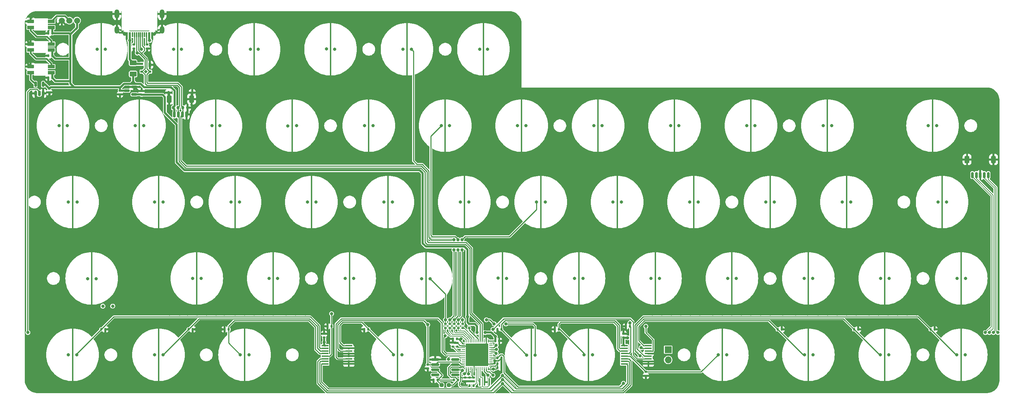
<source format=gbr>
%TF.GenerationSoftware,KiCad,Pcbnew,8.0.3*%
%TF.CreationDate,2024-08-17T22:42:47+02:00*%
%TF.ProjectId,the-nicholas-van V1,7468652d-6e69-4636-986f-6c61732d7661,rev?*%
%TF.SameCoordinates,Original*%
%TF.FileFunction,Copper,L4,Bot*%
%TF.FilePolarity,Positive*%
%FSLAX46Y46*%
G04 Gerber Fmt 4.6, Leading zero omitted, Abs format (unit mm)*
G04 Created by KiCad (PCBNEW 8.0.3) date 2024-08-17 22:42:47*
%MOMM*%
%LPD*%
G01*
G04 APERTURE LIST*
G04 Aperture macros list*
%AMRoundRect*
0 Rectangle with rounded corners*
0 $1 Rounding radius*
0 $2 $3 $4 $5 $6 $7 $8 $9 X,Y pos of 4 corners*
0 Add a 4 corners polygon primitive as box body*
4,1,4,$2,$3,$4,$5,$6,$7,$8,$9,$2,$3,0*
0 Add four circle primitives for the rounded corners*
1,1,$1+$1,$2,$3*
1,1,$1+$1,$4,$5*
1,1,$1+$1,$6,$7*
1,1,$1+$1,$8,$9*
0 Add four rect primitives between the rounded corners*
20,1,$1+$1,$2,$3,$4,$5,0*
20,1,$1+$1,$4,$5,$6,$7,0*
20,1,$1+$1,$6,$7,$8,$9,0*
20,1,$1+$1,$8,$9,$2,$3,0*%
%AMFreePoly0*
4,1,27,0.111114,6.666294,0.166294,6.611114,0.196157,6.539018,0.198025,0.200000,0.200000,0.200000,0.200000,-0.200000,0.198143,-0.200000,0.200000,-6.500000,0.196157,-6.539018,0.166294,-6.611114,0.111114,-6.666294,0.039018,-6.696157,-0.039018,-6.696157,-0.111114,-6.666294,-0.166294,-6.611114,-0.196157,-6.539018,-0.198025,-0.200000,-0.200000,-0.200000,-0.200000,0.200000,-0.198143,0.200000,
-0.200000,6.500000,-0.196157,6.539018,-0.166294,6.611114,-0.111114,6.666294,-0.039018,6.696157,0.039018,6.696157,0.111114,6.666294,0.111114,6.666294,$1*%
G04 Aperture macros list end*
%TA.AperFunction,SMDPad,CuDef*%
%ADD10FreePoly0,0.000000*%
%TD*%
%TA.AperFunction,SMDPad,CuDef*%
%ADD11FreePoly0,180.000000*%
%TD*%
%TA.AperFunction,SMDPad,CuDef*%
%ADD12RoundRect,0.140000X-0.170000X0.140000X-0.170000X-0.140000X0.170000X-0.140000X0.170000X0.140000X0*%
%TD*%
%TA.AperFunction,SMDPad,CuDef*%
%ADD13RoundRect,0.135000X-0.185000X0.135000X-0.185000X-0.135000X0.185000X-0.135000X0.185000X0.135000X0*%
%TD*%
%TA.AperFunction,SMDPad,CuDef*%
%ADD14RoundRect,0.135000X-0.135000X-0.185000X0.135000X-0.185000X0.135000X0.185000X-0.135000X0.185000X0*%
%TD*%
%TA.AperFunction,SMDPad,CuDef*%
%ADD15RoundRect,0.135000X0.135000X0.185000X-0.135000X0.185000X-0.135000X-0.185000X0.135000X-0.185000X0*%
%TD*%
%TA.AperFunction,SMDPad,CuDef*%
%ADD16R,0.400000X1.900000*%
%TD*%
%TA.AperFunction,SMDPad,CuDef*%
%ADD17RoundRect,0.140000X0.140000X0.170000X-0.140000X0.170000X-0.140000X-0.170000X0.140000X-0.170000X0*%
%TD*%
%TA.AperFunction,SMDPad,CuDef*%
%ADD18RoundRect,0.062500X0.062500X-0.375000X0.062500X0.375000X-0.062500X0.375000X-0.062500X-0.375000X0*%
%TD*%
%TA.AperFunction,SMDPad,CuDef*%
%ADD19RoundRect,0.062500X0.375000X-0.062500X0.375000X0.062500X-0.375000X0.062500X-0.375000X-0.062500X0*%
%TD*%
%TA.AperFunction,SMDPad,CuDef*%
%ADD20R,5.600000X5.600000*%
%TD*%
%TA.AperFunction,ComponentPad*%
%ADD21C,1.500000*%
%TD*%
%TA.AperFunction,SMDPad,CuDef*%
%ADD22R,1.778000X0.419100*%
%TD*%
%TA.AperFunction,ComponentPad*%
%ADD23R,1.700000X1.700000*%
%TD*%
%TA.AperFunction,ComponentPad*%
%ADD24O,1.700000X1.700000*%
%TD*%
%TA.AperFunction,SMDPad,CuDef*%
%ADD25RoundRect,0.150000X-0.150000X-0.625000X0.150000X-0.625000X0.150000X0.625000X-0.150000X0.625000X0*%
%TD*%
%TA.AperFunction,SMDPad,CuDef*%
%ADD26RoundRect,0.250000X-0.350000X-0.650000X0.350000X-0.650000X0.350000X0.650000X-0.350000X0.650000X0*%
%TD*%
%TA.AperFunction,SMDPad,CuDef*%
%ADD27R,0.700000X1.000000*%
%TD*%
%TA.AperFunction,SMDPad,CuDef*%
%ADD28R,0.700000X0.600000*%
%TD*%
%TA.AperFunction,SMDPad,CuDef*%
%ADD29RoundRect,0.250000X-0.625000X0.375000X-0.625000X-0.375000X0.625000X-0.375000X0.625000X0.375000X0*%
%TD*%
%TA.AperFunction,SMDPad,CuDef*%
%ADD30R,1.700000X0.820000*%
%TD*%
%TA.AperFunction,SMDPad,CuDef*%
%ADD31RoundRect,0.205000X0.645000X0.205000X-0.645000X0.205000X-0.645000X-0.205000X0.645000X-0.205000X0*%
%TD*%
%TA.AperFunction,SMDPad,CuDef*%
%ADD32RoundRect,0.140000X0.170000X-0.140000X0.170000X0.140000X-0.170000X0.140000X-0.170000X-0.140000X0*%
%TD*%
%TA.AperFunction,SMDPad,CuDef*%
%ADD33RoundRect,0.150000X-0.825000X-0.150000X0.825000X-0.150000X0.825000X0.150000X-0.825000X0.150000X0*%
%TD*%
%TA.AperFunction,SMDPad,CuDef*%
%ADD34RoundRect,0.150000X0.587500X0.150000X-0.587500X0.150000X-0.587500X-0.150000X0.587500X-0.150000X0*%
%TD*%
%TA.AperFunction,SMDPad,CuDef*%
%ADD35R,0.600000X1.300000*%
%TD*%
%TA.AperFunction,SMDPad,CuDef*%
%ADD36R,0.300000X1.300000*%
%TD*%
%TA.AperFunction,ComponentPad*%
%ADD37O,1.200000X2.250000*%
%TD*%
%TA.AperFunction,ComponentPad*%
%ADD38O,1.200000X1.850000*%
%TD*%
%TA.AperFunction,SMDPad,CuDef*%
%ADD39RoundRect,0.150000X0.150000X-0.512500X0.150000X0.512500X-0.150000X0.512500X-0.150000X-0.512500X0*%
%TD*%
%TA.AperFunction,SMDPad,CuDef*%
%ADD40RoundRect,0.140000X-0.140000X-0.170000X0.140000X-0.170000X0.140000X0.170000X-0.140000X0.170000X0*%
%TD*%
%TA.AperFunction,SMDPad,CuDef*%
%ADD41RoundRect,0.135000X0.185000X-0.135000X0.185000X0.135000X-0.185000X0.135000X-0.185000X-0.135000X0*%
%TD*%
%TA.AperFunction,SMDPad,CuDef*%
%ADD42RoundRect,0.150000X-0.150000X-0.275000X0.150000X-0.275000X0.150000X0.275000X-0.150000X0.275000X0*%
%TD*%
%TA.AperFunction,SMDPad,CuDef*%
%ADD43RoundRect,0.175000X-0.175000X-0.225000X0.175000X-0.225000X0.175000X0.225000X-0.175000X0.225000X0*%
%TD*%
%TA.AperFunction,SMDPad,CuDef*%
%ADD44RoundRect,0.237500X0.250000X0.237500X-0.250000X0.237500X-0.250000X-0.237500X0.250000X-0.237500X0*%
%TD*%
%TA.AperFunction,ViaPad*%
%ADD45C,0.800000*%
%TD*%
%TA.AperFunction,Conductor*%
%ADD46C,0.500000*%
%TD*%
%TA.AperFunction,Conductor*%
%ADD47C,0.250000*%
%TD*%
%TA.AperFunction,Conductor*%
%ADD48C,0.381000*%
%TD*%
%TA.AperFunction,Conductor*%
%ADD49C,0.200000*%
%TD*%
%TA.AperFunction,Conductor*%
%ADD50C,0.620000*%
%TD*%
G04 APERTURE END LIST*
D10*
%TO.P,SW_EC23,3,3*%
%TO.N,GND*%
X119062500Y-96837500D03*
%TD*%
%TO.P,SW_EC26,3,3*%
%TO.N,GND*%
X176212500Y-96837500D03*
%TD*%
%TO.P,SW_EC31,3,3*%
%TO.N,GND*%
X45243750Y-115887500D03*
%TD*%
D11*
%TO.P,SW_EC32,3,3*%
%TO.N,GND*%
X71437500Y-115887500D03*
%TD*%
%TO.P,SW_EC50,3,3*%
%TO.N,GND*%
X223837500Y-134937500D03*
%TD*%
D10*
%TO.P,SW_EC10,3,3*%
%TO.N,GND*%
X95250000Y-77787500D03*
%TD*%
%TO.P,SW_EC11,3,3*%
%TO.N,GND*%
X114300000Y-77787500D03*
%TD*%
%TO.P,SW_EC25,3,3*%
%TO.N,GND*%
X157162500Y-96837500D03*
%TD*%
D11*
%TO.P,SW_EC39,3,3*%
%TO.N,GND*%
X204787500Y-115887500D03*
%TD*%
D10*
%TO.P,SW_EC28,3,3*%
%TO.N,GND*%
X214312500Y-96837500D03*
%TD*%
%TO.P,SW_EC21,3,3*%
%TO.N,GND*%
X80962500Y-96837500D03*
%TD*%
%TO.P,SW_EC9,3,3*%
%TO.N,GND*%
X76200000Y-77787500D03*
%TD*%
D11*
%TO.P,SW_EC54,3,3*%
%TO.N,GND*%
X261937500Y-134937500D03*
%TD*%
D10*
%TO.P,SW_EC7,3,3*%
%TO.N,GND*%
X38100000Y-77787500D03*
%TD*%
D11*
%TO.P,SW_EC35,3,3*%
%TO.N,GND*%
X128587500Y-115887500D03*
%TD*%
D10*
%TO.P,SW_EC19,3,3*%
%TO.N,GND*%
X40481250Y-96837500D03*
%TD*%
D11*
%TO.P,SW_EC34,3,3*%
%TO.N,GND*%
X109537500Y-115887500D03*
%TD*%
%TO.P,SW_EC4,3,3*%
%TO.N,GND*%
X104775000Y-58737500D03*
%TD*%
%TO.P,SW_EC37,3,3*%
%TO.N,GND*%
X166687500Y-115887500D03*
%TD*%
%TO.P,SW_EC38,3,3*%
%TO.N,GND*%
X185737500Y-115887500D03*
%TD*%
D10*
%TO.P,SW_EC16,3,3*%
%TO.N,GND*%
X209550000Y-77787500D03*
%TD*%
D11*
%TO.P,SW_EC5,3,3*%
%TO.N,GND*%
X123825000Y-58737500D03*
%TD*%
D10*
%TO.P,SW_EC43,3,3*%
%TO.N,GND*%
X40481250Y-134937500D03*
%TD*%
%TO.P,SW_EC29,3,3*%
%TO.N,GND*%
X233362500Y-96837500D03*
%TD*%
%TO.P,SW_EC42,3,3*%
%TO.N,GND*%
X261937500Y-115887500D03*
%TD*%
%TO.P,SW_EC30,3,3*%
%TO.N,GND*%
X257175000Y-96837500D03*
%TD*%
D11*
%TO.P,SW_EC2,3,3*%
%TO.N,GND*%
X66675000Y-58737500D03*
%TD*%
D10*
%TO.P,SW_EC20,3,3*%
%TO.N,GND*%
X61912500Y-96837500D03*
%TD*%
%TO.P,SW_EC12,3,3*%
%TO.N,GND*%
X133350000Y-77787500D03*
%TD*%
%TO.P,SW_EC36,3,3*%
%TO.N,GND*%
X147637500Y-115887500D03*
%TD*%
%TO.P,SW_EC17,3,3*%
%TO.N,GND*%
X228600000Y-77787500D03*
%TD*%
%TO.P,SW_EC13,3,3*%
%TO.N,GND*%
X152400000Y-77787500D03*
%TD*%
D11*
%TO.P,SW_EC3,3,3*%
%TO.N,GND*%
X85725000Y-58737500D03*
%TD*%
D10*
%TO.P,SW_EC14,3,3*%
%TO.N,GND*%
X171450000Y-77787500D03*
%TD*%
D11*
%TO.P,SW_EC49,3,3*%
%TO.N,GND*%
X202406250Y-134937500D03*
%TD*%
%TO.P,SW_EC41,3,3*%
%TO.N,GND*%
X242887500Y-115887500D03*
%TD*%
%TO.P,SW_EC47,3,3*%
%TO.N,GND*%
X154781250Y-134937500D03*
%TD*%
%TO.P,SW_EC48,3,3*%
%TO.N,GND*%
X169068750Y-134937500D03*
%TD*%
%TO.P,SW_EC40,3,3*%
%TO.N,GND*%
X223837500Y-115887500D03*
%TD*%
%TO.P,SW_EC45,3,3*%
%TO.N,GND*%
X83343750Y-134937500D03*
%TD*%
D10*
%TO.P,SW_EC24,3,3*%
%TO.N,GND*%
X138112500Y-96837500D03*
%TD*%
D11*
%TO.P,SW_EC6,3,3*%
%TO.N,GND*%
X142875000Y-58737500D03*
%TD*%
D10*
%TO.P,SW_EC27,3,3*%
%TO.N,GND*%
X195262500Y-96837500D03*
%TD*%
%TO.P,SW_EC22,3,3*%
%TO.N,GND*%
X100012500Y-96837500D03*
%TD*%
D11*
%TO.P,SW_EC33,3,3*%
%TO.N,GND*%
X90487500Y-115887500D03*
%TD*%
D10*
%TO.P,SW_EC44,3,3*%
%TO.N,GND*%
X61912500Y-134937500D03*
%TD*%
%TO.P,SW_EC15,3,3*%
%TO.N,GND*%
X190500000Y-77787500D03*
%TD*%
D11*
%TO.P,SW_EC51,3,3*%
%TO.N,GND*%
X242887500Y-134937500D03*
%TD*%
D10*
%TO.P,SW_EC8,3,3*%
%TO.N,GND*%
X57150000Y-77787500D03*
%TD*%
%TO.P,SW_EC18,3,3*%
%TO.N,GND*%
X254793750Y-77787500D03*
%TD*%
D11*
%TO.P,SW_EC46,3,3*%
%TO.N,GND*%
X121443750Y-134937500D03*
%TD*%
%TO.P,SW_EC1,3,3*%
%TO.N,GND*%
X47625000Y-58737500D03*
%TD*%
D12*
%TO.P,C6,1*%
%TO.N,VBAT*%
X139442322Y-140577223D03*
%TO.P,C6,2*%
%TO.N,GND*%
X139442322Y-141537223D03*
%TD*%
D13*
%TO.P,R6,1*%
%TO.N,ROW4*%
X137707458Y-127253239D03*
%TO.P,R6,2*%
%TO.N,Net-(U1-PA8)*%
X137707458Y-128273239D03*
%TD*%
D14*
%TO.P,R15,1*%
%TO.N,COL1*%
X69389148Y-128587500D03*
%TO.P,R15,2*%
%TO.N,GND*%
X70409148Y-128587500D03*
%TD*%
%TO.P,R24,1*%
%TO.N,COL9*%
X216183750Y-128587500D03*
%TO.P,R24,2*%
%TO.N,GND*%
X217203750Y-128587500D03*
%TD*%
D13*
%TO.P,R4,1*%
%TO.N,ROW1*%
X135578946Y-127225266D03*
%TO.P,R4,2*%
%TO.N,Net-(U1-PB14)*%
X135578946Y-128245266D03*
%TD*%
D15*
%TO.P,R19,1*%
%TO.N,Net-(JP1-B)*%
X131478750Y-141193750D03*
%TO.P,R19,2*%
%TO.N,GND*%
X130458750Y-141193750D03*
%TD*%
D16*
%TO.P,Y1,1,1*%
%TO.N,XTAL1*%
X141957464Y-141748285D03*
%TO.P,Y1,2,2*%
%TO.N,GND*%
X143157464Y-141748285D03*
%TO.P,Y1,3,3*%
%TO.N,XTAL0*%
X144357464Y-141748285D03*
%TD*%
D17*
%TO.P,C15,1*%
%TO.N,+5V*%
X35405000Y-54768750D03*
%TO.P,C15,2*%
%TO.N,GND*%
X34445000Y-54768750D03*
%TD*%
D14*
%TO.P,R26,1*%
%TO.N,COL11*%
X254283750Y-128577309D03*
%TO.P,R26,2*%
%TO.N,GND*%
X255303750Y-128577309D03*
%TD*%
D18*
%TO.P,U1,1,VBAT*%
%TO.N,VBAT*%
X144037500Y-138375000D03*
%TO.P,U1,2,PC13*%
%TO.N,SW1*%
X143537500Y-138375000D03*
%TO.P,U1,3,PC14*%
%TO.N,ENC1*%
X143037500Y-138375000D03*
%TO.P,U1,4,PC15*%
%TO.N,unconnected-(U1-PC15-Pad4)*%
X142537500Y-138375000D03*
%TO.P,U1,5,PH0*%
%TO.N,XTAL0*%
X142037500Y-138375000D03*
%TO.P,U1,6,PH1*%
%TO.N,XTAL1*%
X141537500Y-138375000D03*
%TO.P,U1,7,NRST*%
%TO.N,NRST*%
X141037500Y-138375000D03*
%TO.P,U1,8,VSSA*%
%TO.N,GND*%
X140537500Y-138375000D03*
%TO.P,U1,9,VREF+*%
%TO.N,VBAT*%
X140037500Y-138375000D03*
%TO.P,U1,10,PA0*%
%TO.N,unconnected-(U1-PA0-Pad10)*%
X139537500Y-138375000D03*
%TO.P,U1,11,PA1*%
%TO.N,ENC2*%
X139037500Y-138375000D03*
%TO.P,U1,12,PA2*%
%TO.N,SW2*%
X138537500Y-138375000D03*
D19*
%TO.P,U1,13,PA3*%
%TO.N,ADC*%
X137850000Y-137687500D03*
%TO.P,U1,14,PA4*%
%TO.N,APLEX_OUT_PIN_0*%
X137850000Y-137187500D03*
%TO.P,U1,15,PA5*%
%TO.N,unconnected-(U1-PA5-Pad15)*%
X137850000Y-136687500D03*
%TO.P,U1,16,PA6*%
%TO.N,unconnected-(U1-PA6-Pad16)*%
X137850000Y-136187500D03*
%TO.P,U1,17,PA7*%
%TO.N,ARGB_3V3*%
X137850000Y-135687500D03*
%TO.P,U1,18,PB0*%
%TO.N,APLEX_EN_PIN_0*%
X137850000Y-135187500D03*
%TO.P,U1,19,PB1*%
%TO.N,APLEX_EN_PIN_1*%
X137850000Y-134687500D03*
%TO.P,U1,20,PB2*%
%TO.N,BOOT1*%
X137850000Y-134187500D03*
%TO.P,U1,21,PB10*%
%TO.N,unconnected-(U1-PB10-Pad21)*%
X137850000Y-133687500D03*
%TO.P,U1,22,VCAP1*%
%TO.N,Net-(U1-VCAP1)*%
X137850000Y-133187500D03*
%TO.P,U1,23,VSS*%
%TO.N,GND*%
X137850000Y-132687500D03*
%TO.P,U1,24,VDD*%
%TO.N,VBAT*%
X137850000Y-132187500D03*
D18*
%TO.P,U1,25,PB12*%
%TO.N,Net-(U1-PB12)*%
X138537500Y-131500000D03*
%TO.P,U1,26,PB13*%
%TO.N,Net-(U1-PB13)*%
X139037500Y-131500000D03*
%TO.P,U1,27,PB14*%
%TO.N,Net-(U1-PB14)*%
X139537500Y-131500000D03*
%TO.P,U1,28,PB15*%
%TO.N,Net-(U1-PB15)*%
X140037500Y-131500000D03*
%TO.P,U1,29,PA8*%
%TO.N,Net-(U1-PA8)*%
X140537500Y-131500000D03*
%TO.P,U1,30,PA9*%
%TO.N,unconnected-(U1-PA9-Pad30)*%
X141037500Y-131500000D03*
%TO.P,U1,31,PA10*%
%TO.N,Net-(U1-PA10)*%
X141537500Y-131500000D03*
%TO.P,U1,32,PA11*%
%TO.N,D-*%
X142037500Y-131500000D03*
%TO.P,U1,33,PA12*%
%TO.N,D+*%
X142537500Y-131500000D03*
%TO.P,U1,34,PA13*%
%TO.N,SWDIO*%
X143037500Y-131500000D03*
%TO.P,U1,35,VSS*%
%TO.N,GND*%
X143537500Y-131500000D03*
%TO.P,U1,36,VDD*%
%TO.N,VBAT*%
X144037500Y-131500000D03*
D19*
%TO.P,U1,37,PA14*%
%TO.N,SWCLK*%
X144725000Y-132187500D03*
%TO.P,U1,38,PA15*%
%TO.N,unconnected-(U1-PA15-Pad38)*%
X144725000Y-132687500D03*
%TO.P,U1,39,PB3*%
%TO.N,AMUX_SEL_2*%
X144725000Y-133187500D03*
%TO.P,U1,40,PB4*%
%TO.N,AMUX_SEL_1*%
X144725000Y-133687500D03*
%TO.P,U1,41,PB5*%
%TO.N,AMUX_SEL_0*%
X144725000Y-134187500D03*
%TO.P,U1,42,PB6*%
%TO.N,unconnected-(U1-PB6-Pad42)*%
X144725000Y-134687500D03*
%TO.P,U1,43,PB7*%
%TO.N,unconnected-(U1-PB7-Pad43)*%
X144725000Y-135187500D03*
%TO.P,U1,44,BOOT0*%
%TO.N,BOOT0*%
X144725000Y-135687500D03*
%TO.P,U1,45,PB8*%
%TO.N,unconnected-(U1-PB8-Pad45)*%
X144725000Y-136187500D03*
%TO.P,U1,46,PB9*%
%TO.N,unconnected-(U1-PB9-Pad46)*%
X144725000Y-136687500D03*
%TO.P,U1,47,VSS*%
%TO.N,GND*%
X144725000Y-137187500D03*
%TO.P,U1,48,VDD*%
%TO.N,VBAT*%
X144725000Y-137687500D03*
D20*
%TO.P,U1,49,VSS*%
%TO.N,GND*%
X141287500Y-134937500D03*
%TD*%
D12*
%TO.P,C13,1*%
%TO.N,VBAT*%
X138345929Y-140577223D03*
%TO.P,C13,2*%
%TO.N,GND*%
X138345929Y-141537223D03*
%TD*%
D21*
%TO.P,J5,1,Pin_1*%
%TO.N,GND*%
X37787500Y-51593750D03*
%TO.P,J5,2,Pin_2*%
%TO.N,ARGB*%
X39687500Y-51593750D03*
%TO.P,J5,3,Pin_3*%
%TO.N,+5V*%
X41587500Y-51593750D03*
%TD*%
D13*
%TO.P,R12,1*%
%TO.N,Net-(J3-CC1)*%
X55753000Y-57575000D03*
%TO.P,R12,2*%
%TO.N,GND*%
X55753000Y-58595000D03*
%TD*%
D22*
%TO.P,U6,1,A4*%
%TO.N,COL9*%
X183949340Y-132664200D03*
%TO.P,U6,2,A6*%
%TO.N,COL11*%
X183949340Y-133314440D03*
%TO.P,U6,3,A*%
%TO.N,APLEX_OUT_PIN_0*%
X183949340Y-133964680D03*
%TO.P,U6,4,A7*%
%TO.N,GND*%
X183949340Y-134614920D03*
%TO.P,U6,5,A5*%
%TO.N,COL10*%
X183949340Y-135260080D03*
%TO.P,U6,6,~{E}*%
%TO.N,APLEX_EN_PIN_1*%
X183949340Y-135910320D03*
%TO.P,U6,7,VEE*%
%TO.N,GND*%
X183949340Y-136560560D03*
%TO.P,U6,8,GND*%
X183949340Y-137210800D03*
%TO.P,U6,9,S2*%
%TO.N,AMUX_SEL_2*%
X178000660Y-137210800D03*
%TO.P,U6,10,S1*%
%TO.N,AMUX_SEL_1*%
X178000660Y-136560560D03*
%TO.P,U6,11,S0*%
%TO.N,AMUX_SEL_0*%
X178000660Y-135910320D03*
%TO.P,U6,12,A3*%
%TO.N,COL8*%
X178000660Y-135260080D03*
%TO.P,U6,13,A0*%
%TO.N,COL7*%
X178000660Y-134614920D03*
%TO.P,U6,14,A1*%
%TO.N,COL6*%
X178000660Y-133964680D03*
%TO.P,U6,15,A2*%
%TO.N,COL5*%
X178000660Y-133314440D03*
%TO.P,U6,16,VCC*%
%TO.N,VBAT*%
X178000660Y-132664200D03*
%TD*%
D23*
%TO.P,SW1,1,A*%
%TO.N,VBAT*%
X188912500Y-133662500D03*
D24*
%TO.P,SW1,2,B*%
%TO.N,BOOT0*%
X188912500Y-136202500D03*
%TD*%
D25*
%TO.P,J1,1,Pin_1*%
%TO.N,+5V*%
X65843750Y-75025000D03*
%TO.P,J1,2,Pin_2*%
%TO.N,D-*%
X66843750Y-75025000D03*
%TO.P,J1,3,Pin_3*%
%TO.N,D+*%
X67843750Y-75025000D03*
%TO.P,J1,4,Pin_4*%
%TO.N,GND*%
X68843750Y-75025000D03*
D26*
%TO.P,J1,MP,MountPin*%
X64543750Y-71150000D03*
X70143750Y-71150000D03*
%TD*%
D15*
%TO.P,R17,1*%
%TO.N,COL3*%
X105001250Y-127793750D03*
%TO.P,R17,2*%
%TO.N,GND*%
X103981250Y-127793750D03*
%TD*%
D27*
%TO.P,D1,1,GND*%
%TO.N,GND*%
X59735621Y-62604972D03*
D28*
%TO.P,D1,2,I/O1*%
%TO.N,D+*%
X59735621Y-64304972D03*
%TO.P,D1,3,I/O2*%
%TO.N,D-*%
X57735621Y-64304972D03*
%TO.P,D1,4,VCC*%
%TO.N,VCC*%
X57735621Y-62404972D03*
%TD*%
D22*
%TO.P,U4,1,A4*%
%TO.N,COL4*%
X109336840Y-132664200D03*
%TO.P,U4,2,A6*%
%TO.N,GND*%
X109336840Y-133314440D03*
%TO.P,U4,3,A*%
%TO.N,APLEX_OUT_PIN_0*%
X109336840Y-133964680D03*
%TO.P,U4,4,A7*%
%TO.N,GND*%
X109336840Y-134614920D03*
%TO.P,U4,5,A5*%
X109336840Y-135260080D03*
%TO.P,U4,6,~{E}*%
%TO.N,APLEX_EN_PIN_0*%
X109336840Y-135910320D03*
%TO.P,U4,7,VEE*%
%TO.N,GND*%
X109336840Y-136560560D03*
%TO.P,U4,8,GND*%
X109336840Y-137210800D03*
%TO.P,U4,9,S2*%
%TO.N,AMUX_SEL_2*%
X103388160Y-137210800D03*
%TO.P,U4,10,S1*%
%TO.N,AMUX_SEL_1*%
X103388160Y-136560560D03*
%TO.P,U4,11,S0*%
%TO.N,AMUX_SEL_0*%
X103388160Y-135910320D03*
%TO.P,U4,12,A3*%
%TO.N,COL3*%
X103388160Y-135260080D03*
%TO.P,U4,13,A0*%
%TO.N,COL2*%
X103388160Y-134614920D03*
%TO.P,U4,14,A1*%
%TO.N,COL1*%
X103388160Y-133964680D03*
%TO.P,U4,15,A2*%
%TO.N,COL0*%
X103388160Y-133314440D03*
%TO.P,U4,16,VCC*%
%TO.N,VBAT*%
X103388160Y-132664200D03*
%TD*%
D25*
%TO.P,J4,1,Pin_1*%
%TO.N,SW1*%
X264700000Y-90106250D03*
%TO.P,J4,2,Pin_2*%
%TO.N,ENC1*%
X265700000Y-90106250D03*
%TO.P,J4,3,Pin_3*%
%TO.N,GND*%
X266700000Y-90106250D03*
%TO.P,J4,4,Pin_4*%
%TO.N,ENC2*%
X267700000Y-90106250D03*
%TO.P,J4,5,Pin_5*%
%TO.N,SW2*%
X268700000Y-90106250D03*
D26*
%TO.P,J4,MP,MountPin*%
%TO.N,GND*%
X263400000Y-86231250D03*
X270000000Y-86231250D03*
%TD*%
D13*
%TO.P,R5,1*%
%TO.N,ROW2*%
X136652000Y-127235871D03*
%TO.P,R5,2*%
%TO.N,Net-(U1-PB15)*%
X136652000Y-128255871D03*
%TD*%
D15*
%TO.P,R21,1*%
%TO.N,COL6*%
X161641250Y-128587500D03*
%TO.P,R21,2*%
%TO.N,GND*%
X160621250Y-128587500D03*
%TD*%
D12*
%TO.P,C7,1*%
%TO.N,VBAT*%
X140445929Y-140584658D03*
%TO.P,C7,2*%
%TO.N,GND*%
X140445929Y-141544658D03*
%TD*%
D13*
%TO.P,R3,1*%
%TO.N,ROW0*%
X134493000Y-127226234D03*
%TO.P,R3,2*%
%TO.N,Net-(U1-PB13)*%
X134493000Y-128246234D03*
%TD*%
D14*
%TO.P,R11,1*%
%TO.N,BOOT0*%
X146333750Y-135731250D03*
%TO.P,R11,2*%
%TO.N,GND*%
X147353750Y-135731250D03*
%TD*%
D29*
%TO.P,F_USBC1,1*%
%TO.N,VCC*%
X55562500Y-62100000D03*
%TO.P,F_USBC1,2*%
%TO.N,+5V*%
X55562500Y-64900000D03*
%TD*%
D14*
%TO.P,R8,1*%
%TO.N,VBAT*%
X139439723Y-142663937D03*
%TO.P,R8,2*%
%TO.N,NRST*%
X140459723Y-142663937D03*
%TD*%
D30*
%TO.P,LED1,1,VDD*%
%TO.N,+5V*%
X35150000Y-64567500D03*
%TO.P,LED1,2,DOUT*%
%TO.N,Net-(LED1-DOUT)*%
X35150000Y-63067500D03*
D31*
%TO.P,LED1,3,VSS*%
%TO.N,GND*%
X30050000Y-63067500D03*
D30*
%TO.P,LED1,4,DIN*%
%TO.N,ARGB_5V*%
X30050000Y-64567500D03*
%TD*%
D14*
%TO.P,R16,1*%
%TO.N,COL0*%
X47625000Y-128587500D03*
%TO.P,R16,2*%
%TO.N,GND*%
X48645000Y-128587500D03*
%TD*%
D32*
%TO.P,C1,1*%
%TO.N,Net-(U1-VCAP1)*%
X136331787Y-132911388D03*
%TO.P,C1,2*%
%TO.N,GND*%
X136331787Y-131951388D03*
%TD*%
D17*
%TO.P,C17,1*%
%TO.N,+5V*%
X35405000Y-65859930D03*
%TO.P,C17,2*%
%TO.N,GND*%
X34445000Y-65859930D03*
%TD*%
D30*
%TO.P,LED3,1,VDD*%
%TO.N,+5V*%
X35149000Y-53302500D03*
%TO.P,LED3,2,DOUT*%
%TO.N,ARGB*%
X35149000Y-51802500D03*
D31*
%TO.P,LED3,3,VSS*%
%TO.N,GND*%
X30049000Y-51802500D03*
D30*
%TO.P,LED3,4,DIN*%
%TO.N,Net-(LED2-DOUT)*%
X30049000Y-53302500D03*
%TD*%
D15*
%TO.P,R18,1*%
%TO.N,COL4*%
X114209913Y-128577309D03*
%TO.P,R18,2*%
%TO.N,GND*%
X113189913Y-128577309D03*
%TD*%
D13*
%TO.P,R13,1*%
%TO.N,Net-(J3-CC2)*%
X59055000Y-57575000D03*
%TO.P,R13,2*%
%TO.N,GND*%
X59055000Y-58595000D03*
%TD*%
D33*
%TO.P,U5,1*%
%TO.N,N/C*%
X130875000Y-139923750D03*
%TO.P,U5,2,IN-*%
%TO.N,Net-(JP1-B)*%
X130875000Y-138653750D03*
%TO.P,U5,3,IN+*%
%TO.N,APLEX_OUT_PIN_0*%
X130875000Y-137383750D03*
%TO.P,U5,4,V-*%
%TO.N,GND*%
X130875000Y-136113750D03*
%TO.P,U5,5*%
%TO.N,N/C*%
X135825000Y-136113750D03*
%TO.P,U5,6,OUT*%
%TO.N,ADC*%
X135825000Y-137383750D03*
%TO.P,U5,7,V+*%
%TO.N,VBAT*%
X135825000Y-138653750D03*
%TO.P,U5,8*%
%TO.N,N/C*%
X135825000Y-139923750D03*
%TD*%
D14*
%TO.P,R25,1*%
%TO.N,COL10*%
X235233750Y-128587500D03*
%TO.P,R25,2*%
%TO.N,GND*%
X236253750Y-128587500D03*
%TD*%
D34*
%TO.P,U2,1,GND*%
%TO.N,GND*%
X55854439Y-68106250D03*
%TO.P,U2,2,VO*%
%TO.N,VBAT*%
X55854439Y-70006250D03*
%TO.P,U2,3,VI*%
%TO.N,+5V*%
X53979439Y-69056250D03*
%TD*%
D12*
%TO.P,C8,1*%
%TO.N,+5V*%
X52313712Y-69068759D03*
%TO.P,C8,2*%
%TO.N,GND*%
X52313712Y-70028759D03*
%TD*%
D35*
%TO.P,J3,A1,GND*%
%TO.N,GND*%
X53950000Y-55100000D03*
%TO.P,J3,A4,VBUS*%
%TO.N,VCC*%
X54750000Y-55100000D03*
D36*
%TO.P,J3,A5,CC1*%
%TO.N,Net-(J3-CC1)*%
X55900000Y-55100000D03*
%TO.P,J3,A6,D+*%
%TO.N,D+*%
X56900000Y-55100000D03*
%TO.P,J3,A7,D-*%
%TO.N,D-*%
X57400000Y-55100000D03*
%TO.P,J3,A8,SBU1*%
%TO.N,unconnected-(J3-SBU1-PadA8)*%
X58400000Y-55100000D03*
D35*
%TO.P,J3,A9,VBUS*%
%TO.N,VCC*%
X59550000Y-55100000D03*
%TO.P,J3,A12,GND*%
%TO.N,GND*%
X60350000Y-55100000D03*
D36*
%TO.P,J3,B5,CC2*%
%TO.N,Net-(J3-CC2)*%
X58900000Y-55100000D03*
%TO.P,J3,B6,D+*%
%TO.N,D+*%
X57900000Y-55100000D03*
%TO.P,J3,B7,D-*%
%TO.N,D-*%
X56400000Y-55100000D03*
%TO.P,J3,B8,SBU2*%
%TO.N,unconnected-(J3-SBU2-PadB8)*%
X55400000Y-55100000D03*
D37*
%TO.P,J3,S1,SHIELD*%
%TO.N,GND*%
X51530000Y-49950000D03*
D38*
X51530000Y-53950000D03*
D37*
X62770000Y-49950000D03*
D38*
X62770000Y-53950000D03*
%TD*%
D32*
%TO.P,C9,1*%
%TO.N,VBAT*%
X57702555Y-70069871D03*
%TO.P,C9,2*%
%TO.N,GND*%
X57702555Y-69109871D03*
%TD*%
D39*
%TO.P,U3,1*%
%TO.N,GND*%
X33150000Y-69747375D03*
%TO.P,U3,2*%
%TO.N,ARGB_3V3*%
X32200000Y-69747375D03*
%TO.P,U3,3,GND*%
%TO.N,GND*%
X31250000Y-69747375D03*
%TO.P,U3,4*%
%TO.N,ARGB_5V*%
X31250000Y-67472375D03*
%TO.P,U3,5,+5V*%
%TO.N,+5V*%
X33150000Y-67472375D03*
%TD*%
D15*
%TO.P,R20,1*%
%TO.N,COL7*%
X179387500Y-127793750D03*
%TO.P,R20,2*%
%TO.N,GND*%
X178367500Y-127793750D03*
%TD*%
D17*
%TO.P,C16,1*%
%TO.N,+5V*%
X35405000Y-60325000D03*
%TO.P,C16,2*%
%TO.N,GND*%
X34445000Y-60325000D03*
%TD*%
D40*
%TO.P,C5,1*%
%TO.N,VBAT*%
X146375680Y-137121052D03*
%TO.P,C5,2*%
%TO.N,GND*%
X147335680Y-137121052D03*
%TD*%
D32*
%TO.P,C12,1*%
%TO.N,GND*%
X129007714Y-138333131D03*
%TO.P,C12,2*%
%TO.N,APLEX_OUT_PIN_0*%
X129007714Y-137373131D03*
%TD*%
D30*
%TO.P,LED2,1,VDD*%
%TO.N,+5V*%
X35149000Y-58935000D03*
%TO.P,LED2,2,DOUT*%
%TO.N,Net-(LED2-DOUT)*%
X35149000Y-57435000D03*
D31*
%TO.P,LED2,3,VSS*%
%TO.N,GND*%
X30049000Y-57435000D03*
D30*
%TO.P,LED2,4,DIN*%
%TO.N,Net-(LED1-DOUT)*%
X30049000Y-58935000D03*
%TD*%
D41*
%TO.P,R1,1*%
%TO.N,Net-(U1-PA10)*%
X139319000Y-128271660D03*
%TO.P,R1,2*%
%TO.N,VBAT*%
X139319000Y-127251660D03*
%TD*%
D15*
%TO.P,R22,1*%
%TO.N,COL5*%
X147353750Y-128587500D03*
%TO.P,R22,2*%
%TO.N,GND*%
X146333750Y-128587500D03*
%TD*%
D40*
%TO.P,C2,1*%
%TO.N,VBAT*%
X146386593Y-138167485D03*
%TO.P,C2,2*%
%TO.N,GND*%
X147346593Y-138167485D03*
%TD*%
D17*
%TO.P,C3,1*%
%TO.N,VBAT*%
X136243000Y-130937000D03*
%TO.P,C3,2*%
%TO.N,GND*%
X135283000Y-130937000D03*
%TD*%
D14*
%TO.P,R7,1*%
%TO.N,Net-(JP1-B)*%
X135505000Y-141193750D03*
%TO.P,R7,2*%
%TO.N,ADC*%
X136525000Y-141193750D03*
%TD*%
D40*
%TO.P,C4,1*%
%TO.N,VBAT*%
X145851250Y-131481250D03*
%TO.P,C4,2*%
%TO.N,GND*%
X146811250Y-131481250D03*
%TD*%
D13*
%TO.P,R9,1*%
%TO.N,GND*%
X135252011Y-131903511D03*
%TO.P,R9,2*%
%TO.N,BOOT1*%
X135252011Y-132923511D03*
%TD*%
D42*
%TO.P,J2,1,Pin_1*%
%TO.N,+5V*%
X65543750Y-73312500D03*
%TO.P,J2,2,Pin_2*%
%TO.N,D-*%
X66743750Y-73312500D03*
%TO.P,J2,3,Pin_3*%
%TO.N,D+*%
X67943750Y-73312500D03*
%TO.P,J2,4,Pin_4*%
%TO.N,GND*%
X69143750Y-73312500D03*
D43*
%TO.P,J2,MP,MountPin*%
X64393750Y-69537500D03*
X70293750Y-69537500D03*
%TD*%
D15*
%TO.P,R10,1*%
%TO.N,COL2*%
X79375000Y-128587500D03*
%TO.P,R10,2*%
%TO.N,GND*%
X78355000Y-128587500D03*
%TD*%
D13*
%TO.P,R2,1*%
%TO.N,ROW3*%
X133428916Y-127218308D03*
%TO.P,R2,2*%
%TO.N,Net-(U1-PB12)*%
X133428916Y-128238308D03*
%TD*%
D32*
%TO.P,C11,1*%
%TO.N,VBAT*%
X103187500Y-130655000D03*
%TO.P,C11,2*%
%TO.N,GND*%
X103187500Y-129695000D03*
%TD*%
%TO.P,C14,1*%
%TO.N,VBAT*%
X177800000Y-130655000D03*
%TO.P,C14,2*%
%TO.N,GND*%
X177800000Y-129695000D03*
%TD*%
D13*
%TO.P,R23,1*%
%TO.N,COL8*%
X183356250Y-139190000D03*
%TO.P,R23,2*%
%TO.N,GND*%
X183356250Y-140210000D03*
%TD*%
D44*
%TO.P,JP1,1,A*%
%TO.N,ADC*%
X134279692Y-142496607D03*
%TO.P,JP1,2,B*%
%TO.N,Net-(JP1-B)*%
X132454692Y-142496607D03*
%TD*%
D12*
%TO.P,C18,1*%
%TO.N,+5V*%
X34652000Y-68554000D03*
%TO.P,C18,2*%
%TO.N,GND*%
X34652000Y-69514000D03*
%TD*%
D45*
%TO.N,*%
X50475344Y-122786056D03*
X48023634Y-122797251D03*
%TO.N,GND*%
X214312500Y-130968750D03*
X219075000Y-81756250D03*
X73025000Y-90297000D03*
X181768750Y-124742241D03*
X130692326Y-128558402D03*
X137572029Y-142288666D03*
X142494000Y-86868000D03*
X132444299Y-124730700D03*
X84455000Y-106045000D03*
X130683000Y-134493000D03*
X199644000Y-84074000D03*
X104775000Y-73818750D03*
X130556000Y-90170000D03*
X129016957Y-139313985D03*
X200027079Y-122750277D03*
X130556000Y-103378000D03*
X134173769Y-131903511D03*
X123317000Y-103505000D03*
X65405000Y-106045000D03*
X129033002Y-141191231D03*
X266700000Y-96837500D03*
X119062500Y-124742241D03*
X211931250Y-124742241D03*
X55117760Y-124719505D03*
X149247390Y-124738163D03*
X75819000Y-90297000D03*
X40781680Y-126989901D03*
X104655601Y-83944962D03*
X106045000Y-103505000D03*
X142875000Y-77787500D03*
X101219000Y-65278000D03*
X130556000Y-97028000D03*
X125857000Y-106045000D03*
X43815000Y-84455000D03*
X128587500Y-124742241D03*
X130713297Y-131550693D03*
X41021910Y-69354541D03*
X119380000Y-65278000D03*
X37084000Y-69342000D03*
X196852079Y-122750277D03*
X106045000Y-106045000D03*
X126206250Y-124742241D03*
X52387500Y-134937500D03*
X126619000Y-97155000D03*
X238935428Y-122908104D03*
X32143750Y-71637500D03*
X196850000Y-127254000D03*
X140843000Y-112014000D03*
X92202000Y-90170000D03*
X68707000Y-82042000D03*
X124524826Y-86976027D03*
X214312500Y-119856250D03*
X71437500Y-100806250D03*
X40765366Y-124732142D03*
X216154000Y-86614000D03*
X221488000Y-127127000D03*
X64645571Y-126994056D03*
X96837500Y-130968750D03*
X76200000Y-62706250D03*
X247650000Y-92868750D03*
X71437500Y-92868750D03*
X126238000Y-142621000D03*
X104136959Y-129662503D03*
X50006250Y-130968750D03*
X216154000Y-84074000D03*
X204787500Y-92868750D03*
X184943750Y-124742241D03*
X30956250Y-134937500D03*
X147637500Y-103187500D03*
X214312500Y-138906250D03*
X153998695Y-124719850D03*
X220218000Y-105918000D03*
X230996686Y-124742241D03*
X142767073Y-139807927D03*
X217487500Y-124742241D03*
X61912500Y-115887500D03*
X47625000Y-81756250D03*
X123825000Y-77787500D03*
X116840000Y-65278000D03*
X43146616Y-124732142D03*
X111918750Y-124742241D03*
X178943000Y-84201000D03*
X71128172Y-128570780D03*
X235760428Y-122908104D03*
X217678000Y-103378000D03*
X157162500Y-119856250D03*
X228615436Y-124742241D03*
X161925000Y-73818750D03*
X68707000Y-84582000D03*
X98425000Y-87122000D03*
X134424722Y-124710503D03*
X82042000Y-67818000D03*
X183356250Y-141287500D03*
X95250000Y-87122000D03*
X29368750Y-61912500D03*
X34652000Y-70431000D03*
X107156250Y-124742241D03*
X160274000Y-127254000D03*
X256381250Y-128587500D03*
X134503087Y-122818544D03*
X181779945Y-122773764D03*
X104775000Y-81756250D03*
X211963000Y-127381000D03*
X140843000Y-109728000D03*
X79502000Y-65278000D03*
X135255000Y-67818000D03*
X123825000Y-124742241D03*
X241300000Y-127254000D03*
X242887500Y-96837500D03*
X150368000Y-103251000D03*
X192087500Y-124742241D03*
X185737500Y-96837500D03*
X171450000Y-124742241D03*
X141287500Y-134937500D03*
X237617000Y-105918000D03*
X65405000Y-82042000D03*
X67159530Y-127037220D03*
X108077000Y-87122000D03*
X137795000Y-67818000D03*
X68707000Y-69469000D03*
X46355000Y-84455000D03*
X49530000Y-103378000D03*
X33337500Y-54768750D03*
X235966000Y-86614000D03*
X238506000Y-86614000D03*
X52387500Y-96837500D03*
X156379945Y-124719850D03*
X135255000Y-65278000D03*
X226234186Y-124742241D03*
X132449128Y-122829739D03*
X57150000Y-103378000D03*
X60960000Y-65278000D03*
X126619000Y-92456000D03*
X159353250Y-141319250D03*
X124524826Y-83801027D03*
X197104000Y-86614000D03*
X200025000Y-124742241D03*
X121443750Y-124742241D03*
X96837500Y-138906250D03*
X163957000Y-105918000D03*
X140843000Y-119761000D03*
X163957000Y-103378000D03*
X119055920Y-122724483D03*
X62246074Y-126977264D03*
X146843750Y-124742241D03*
X142081250Y-124742241D03*
X176212500Y-124742241D03*
X238887000Y-127254000D03*
X166687500Y-96837500D03*
X64601415Y-122748835D03*
X43129102Y-67156655D03*
X226187000Y-127127000D03*
X60977995Y-69177863D03*
X200025000Y-127254000D03*
X180975000Y-77787500D03*
X46355000Y-86995000D03*
X252412500Y-138906250D03*
X90487500Y-124742241D03*
X93677936Y-124742241D03*
X219075000Y-73818750D03*
X83080417Y-84114370D03*
X81788000Y-127254000D03*
X247650000Y-100806250D03*
X241315436Y-124742241D03*
X126746000Y-108077000D03*
X80935151Y-122670815D03*
X89027000Y-87122000D03*
X30956250Y-92868750D03*
X70485000Y-86995000D03*
X164256199Y-122934226D03*
X126619000Y-94615000D03*
X115062000Y-127381000D03*
X50006250Y-138906250D03*
X101480601Y-83944962D03*
X130556000Y-101600000D03*
X32893000Y-142748000D03*
X174085250Y-141287500D03*
X123317000Y-106045000D03*
X161417000Y-84328000D03*
X49530000Y-105918000D03*
X49532813Y-128598196D03*
X183007000Y-103378000D03*
X231013000Y-127254000D03*
X151606250Y-58737500D03*
X73025000Y-86995000D03*
X78994000Y-86995000D03*
X35718750Y-119856250D03*
X68707000Y-77216000D03*
X240157000Y-105918000D03*
X196850000Y-124742241D03*
X98551876Y-124738163D03*
X63119000Y-69215000D03*
X85725000Y-77787500D03*
X238506000Y-84074000D03*
X150368000Y-106426000D03*
X59880260Y-124719505D03*
X148463000Y-128524000D03*
X119062500Y-115887500D03*
X173831250Y-124742241D03*
X62865000Y-87122000D03*
X195262500Y-115887500D03*
X43115239Y-69354541D03*
X55134074Y-126977264D03*
X252412500Y-111918750D03*
X245999000Y-127254000D03*
X52451000Y-65278000D03*
X103981250Y-127000000D03*
X134143750Y-130968750D03*
X53975000Y-103378000D03*
X88106250Y-124742241D03*
X111918750Y-134937500D03*
X199517000Y-105918000D03*
X95250000Y-58737500D03*
X161417000Y-105918000D03*
X100874516Y-122839837D03*
X199517000Y-103378000D03*
X176212500Y-115887500D03*
X142494000Y-84328000D03*
X117856000Y-87122000D03*
X29368750Y-56356250D03*
X76759751Y-127079461D03*
X77575445Y-128598196D03*
X264318750Y-73818750D03*
X197104000Y-84074000D03*
X87757000Y-142748000D03*
X45527866Y-124732142D03*
X125857000Y-103505000D03*
X183007000Y-105918000D03*
X152033854Y-124715004D03*
X62865000Y-84582000D03*
X65405000Y-84582000D03*
X67159530Y-124742240D03*
X236243016Y-127624810D03*
X169068750Y-124742241D03*
X181483000Y-86741000D03*
X114300000Y-124742241D03*
X147637500Y-106362500D03*
X264318750Y-81756250D03*
X76267170Y-124738163D03*
X68707000Y-79502000D03*
X104648000Y-90170000D03*
X112118750Y-128587500D03*
X90487500Y-96837500D03*
X43194680Y-126989901D03*
X50006250Y-96837500D03*
X180467000Y-105918000D03*
X217527664Y-122796154D03*
X55653979Y-59380896D03*
X220662500Y-124742241D03*
X47625000Y-73818750D03*
X35718750Y-111918750D03*
X133223000Y-103505000D03*
X116258032Y-122719982D03*
X209550000Y-124742241D03*
X52736510Y-124719505D03*
X47909116Y-124732142D03*
X114427000Y-87122000D03*
X248539000Y-127254000D03*
X59055000Y-59388750D03*
X119888000Y-127381000D03*
X235759186Y-124742241D03*
X238934186Y-124742241D03*
X130556000Y-92456000D03*
X59833074Y-126977264D03*
X98679000Y-67818000D03*
X86995000Y-103505000D03*
X109537500Y-92868750D03*
X144462500Y-124742241D03*
X79502000Y-67818000D03*
X67056000Y-89408000D03*
X132588000Y-108839000D03*
X89154000Y-90170000D03*
X127000000Y-127254000D03*
X76200000Y-54768750D03*
X86995000Y-106045000D03*
X74346751Y-127079461D03*
X33337500Y-60325000D03*
X36703000Y-142748000D03*
X161142445Y-124719850D03*
X119380000Y-67818000D03*
X161417000Y-86868000D03*
X73818750Y-130968750D03*
X100821686Y-124742241D03*
X85725000Y-124742241D03*
X142875000Y-122428000D03*
X59687000Y-61118750D03*
X252412500Y-119856250D03*
X133350000Y-138049000D03*
X178943000Y-86741000D03*
X84215865Y-127190315D03*
X67131688Y-122754778D03*
X162909250Y-141319250D03*
X200025000Y-77787500D03*
X86255417Y-86995000D03*
X138938000Y-106172000D03*
X161417000Y-103378000D03*
X92202000Y-87122000D03*
X166687500Y-124742241D03*
X147656277Y-131481250D03*
X220702664Y-122796154D03*
X65405000Y-87122000D03*
X121349826Y-83801027D03*
X103187500Y-124674500D03*
X103505000Y-106045000D03*
X126619000Y-67818000D03*
X211931250Y-134937500D03*
X62992000Y-65278000D03*
X57547074Y-126977264D03*
X47893680Y-126989901D03*
X126619000Y-101600000D03*
X214312500Y-111918750D03*
X108077000Y-90170000D03*
X57499010Y-124719505D03*
X30956250Y-100806250D03*
X164306250Y-124742241D03*
X75819000Y-86995000D03*
X157988000Y-127254000D03*
X46990000Y-103378000D03*
X130556000Y-94615000D03*
X180467000Y-103378000D03*
X116255839Y-124741895D03*
X130556000Y-99314000D03*
X114300000Y-54768750D03*
X33337500Y-65881250D03*
X109537500Y-100806250D03*
X209679976Y-127243260D03*
X68707000Y-67564000D03*
X114300000Y-90170000D03*
X128651000Y-86995000D03*
X202057000Y-105918000D03*
X177006250Y-141287500D03*
X187325000Y-124742241D03*
X80962500Y-115887500D03*
X202438000Y-127254000D03*
X237617000Y-103378000D03*
X266700000Y-88106250D03*
X98679000Y-65278000D03*
X228600000Y-127127000D03*
X78311211Y-124741143D03*
X204787500Y-124742241D03*
X146833514Y-129397867D03*
X65405000Y-103505000D03*
X50465245Y-126955219D03*
X71437500Y-134937500D03*
X111379000Y-87122000D03*
X177800000Y-128587500D03*
X57531000Y-65659000D03*
X223837500Y-96837500D03*
X86255417Y-84114370D03*
X161925000Y-81756250D03*
X248459186Y-124742241D03*
X139954000Y-86868000D03*
X126619000Y-99314000D03*
X207168750Y-124742241D03*
X103505000Y-103505000D03*
X67945000Y-103505000D03*
X252412500Y-130968750D03*
X72263000Y-127127000D03*
X101219000Y-67818000D03*
X218694000Y-84074000D03*
X95250000Y-90170000D03*
X37788255Y-53007786D03*
X217551000Y-127254000D03*
X114300000Y-62706250D03*
X218694000Y-86614000D03*
X69123420Y-124738163D03*
X78338052Y-122687609D03*
X54768750Y-115887500D03*
X246077936Y-124742241D03*
X134239000Y-110109000D03*
X128397000Y-83820000D03*
X218225500Y-128587500D03*
X83080417Y-86995000D03*
X129286000Y-142621000D03*
X250825000Y-127254000D03*
X202057000Y-103378000D03*
X124587000Y-90170000D03*
X214312500Y-124742241D03*
X161153640Y-122867056D03*
X133350000Y-62706250D03*
X101480601Y-87119962D03*
X243696686Y-124742241D03*
X73885920Y-124738163D03*
X50456685Y-124730700D03*
X80962500Y-124742241D03*
X124641410Y-127264270D03*
X96059186Y-124742241D03*
X157162500Y-111918750D03*
X223665842Y-124738163D03*
X181483000Y-84201000D03*
X158761195Y-124719850D03*
X194468750Y-124742241D03*
X199644000Y-86614000D03*
X30162500Y-50800000D03*
X152908000Y-103378000D03*
X70231000Y-90297000D03*
X56642000Y-142748000D03*
X59182000Y-69159697D03*
X133350000Y-54768750D03*
X130937000Y-86995000D03*
X158877000Y-86868000D03*
X233362500Y-134937500D03*
X139954000Y-84328000D03*
X178387997Y-127000000D03*
X86487000Y-127254000D03*
X240157000Y-103378000D03*
X92680732Y-124674500D03*
X217678000Y-105918000D03*
X98545951Y-122839837D03*
X43815000Y-86995000D03*
X83343750Y-124742241D03*
X159543750Y-128587500D03*
X116840000Y-67818000D03*
X189706250Y-124742241D03*
X253221686Y-124742241D03*
X137795000Y-65278000D03*
X207264000Y-127254000D03*
X84455000Y-103505000D03*
X121349826Y-86976027D03*
X109537500Y-124742241D03*
X78408823Y-127100755D03*
X130968750Y-124742241D03*
X100012500Y-111918750D03*
X73818750Y-138906250D03*
X52721074Y-126977264D03*
X86233000Y-90170000D03*
X60996161Y-71157940D03*
X235966000Y-84074000D03*
X46990000Y-105918000D03*
X204787500Y-100806250D03*
X220218000Y-103378000D03*
X82042000Y-65278000D03*
X71504670Y-124738163D03*
X65405000Y-79502000D03*
X202406250Y-124742241D03*
X52324000Y-71120000D03*
X41035773Y-67156655D03*
X233362500Y-115887500D03*
X68722701Y-71437500D03*
X233377936Y-124742241D03*
X238125000Y-77787500D03*
X124333000Y-67818000D03*
X67945000Y-106045000D03*
X140462000Y-107188000D03*
X64629257Y-124736297D03*
X52959000Y-142748000D03*
X111379000Y-90170000D03*
X204851000Y-127254000D03*
X45480680Y-126989901D03*
X152030564Y-122896909D03*
X62261510Y-124719505D03*
X104655601Y-87119962D03*
X250840436Y-124742241D03*
%TO.N,ROW0*%
X67648225Y-58737500D03*
X134493000Y-126191741D03*
X143874401Y-58747746D03*
X86757503Y-58724331D03*
X135514854Y-106200500D03*
X48649298Y-58737499D03*
X124929108Y-58720208D03*
X105777884Y-58720208D03*
X135509000Y-108799500D03*
%TO.N,COL0*%
X41582957Y-96860554D03*
X39127580Y-77772690D03*
X46635844Y-58737499D03*
X41532725Y-134918567D03*
X46355303Y-115955023D03*
%TO.N,COL1*%
X58217004Y-77813436D03*
X65630929Y-58749027D03*
X63022853Y-134927213D03*
X63005962Y-96849027D03*
X70379459Y-115871849D03*
%TO.N,COL2*%
X89465682Y-115870208D03*
X82288991Y-134902917D03*
X84774789Y-58735859D03*
X82061445Y-96837500D03*
X77202641Y-77787499D03*
%TO.N,COL3*%
X96292024Y-77761563D03*
X101142185Y-96860554D03*
X103754824Y-58685626D03*
X105007777Y-124674500D03*
X108437432Y-115880495D03*
%TO.N,COL4*%
X120439224Y-134901276D03*
X127474942Y-115932368D03*
X115362962Y-77803150D03*
X122785011Y-58720208D03*
X120176975Y-96853149D03*
%TO.N,COL5*%
X134391067Y-77813436D03*
X153661931Y-134977445D03*
X139219130Y-96837499D03*
X141907058Y-58737499D03*
X148665196Y-115845913D03*
%TO.N,ROW1*%
X132393944Y-77761563D03*
X113236156Y-77785859D03*
X136508503Y-108799500D03*
X136514357Y-106200500D03*
X94139281Y-77839373D03*
X189495115Y-77797786D03*
X135584302Y-126191741D03*
X227532152Y-77787499D03*
X75205518Y-77787499D03*
X37144866Y-77807272D03*
X170365218Y-77787500D03*
X151353644Y-77787499D03*
X208467224Y-77789140D03*
X253679673Y-77754558D03*
X56116134Y-77787499D03*
%TO.N,COL6*%
X165599800Y-115871849D03*
X158249439Y-96870441D03*
X153480451Y-77787499D03*
X167960477Y-134920209D03*
%TO.N,COL7*%
X184596286Y-115870208D03*
X179387500Y-127000000D03*
X177233637Y-96814445D03*
X172388278Y-77761563D03*
%TO.N,COL8*%
X201384873Y-134904558D03*
X191544111Y-77823723D03*
X196369130Y-96837500D03*
X203751673Y-115904791D03*
%TO.N,COL9*%
X222862633Y-134914845D03*
X222817323Y-115870209D03*
X210542157Y-77754558D03*
X215326911Y-96849027D03*
%TO.N,COL10*%
X229671927Y-77787499D03*
X241848270Y-115870209D03*
X241798159Y-134920208D03*
X234423021Y-96837500D03*
%TO.N,COL11*%
X263025479Y-115879815D03*
X181868857Y-135185820D03*
X260837192Y-134912524D03*
X255806480Y-77771849D03*
X182149500Y-133188114D03*
X258312931Y-96816086D03*
%TO.N,ROW2*%
X194242323Y-96820209D03*
X137508006Y-108799500D03*
X156122632Y-96853150D03*
X175106830Y-96797154D03*
X118050168Y-96835858D03*
X213200104Y-96831736D03*
X79934638Y-96820209D03*
X137092323Y-96820208D03*
X232296214Y-96820209D03*
X256186124Y-96798795D03*
X136652000Y-126191741D03*
X99015378Y-96843263D03*
X39456150Y-96843263D03*
X60879155Y-96831736D03*
X137513860Y-106200500D03*
%TO.N,ROW3*%
X91592489Y-115887499D03*
X224944130Y-115887500D03*
X167726607Y-115889140D03*
X129601749Y-115949659D03*
X186723093Y-115887499D03*
X146538389Y-115828622D03*
X205878480Y-115922082D03*
X72506266Y-115889140D03*
X260898672Y-115862524D03*
X243975077Y-115887500D03*
X133425211Y-126191741D03*
X110564239Y-115897786D03*
X44228496Y-115937732D03*
%TO.N,ROW4*%
X243924966Y-134937499D03*
X262963999Y-134929815D03*
X145542000Y-127254000D03*
X148463000Y-127254000D03*
X137668000Y-126238000D03*
X143599355Y-126191741D03*
X39405918Y-134901276D03*
X122566031Y-134918567D03*
X84415798Y-134920208D03*
X155788738Y-134994736D03*
X60896046Y-134909922D03*
X203511680Y-134921849D03*
X170087284Y-134937500D03*
X224989440Y-134932136D03*
%TO.N,VBAT*%
X137628225Y-138797732D03*
X143262000Y-129381250D03*
X145840027Y-130370204D03*
X138906250Y-125412500D03*
X178816000Y-130683000D03*
X103187500Y-131762500D03*
X141287500Y-129381250D03*
X145304807Y-138521768D03*
X137287000Y-130937000D03*
%TO.N,APLEX_OUT_PIN_0*%
X129007714Y-127420214D03*
X183348360Y-127829117D03*
%TO.N,VCC*%
X59690000Y-56561000D03*
X54700000Y-56561000D03*
%TO.N,BOOT0*%
X177763253Y-142044503D03*
%TO.N,APLEX_EN_PIN_1*%
X145256250Y-128587500D03*
X133350000Y-130175000D03*
%TO.N,D-*%
X57646247Y-58698253D03*
X56600574Y-59701776D03*
%TO.N,AMUX_SEL_2*%
X146050000Y-132556250D03*
X147637500Y-140104346D03*
%TO.N,AMUX_SEL_1*%
X147637500Y-141128944D03*
X146062548Y-133568301D03*
%TO.N,AMUX_SEL_0*%
X146040758Y-134567566D03*
X147637500Y-142128447D03*
%TO.N,ARGB_3V3*%
X29368750Y-129381250D03*
X134143750Y-136014250D03*
%TO.N,ENC1*%
X268969747Y-129381250D03*
X143983244Y-139999500D03*
%TO.N,ENC2*%
X139119948Y-139705878D03*
X269969250Y-129381250D03*
%TO.N,SW1*%
X145256250Y-140056086D03*
X267970244Y-129381250D03*
%TO.N,SW2*%
X271062500Y-129381250D03*
X138112500Y-139700000D03*
%TD*%
D46*
%TO.N,GND*%
X32143750Y-71437500D02*
X32143750Y-70859875D01*
D47*
X147353750Y-138160328D02*
X147346593Y-138167485D01*
D48*
X62154550Y-54565450D02*
X60884550Y-54565450D01*
D46*
X146333750Y-128587500D02*
X146333750Y-128898103D01*
D47*
X139442322Y-141537223D02*
X140438494Y-141537223D01*
D46*
X217203750Y-128587500D02*
X218225500Y-128587500D01*
D47*
X135252011Y-131903511D02*
X135252011Y-130967989D01*
D46*
X59132174Y-69109871D02*
X59182000Y-69159697D01*
X78355000Y-128587500D02*
X77787500Y-128587500D01*
D47*
X145487500Y-136525000D02*
X145487500Y-136910508D01*
D46*
X55753000Y-59281875D02*
X55653979Y-59380896D01*
X177800000Y-129695000D02*
X177800000Y-128587500D01*
D47*
X147353750Y-135731250D02*
X146708750Y-136376250D01*
X144725000Y-137187500D02*
X143537500Y-137187500D01*
D46*
X30049000Y-57435000D02*
X29368750Y-56754750D01*
X34652000Y-70434000D02*
X34652000Y-70431000D01*
X59735621Y-61167371D02*
X59687000Y-61118750D01*
X55854439Y-68106250D02*
X56858060Y-69109871D01*
X29368750Y-56754750D02*
X29368750Y-56356250D01*
D47*
X143157464Y-141748285D02*
X143157464Y-140198318D01*
D48*
X53950000Y-55100000D02*
X53950000Y-55043750D01*
D46*
X77787500Y-128587500D02*
X77586141Y-128587500D01*
X30049000Y-50913500D02*
X30162500Y-50800000D01*
X34445000Y-54768750D02*
X33337500Y-54768750D01*
D48*
X60884550Y-54565450D02*
X60350000Y-55100000D01*
D47*
X134175500Y-130937000D02*
X134143750Y-130968750D01*
D48*
X62770000Y-53950000D02*
X62154550Y-54565450D01*
D46*
X256371059Y-128577309D02*
X256381250Y-128587500D01*
X37787500Y-51593750D02*
X37787500Y-53007031D01*
X104104462Y-129695000D02*
X104136959Y-129662503D01*
X34445000Y-65859930D02*
X33358820Y-65859930D01*
X32598528Y-70859875D02*
X33150000Y-70308403D01*
D47*
X140537500Y-135687500D02*
X141287500Y-134937500D01*
D48*
X53471700Y-54565450D02*
X52145450Y-54565450D01*
D47*
X140438494Y-141537223D02*
X140445929Y-141544658D01*
X140445929Y-141544658D02*
X140434439Y-141544658D01*
D46*
X31250000Y-70359875D02*
X31750000Y-70859875D01*
D47*
X135252011Y-130967989D02*
X135283000Y-130937000D01*
X137850000Y-132687500D02*
X137079389Y-132687500D01*
D46*
X30050000Y-63067500D02*
X29368750Y-62386250D01*
D47*
X137414492Y-132737500D02*
X139087500Y-132737500D01*
D46*
X59055000Y-58595000D02*
X59055000Y-59388750D01*
X266700000Y-90106250D02*
X266700000Y-88106250D01*
X160621250Y-128587500D02*
X159543750Y-128587500D01*
X146811250Y-131481250D02*
X147656277Y-131481250D01*
D47*
X139442322Y-141537223D02*
X138345929Y-141537223D01*
D46*
X129007714Y-139304742D02*
X129016957Y-139313985D01*
X236253750Y-128587500D02*
X236253750Y-127635544D01*
D49*
X135299888Y-131951388D02*
X135252011Y-131903511D01*
X135252011Y-131903511D02*
X134173769Y-131903511D01*
D47*
X143537500Y-131500000D02*
X143537500Y-132687500D01*
X137079389Y-132687500D02*
X136343277Y-131951388D01*
D46*
X32143750Y-71637500D02*
X32143750Y-71437500D01*
X64393750Y-69537500D02*
X64393750Y-71000000D01*
X70293750Y-69537500D02*
X70293750Y-71000000D01*
D48*
X53950000Y-55043750D02*
X53471700Y-54565450D01*
D47*
X135283000Y-130937000D02*
X134175500Y-130937000D01*
D48*
X51530000Y-53950000D02*
X51530000Y-49950000D01*
D46*
X37787500Y-53007031D02*
X37788255Y-53007786D01*
D47*
X143537500Y-131500000D02*
X143537500Y-130306250D01*
D46*
X32143750Y-70859875D02*
X32598528Y-70859875D01*
X55753000Y-58595000D02*
X55753000Y-59281875D01*
X31750000Y-70859875D02*
X32143750Y-70859875D01*
X129035521Y-141193750D02*
X129033002Y-141191231D01*
X56858060Y-69109871D02*
X57702555Y-69109871D01*
D48*
X62770000Y-53950000D02*
X62770000Y-49950000D01*
D46*
X103187500Y-129695000D02*
X104104462Y-129695000D01*
X48645000Y-128587500D02*
X49522117Y-128587500D01*
D48*
X52145450Y-54565450D02*
X51530000Y-53950000D01*
D47*
X143537500Y-137187500D02*
X141287500Y-134937500D01*
D46*
X255303750Y-128577309D02*
X256371059Y-128577309D01*
X129007714Y-138333131D02*
X129007714Y-139304742D01*
X59735621Y-62604972D02*
X59735621Y-61167371D01*
D47*
X138345929Y-141537223D02*
X138323472Y-141537223D01*
D46*
X69143750Y-74725000D02*
X68843750Y-75025000D01*
D50*
X34652000Y-69544000D02*
X34652000Y-70434000D01*
D47*
X140537500Y-138375000D02*
X140537500Y-139656250D01*
D46*
X64393750Y-71000000D02*
X64543750Y-71150000D01*
D47*
X143157464Y-140198318D02*
X142767073Y-139807927D01*
X147353750Y-135731250D02*
X147353750Y-138160328D01*
D46*
X52313712Y-70028759D02*
X52313712Y-71109712D01*
X71111452Y-128587500D02*
X71128172Y-128570780D01*
X57702555Y-69109871D02*
X59132174Y-69109871D01*
X30049000Y-51802500D02*
X30049000Y-50913500D01*
X77586141Y-128587500D02*
X77575445Y-128598196D01*
D47*
X139087500Y-132737500D02*
X141287500Y-134937500D01*
X145210508Y-137187500D02*
X144725000Y-137187500D01*
D49*
X136331787Y-131951388D02*
X135299888Y-131951388D01*
D46*
X178367500Y-127020497D02*
X178387997Y-127000000D01*
X52313712Y-71109712D02*
X52324000Y-71120000D01*
X70293750Y-71000000D02*
X70143750Y-71150000D01*
D47*
X143537500Y-130306250D02*
X143668750Y-130175000D01*
D46*
X103981250Y-127793750D02*
X103981250Y-127000000D01*
X236253750Y-127635544D02*
X236243016Y-127624810D01*
D47*
X138323472Y-141537223D02*
X137572029Y-142288666D01*
D46*
X113189913Y-128577309D02*
X112128941Y-128577309D01*
X34445000Y-60325000D02*
X33337500Y-60325000D01*
X49522117Y-128587500D02*
X49532813Y-128598196D01*
D47*
X145487500Y-136910508D02*
X145210508Y-137187500D01*
D46*
X33150000Y-70308403D02*
X33150000Y-69747375D01*
D47*
X136343277Y-131951388D02*
X136331787Y-131951388D01*
D46*
X69143750Y-73312500D02*
X69143750Y-74725000D01*
D47*
X143537500Y-132687500D02*
X141287500Y-134937500D01*
D46*
X130458750Y-141193750D02*
X129035521Y-141193750D01*
D47*
X146708750Y-136376250D02*
X145636250Y-136376250D01*
D46*
X183356250Y-140210000D02*
X183356250Y-141287500D01*
X178367500Y-127793750D02*
X178367500Y-127020497D01*
X33358820Y-65859930D02*
X33337500Y-65881250D01*
X31250000Y-69747375D02*
X31250000Y-70359875D01*
D47*
X145636250Y-136376250D02*
X145487500Y-136525000D01*
X140537500Y-138375000D02*
X140537500Y-135687500D01*
D46*
X70409148Y-128587500D02*
X71111452Y-128587500D01*
X146333750Y-128898103D02*
X146833514Y-129397867D01*
X29368750Y-62386250D02*
X29368750Y-61912500D01*
D47*
%TO.N,ROW0*%
X129824000Y-106200500D02*
X129287500Y-105664000D01*
X129287500Y-89101536D02*
X127610964Y-87425000D01*
X135509000Y-125175741D02*
X135509000Y-108799500D01*
D49*
X134493000Y-126365000D02*
X134493000Y-126238000D01*
D47*
X125412500Y-59203600D02*
X124929108Y-58720208D01*
D49*
X134493000Y-127226234D02*
X134493000Y-126365000D01*
D47*
X135514854Y-106200500D02*
X129824000Y-106200500D01*
D49*
X134493000Y-126365000D02*
X134493000Y-126191741D01*
D47*
X134493000Y-126191741D02*
X135509000Y-125175741D01*
X125412500Y-86518750D02*
X125412500Y-59203600D01*
X126318750Y-87425000D02*
X125412500Y-86518750D01*
X127610964Y-87425000D02*
X126318750Y-87425000D01*
X129287500Y-105664000D02*
X129287500Y-89101536D01*
%TO.N,COL0*%
X99752533Y-125467241D02*
X101900670Y-127615378D01*
X101900670Y-127615378D02*
X101900670Y-132965950D01*
X50745259Y-125467241D02*
X99752533Y-125467241D01*
X47625000Y-128587500D02*
X50745259Y-125467241D01*
X41532725Y-134679775D02*
X41532725Y-134918567D01*
X101900670Y-132965950D02*
X102249160Y-133314440D01*
X102249160Y-133314440D02*
X103388160Y-133314440D01*
X47625000Y-128587500D02*
X41532725Y-134679775D01*
%TO.N,COL1*%
X63022853Y-134927213D02*
X72032825Y-125917241D01*
X99566137Y-125917241D02*
X101450670Y-127801774D01*
X72032825Y-125917241D02*
X99566137Y-125917241D01*
X102214680Y-133964680D02*
X103388160Y-133964680D01*
X101450670Y-133200670D02*
X102214680Y-133964680D01*
X63022853Y-134927213D02*
X69362566Y-128587500D01*
X69362566Y-128587500D02*
X69389148Y-128587500D01*
X101450670Y-127801774D02*
X101450670Y-133200670D01*
%TO.N,COL2*%
X102071170Y-134614920D02*
X101000670Y-133544420D01*
X79375000Y-131988926D02*
X79375000Y-128587500D01*
X82288991Y-134902917D02*
X79375000Y-131988926D01*
X101000670Y-133544420D02*
X101000670Y-127988170D01*
X103388160Y-134614920D02*
X102071170Y-134614920D01*
X101000670Y-127988170D02*
X99379741Y-126367241D01*
X79375000Y-127793750D02*
X79375000Y-131988926D01*
X99379741Y-126367241D02*
X80801509Y-126367241D01*
X80801509Y-126367241D02*
X79375000Y-127793750D01*
%TO.N,COL3*%
X104491550Y-135260080D02*
X105001250Y-134750380D01*
X104491550Y-135260080D02*
X103388160Y-135260080D01*
X105001250Y-124681027D02*
X105007777Y-124674500D01*
X105001250Y-127793750D02*
X105001250Y-124681027D01*
X105001250Y-127793750D02*
X105001250Y-134750380D01*
%TO.N,COL4*%
X107818051Y-126817241D02*
X107047824Y-127587468D01*
X112529741Y-126817241D02*
X107818051Y-126817241D01*
X120439224Y-134901276D02*
X120439224Y-134726724D01*
X107047824Y-127587468D02*
X107047824Y-131762500D01*
X120439224Y-134726724D02*
X112529741Y-126817241D01*
X107047824Y-131762500D02*
X107949524Y-132664200D01*
X107949524Y-132664200D02*
X109336840Y-132664200D01*
%TO.N,COL5*%
X147353750Y-128587500D02*
X147353750Y-127283750D01*
X178000660Y-133314440D02*
X176902350Y-133314440D01*
X148270259Y-126367241D02*
X175579741Y-126367241D01*
X176786660Y-133198750D02*
X176786660Y-127574160D01*
X153661931Y-134977445D02*
X147353750Y-128669264D01*
X147353750Y-127283750D02*
X148270259Y-126367241D01*
X176902350Y-133314440D02*
X176786660Y-133198750D01*
X176786660Y-127574160D02*
X175579741Y-126367241D01*
X147353750Y-128669264D02*
X147353750Y-128587500D01*
%TO.N,ROW1*%
X130081750Y-105475500D02*
X135815159Y-105475500D01*
X129737500Y-80418007D02*
X129737500Y-105131250D01*
X135584302Y-126191741D02*
X136508503Y-125267540D01*
D49*
X135578946Y-127225266D02*
X135578946Y-126197097D01*
X135578946Y-126197097D02*
X135584302Y-126191741D01*
D47*
X129737500Y-105131250D02*
X130081750Y-105475500D01*
X136514357Y-106200500D02*
X136514357Y-106174698D01*
X132393944Y-77761563D02*
X129737500Y-80418007D01*
X136508503Y-125267540D02*
X136508503Y-108799500D01*
X136514357Y-106174698D02*
X135815159Y-105475500D01*
%TO.N,COL6*%
X161925000Y-128587500D02*
X167960477Y-134622977D01*
X167960477Y-134920209D02*
X167960477Y-134622977D01*
X176861660Y-133964680D02*
X176336660Y-133439680D01*
X175360151Y-126817241D02*
X162107759Y-126817241D01*
X176336660Y-127793750D02*
X175360151Y-126817241D01*
X178000660Y-133964680D02*
X176861660Y-133964680D01*
X176336660Y-133439680D02*
X176336660Y-127793750D01*
X161925000Y-128587500D02*
X161641250Y-128587500D01*
X161641250Y-127283750D02*
X161641250Y-128587500D01*
X162107759Y-126817241D02*
X161641250Y-127283750D01*
%TO.N,COL7*%
X179541000Y-127947250D02*
X179541000Y-134172890D01*
X179541000Y-134172890D02*
X179098970Y-134614920D01*
X179098970Y-134614920D02*
X178000660Y-134614920D01*
X179387500Y-127000000D02*
X179387500Y-127793750D01*
X179387500Y-127793750D02*
X179541000Y-127947250D01*
%TO.N,COL8*%
X197099431Y-139190000D02*
X201384873Y-134904558D01*
X179426330Y-135260080D02*
X178000660Y-135260080D01*
X183356250Y-139190000D02*
X197099431Y-139190000D01*
X183356250Y-139190000D02*
X179426330Y-135260080D01*
%TO.N,COL9*%
X181531250Y-131418750D02*
X182776700Y-132664200D01*
X183037905Y-126367241D02*
X181531250Y-127873896D01*
X216183750Y-128587500D02*
X213963491Y-126367241D01*
X222862633Y-134914845D02*
X222511095Y-134914845D01*
X182776700Y-132664200D02*
X183949340Y-132664200D01*
X213963491Y-126367241D02*
X183037905Y-126367241D01*
X181531250Y-127873896D02*
X181531250Y-131418750D01*
X222511095Y-134914845D02*
X216183750Y-128587500D01*
%TO.N,COL10*%
X182851509Y-125917241D02*
X195262500Y-125917241D01*
X195262500Y-125917241D02*
X194282354Y-125917241D01*
X241798159Y-134920208D02*
X241566458Y-134920208D01*
X196056250Y-125917241D02*
X195262500Y-125917241D01*
X232563491Y-125917241D02*
X196056250Y-125917241D01*
X181081250Y-133372908D02*
X181081250Y-127687500D01*
X241566458Y-134920208D02*
X235233750Y-128587500D01*
X235233750Y-128587500D02*
X232563491Y-125917241D01*
X182968422Y-135260080D02*
X181081250Y-133372908D01*
X183949340Y-135260080D02*
X182968422Y-135260080D01*
X181081250Y-127687500D02*
X182851509Y-125917241D01*
X196056250Y-125917241D02*
X194282354Y-125917241D01*
%TO.N,COL11*%
X180631250Y-127501104D02*
X182665113Y-125467241D01*
X180631250Y-133948213D02*
X181868857Y-135185820D01*
X183949340Y-133314440D02*
X182275826Y-133314440D01*
X260618965Y-134912524D02*
X254283750Y-128577309D01*
X182665113Y-125467241D02*
X251173682Y-125467241D01*
X251173682Y-125467241D02*
X254283750Y-128577309D01*
X180631250Y-133948213D02*
X180631250Y-127501104D01*
X182275826Y-133314440D02*
X182149500Y-133188114D01*
X260837192Y-134912524D02*
X260618965Y-134912524D01*
%TO.N,ROW2*%
X137513860Y-106200500D02*
X138267360Y-105447000D01*
X137508006Y-125335735D02*
X137508006Y-108799500D01*
X156122632Y-98671118D02*
X156122632Y-96853150D01*
X138267360Y-105447000D02*
X149346750Y-105447000D01*
X149346750Y-105447000D02*
X156122632Y-98671118D01*
X136652000Y-126191741D02*
X137508006Y-125335735D01*
D49*
X136652000Y-127235871D02*
X136652000Y-126191741D01*
D47*
%TO.N,ROW3*%
X129601749Y-115949659D02*
X133425211Y-119773121D01*
D49*
X133428916Y-127218308D02*
X133428916Y-126195446D01*
X133428916Y-126195446D02*
X133425211Y-126191741D01*
D47*
X133425211Y-119773121D02*
X133425211Y-126191741D01*
%TO.N,ROW4*%
X155788738Y-127793750D02*
X155788738Y-134994736D01*
X143599355Y-126191741D02*
X144479741Y-126191741D01*
X155248988Y-127254000D02*
X155788738Y-127793750D01*
D49*
X137707458Y-127253239D02*
X137707458Y-126277458D01*
D47*
X144479741Y-126191741D02*
X145542000Y-127254000D01*
X148463000Y-127254000D02*
X155248988Y-127254000D01*
D49*
X137707458Y-126277458D02*
X137668000Y-126238000D01*
%TO.N,Net-(U1-VCAP1)*%
X137850000Y-133187500D02*
X136607899Y-133187500D01*
X136607899Y-133187500D02*
X136331787Y-132911388D01*
D47*
%TO.N,VBAT*%
X136847529Y-142554445D02*
X136847529Y-141841759D01*
X137484243Y-138653750D02*
X137628225Y-138797732D01*
X139442322Y-140577223D02*
X140438494Y-140577223D01*
X146032310Y-138521768D02*
X145304807Y-138521768D01*
D46*
X144851073Y-129381250D02*
X145840027Y-130370204D01*
D47*
X137125000Y-139300957D02*
X137628225Y-138797732D01*
X135825000Y-138653750D02*
X137484243Y-138653750D01*
D49*
X137305584Y-143012500D02*
X136847529Y-142554445D01*
D47*
X146386593Y-138167485D02*
X146032310Y-138521768D01*
X138345929Y-140577223D02*
X139442322Y-140577223D01*
D46*
X139319000Y-127251660D02*
X140745410Y-127251660D01*
D47*
X137125000Y-140300000D02*
X137125000Y-140270501D01*
D46*
X138112500Y-107950000D02*
X128587500Y-107950000D01*
D47*
X140037500Y-138375000D02*
X140037500Y-140176229D01*
D46*
X127000000Y-88900000D02*
X68400432Y-88900000D01*
D47*
X140438494Y-140577223D02*
X140445929Y-140584658D01*
X144056250Y-131481250D02*
X144037500Y-131500000D01*
D49*
X139091160Y-143012500D02*
X137305584Y-143012500D01*
D46*
X103378850Y-132654890D02*
X103388160Y-132654890D01*
X138875000Y-125381250D02*
X138875000Y-108712500D01*
D47*
X137125000Y-141564288D02*
X137125000Y-140270501D01*
X137125000Y-139300957D02*
X137125000Y-140270501D01*
X137850000Y-132187500D02*
X136599500Y-130937000D01*
D46*
X177800000Y-132463540D02*
X177991350Y-132654890D01*
X141287500Y-127793750D02*
X141287500Y-129381250D01*
X138906250Y-125412500D02*
X138875000Y-125381250D01*
X63493750Y-74606250D02*
X63493750Y-70637500D01*
D47*
X136847529Y-141841759D02*
X137125000Y-141564288D01*
X136599500Y-130937000D02*
X136243000Y-130937000D01*
D46*
X103187500Y-130655000D02*
X103187500Y-132463540D01*
X63493750Y-70637500D02*
X62926121Y-70069871D01*
X128587500Y-107950000D02*
X127762500Y-107125000D01*
D47*
X146386593Y-138167485D02*
X146386593Y-137131965D01*
X140037500Y-140176229D02*
X140445929Y-140584658D01*
D46*
X68400432Y-88900000D02*
X66443750Y-86943318D01*
X66443750Y-77556250D02*
X63493750Y-74606250D01*
X127762500Y-107125000D02*
X127762500Y-89662500D01*
D47*
X103187500Y-131762500D02*
X103187500Y-130655000D01*
D46*
X66443750Y-86943318D02*
X66443750Y-77556250D01*
X138906250Y-125412500D02*
X138906250Y-126838910D01*
D47*
X146375680Y-137121052D02*
X145809232Y-137687500D01*
D46*
X62926121Y-70069871D02*
X57702555Y-70069871D01*
D47*
X146386593Y-137131965D02*
X146375680Y-137121052D01*
X145304807Y-138521768D02*
X144184268Y-138521768D01*
D46*
X177828000Y-130683000D02*
X177800000Y-130655000D01*
X127762500Y-89662500D02*
X127000000Y-88900000D01*
D47*
X137402223Y-140577223D02*
X137125000Y-140300000D01*
D46*
X138875000Y-108712500D02*
X138112500Y-107950000D01*
X145840027Y-130370204D02*
X145840027Y-131470027D01*
X140745410Y-127251660D02*
X141287500Y-127793750D01*
X55854439Y-70006250D02*
X57638934Y-70006250D01*
D49*
X139439723Y-142663937D02*
X139091160Y-143012500D01*
D46*
X57638934Y-70006250D02*
X57702555Y-70069871D01*
D47*
X145851250Y-131481250D02*
X144056250Y-131481250D01*
D46*
X103187500Y-132463540D02*
X103378850Y-132654890D01*
X178816000Y-130683000D02*
X177828000Y-130683000D01*
X145840027Y-131470027D02*
X145851250Y-131481250D01*
X138906250Y-126838910D02*
X139319000Y-127251660D01*
D47*
X144184268Y-138521768D02*
X144037500Y-138375000D01*
X138345929Y-140577223D02*
X137402223Y-140577223D01*
X145809232Y-137687500D02*
X144725000Y-137687500D01*
D46*
X177991350Y-132654890D02*
X178000660Y-132654890D01*
X143262000Y-129381250D02*
X144851073Y-129381250D01*
D47*
X136243000Y-130937000D02*
X137287000Y-130937000D01*
D46*
X177800000Y-130655000D02*
X177800000Y-132463540D01*
%TO.N,+5V*%
X53269250Y-67356250D02*
X52426500Y-68199000D01*
X52313712Y-69068759D02*
X53966930Y-69068759D01*
X65881250Y-72901472D02*
X65881250Y-69056250D01*
X39950000Y-61118750D02*
X36198750Y-61118750D01*
X39950000Y-55031250D02*
X41587500Y-53393750D01*
X55562500Y-67292750D02*
X55499000Y-67356250D01*
X39687500Y-54768750D02*
X35405000Y-54768750D01*
X53966930Y-69068759D02*
X53979439Y-69056250D01*
X35405000Y-53558500D02*
X35149000Y-53302500D01*
X39950000Y-67272964D02*
X39950000Y-66675000D01*
X41587500Y-53393750D02*
X41587500Y-51593750D01*
X35405000Y-60325000D02*
X35405000Y-59191000D01*
X39950000Y-66675000D02*
X36220070Y-66675000D01*
X39950000Y-66675000D02*
X39950000Y-61118750D01*
X65543750Y-73312500D02*
X65543750Y-73238972D01*
X65843750Y-75025000D02*
X65843750Y-73612500D01*
X34652000Y-68554000D02*
X33570375Y-67472375D01*
X35405000Y-54768750D02*
X35405000Y-53558500D01*
X55562500Y-66675000D02*
X55562500Y-67292750D01*
X52313712Y-68311788D02*
X52313712Y-69068759D01*
X65881250Y-69056250D02*
X65087500Y-68262500D01*
X57446545Y-67356250D02*
X56134000Y-67356250D01*
X55499000Y-67356250D02*
X54864000Y-67356250D01*
X35405000Y-65859930D02*
X35405000Y-64822500D01*
X65543750Y-73238972D02*
X65881250Y-72901472D01*
X39950000Y-55031250D02*
X39687500Y-54768750D01*
X35405000Y-64822500D02*
X35150000Y-64567500D01*
X35405000Y-59191000D02*
X35149000Y-58935000D01*
X52426500Y-68199000D02*
X41275000Y-68199000D01*
X55562500Y-66784750D02*
X54991000Y-67356250D01*
X39950000Y-61118750D02*
X39950000Y-55031250D01*
X55562500Y-64900000D02*
X55562500Y-66675000D01*
X33570375Y-67472375D02*
X33150000Y-67472375D01*
X65843750Y-73612500D02*
X65543750Y-73312500D01*
X65087500Y-68262500D02*
X65087500Y-68243750D01*
X58334045Y-68243750D02*
X57446545Y-67356250D01*
X65087500Y-68243750D02*
X58334045Y-68243750D01*
X36198750Y-61118750D02*
X35405000Y-60325000D01*
X55562500Y-66675000D02*
X55562500Y-66784750D01*
X54991000Y-67356250D02*
X54864000Y-67356250D01*
X41275000Y-68199000D02*
X40876036Y-68199000D01*
X56134000Y-67356250D02*
X55499000Y-67356250D01*
X41275000Y-68199000D02*
X35007000Y-68199000D01*
X54991000Y-67356250D02*
X53269250Y-67356250D01*
X36220070Y-66675000D02*
X35405000Y-65859930D01*
X35007000Y-68199000D02*
X34652000Y-68554000D01*
X55562500Y-66784750D02*
X56134000Y-67356250D01*
X52426500Y-68199000D02*
X52313712Y-68311788D01*
X40876036Y-68199000D02*
X39950000Y-67272964D01*
D47*
%TO.N,APLEX_OUT_PIN_0*%
X130875000Y-137383750D02*
X129018333Y-137383750D01*
X137850000Y-137187500D02*
X137275501Y-137187500D01*
X127954741Y-126367241D02*
X107631655Y-126367241D01*
X129007714Y-137373131D02*
X129007714Y-127420214D01*
X185163340Y-131188340D02*
X185163340Y-133889680D01*
X185163340Y-133889680D02*
X185088340Y-133964680D01*
X106597824Y-127401072D02*
X106597824Y-133406254D01*
X183348360Y-127829117D02*
X183348360Y-129373360D01*
X107631655Y-126367241D02*
X106597824Y-127401072D01*
X185088340Y-133964680D02*
X183949340Y-133964680D01*
X136826751Y-136738750D02*
X131520000Y-136738750D01*
X129007714Y-127420214D02*
X127954741Y-126367241D01*
X131520000Y-136738750D02*
X130875000Y-137383750D01*
X137275501Y-137187500D02*
X136826751Y-136738750D01*
X183348360Y-129373360D02*
X185163340Y-131188340D01*
X129018333Y-137383750D02*
X129007714Y-137373131D01*
X106597824Y-133406254D02*
X107156250Y-133964680D01*
X107156250Y-133964680D02*
X109336840Y-133964680D01*
D46*
%TO.N,VCC*%
X54750000Y-56511000D02*
X54700000Y-56561000D01*
X54700000Y-61237500D02*
X55562500Y-62100000D01*
X59550000Y-56421000D02*
X59690000Y-56561000D01*
X59550000Y-55100000D02*
X59550000Y-56421000D01*
X54750000Y-55100000D02*
X54750000Y-56511000D01*
X54700000Y-61237500D02*
X54700000Y-56561000D01*
X55562500Y-62100000D02*
X55867472Y-62404972D01*
X55867472Y-62404972D02*
X57735621Y-62404972D01*
D47*
%TO.N,ADC*%
X134803249Y-140548750D02*
X134143750Y-139889251D01*
X134143750Y-138112500D02*
X134872500Y-137383750D01*
X134872500Y-137383750D02*
X135825000Y-137383750D01*
X134143750Y-139889251D02*
X134143750Y-138112500D01*
X136525000Y-141193750D02*
X135222143Y-142496607D01*
X137850000Y-137687500D02*
X137103809Y-137687500D01*
X135880000Y-140548750D02*
X134803249Y-140548750D01*
X136525000Y-141193750D02*
X135880000Y-140548750D01*
X136800059Y-137383750D02*
X135825000Y-137383750D01*
X137103809Y-137687500D02*
X136800059Y-137383750D01*
X135222143Y-142496607D02*
X134279692Y-142496607D01*
%TO.N,Net-(JP1-B)*%
X131478750Y-141193750D02*
X135505000Y-141193750D01*
X131478750Y-141520665D02*
X132454692Y-142496607D01*
X131251751Y-138653750D02*
X132556250Y-139958249D01*
X132556250Y-140116250D02*
X131478750Y-141193750D01*
X130875000Y-138653750D02*
X131251751Y-138653750D01*
X131478750Y-141193750D02*
X131478750Y-141520665D01*
X132556250Y-139958249D02*
X132556250Y-140116250D01*
%TO.N,Net-(U1-PA10)*%
X139319000Y-128750250D02*
X139319000Y-128271660D01*
X141537500Y-130968750D02*
X139319000Y-128750250D01*
X141537500Y-131500000D02*
X141537500Y-130968750D01*
D49*
%TO.N,Net-(U1-PB12)*%
X138537500Y-131500000D02*
X138537500Y-131197550D01*
X133428916Y-129172916D02*
X133428916Y-128238308D01*
X137576950Y-130237000D02*
X134493000Y-130237000D01*
X138537500Y-131197550D02*
X137576950Y-130237000D01*
X134493000Y-130237000D02*
X133428916Y-129172916D01*
%TO.N,Net-(U1-PB13)*%
X137824652Y-129837000D02*
X139037500Y-131049848D01*
X134493000Y-128246234D02*
X134493000Y-129129074D01*
X134493000Y-129129074D02*
X135200926Y-129837000D01*
X139037500Y-131049848D02*
X139037500Y-131500000D01*
X135200926Y-129837000D02*
X137824652Y-129837000D01*
%TO.N,Net-(U1-PB14)*%
X135890000Y-129437000D02*
X135578946Y-129125946D01*
X137990337Y-129437000D02*
X135890000Y-129437000D01*
X139537500Y-131500000D02*
X139537500Y-130984162D01*
X139537500Y-130984162D02*
X137990337Y-129437000D01*
X135578946Y-129125946D02*
X135578946Y-128245266D01*
%TO.N,Net-(U1-PB15)*%
X136652000Y-128905000D02*
X136652000Y-128255871D01*
X140037500Y-130893500D02*
X138176000Y-129032000D01*
X138176000Y-129032000D02*
X136779000Y-129032000D01*
X136779000Y-129032000D02*
X136652000Y-128905000D01*
X140037500Y-131500000D02*
X140037500Y-130893500D01*
%TO.N,Net-(U1-PA8)*%
X140537500Y-131500000D02*
X140537500Y-130774848D01*
X140537500Y-130774848D02*
X138035891Y-128273239D01*
X138035891Y-128273239D02*
X137707458Y-128273239D01*
%TO.N,NRST*%
X141103750Y-138441250D02*
X141037500Y-138375000D01*
X140459723Y-142663937D02*
X141103750Y-142019910D01*
X141103750Y-142019910D02*
X141103750Y-138441250D01*
%TO.N,BOOT1*%
X137850000Y-134187500D02*
X136516000Y-134187500D01*
X136516000Y-134187500D02*
X135252011Y-132923511D01*
D47*
%TO.N,BOOT0*%
X146333750Y-135719327D02*
X146582788Y-135470288D01*
X151545959Y-142987500D02*
X176820256Y-142987500D01*
X147951593Y-139393134D02*
X151545959Y-142987500D01*
X176820256Y-142987500D02*
X177763253Y-142044503D01*
X147951593Y-135294597D02*
X147951593Y-139393134D01*
X147115577Y-134937500D02*
X147594496Y-134937500D01*
X146582788Y-135470288D02*
X147115577Y-134937500D01*
X146365576Y-135687500D02*
X146582788Y-135470288D01*
X147594496Y-134937500D02*
X147951593Y-135294597D01*
X144725000Y-135687500D02*
X146365576Y-135687500D01*
D49*
%TO.N,XTAL0*%
X144357464Y-141748285D02*
X144357464Y-142498285D01*
X142657464Y-140698285D02*
X142452929Y-140493750D01*
X142657464Y-142875000D02*
X142657464Y-140698285D01*
X142037500Y-140450000D02*
X142037500Y-138375000D01*
X143857464Y-142998285D02*
X142780749Y-142998285D01*
X142780749Y-142998285D02*
X142657464Y-142875000D01*
X144357464Y-142498285D02*
X143857464Y-142998285D01*
X142452929Y-140493750D02*
X142081250Y-140493750D01*
X142081250Y-140493750D02*
X142037500Y-140450000D01*
%TO.N,XTAL1*%
X141537500Y-141328321D02*
X141957464Y-141748285D01*
X141537500Y-138375000D02*
X141537500Y-141328321D01*
D47*
%TO.N,APLEX_EN_PIN_0*%
X132556250Y-134143750D02*
X132556250Y-127000000D01*
X107445259Y-125917241D02*
X106147824Y-127214676D01*
D49*
X137850000Y-135187500D02*
X137134253Y-135187500D01*
D47*
X106147824Y-127214676D02*
X106147824Y-135516574D01*
D49*
X137134253Y-135187500D02*
X136934253Y-134987500D01*
D47*
X131473491Y-125917241D02*
X107445259Y-125917241D01*
X106541570Y-135910320D02*
X109336840Y-135910320D01*
X106147824Y-135516574D02*
X106541570Y-135910320D01*
X132556250Y-127000000D02*
X131473491Y-125917241D01*
X133400000Y-134987500D02*
X132556250Y-134143750D01*
D49*
X136934253Y-134987500D02*
X133400000Y-134987500D01*
D47*
%TO.N,APLEX_EN_PIN_1*%
X181154570Y-135910820D02*
X181768750Y-135910820D01*
D49*
X137099939Y-134587500D02*
X133636396Y-134587500D01*
X137850000Y-134687500D02*
X137199939Y-134687500D01*
D47*
X180181250Y-134937500D02*
X181154570Y-135910820D01*
X133006250Y-130518750D02*
X133006250Y-133957354D01*
X179387500Y-125917241D02*
X180181250Y-126710991D01*
X133006250Y-133957354D02*
X133611396Y-134562500D01*
D49*
X133636396Y-134587500D02*
X133006250Y-133957354D01*
D47*
X145256250Y-128587500D02*
X147926509Y-125917241D01*
X181768750Y-135910820D02*
X181769250Y-135910320D01*
X133611396Y-134562500D02*
X133636396Y-134562500D01*
X133350000Y-130175000D02*
X133006250Y-130518750D01*
X181769250Y-135910320D02*
X183949340Y-135910320D01*
D49*
X137199939Y-134687500D02*
X137099939Y-134587500D01*
D47*
X147926509Y-125917241D02*
X179387500Y-125917241D01*
X180181250Y-126710991D02*
X180181250Y-134937500D01*
%TO.N,D-*%
X142037500Y-131500000D02*
X142037500Y-127239092D01*
X66843750Y-75025000D02*
X67018750Y-75200000D01*
X56400000Y-59501202D02*
X56400000Y-55100000D01*
X58937500Y-67668750D02*
X66524354Y-67668750D01*
X128337500Y-106886828D02*
X128337500Y-89424328D01*
X66524354Y-67668750D02*
X67142780Y-68287176D01*
X56400000Y-59501202D02*
X56600574Y-59701776D01*
X67142780Y-68287176D02*
X67142780Y-72913470D01*
X58512500Y-61225500D02*
X58512500Y-63528093D01*
X67018750Y-75200000D02*
X67018750Y-86705146D01*
X67142780Y-72913470D02*
X66743750Y-73312500D01*
X128825672Y-107375000D02*
X128337500Y-106886828D01*
X127238172Y-88325000D02*
X128337500Y-89424328D01*
X57735621Y-64304972D02*
X57785621Y-64304972D01*
X56988776Y-59701776D02*
X58512500Y-61225500D01*
X58512500Y-67243750D02*
X58937500Y-67668750D01*
X57735621Y-64304972D02*
X58512500Y-63528093D01*
X139450000Y-124651592D02*
X139450000Y-108474328D01*
X57785621Y-64304972D02*
X58512500Y-65031851D01*
X56600574Y-59701776D02*
X56988776Y-59701776D01*
X66743750Y-73312500D02*
X66743750Y-74925000D01*
X68638604Y-88325000D02*
X127238172Y-88325000D01*
X57400000Y-55100000D02*
X57400000Y-58452006D01*
X138350672Y-107375000D02*
X128825672Y-107375000D01*
X57400000Y-58452006D02*
X57646247Y-58698253D01*
X58512500Y-65031851D02*
X58512500Y-67243750D01*
X139450000Y-108474328D02*
X138350672Y-107375000D01*
X142037500Y-127239092D02*
X139450000Y-124651592D01*
X66743750Y-74925000D02*
X66843750Y-75025000D01*
X67018750Y-86705146D02*
X68638604Y-88325000D01*
%TO.N,D+*%
X142537500Y-127102696D02*
X142537500Y-131500000D01*
X67592780Y-72961530D02*
X67943750Y-73312500D01*
X128837500Y-106612500D02*
X129150000Y-106925000D01*
X66710750Y-67218750D02*
X67592780Y-68100780D01*
X56900000Y-58976604D02*
X56900000Y-55100000D01*
X58962000Y-63499500D02*
X58962000Y-61039104D01*
X59685621Y-64304972D02*
X58962500Y-65028093D01*
X58371247Y-59047198D02*
X57722198Y-59696247D01*
X129150000Y-106925000D02*
X138537068Y-106925000D01*
X67468750Y-86518750D02*
X68825000Y-87875000D01*
X58371247Y-58397948D02*
X58371247Y-59047198D01*
X127424568Y-87875000D02*
X128837500Y-89287932D01*
X67943750Y-73312500D02*
X67943750Y-74925000D01*
X57900000Y-57926701D02*
X58371247Y-58397948D01*
X58962500Y-63531851D02*
X59735621Y-64304972D01*
X59735621Y-64304972D02*
X59685621Y-64304972D01*
X139950000Y-124515196D02*
X142537500Y-127102696D01*
X58962500Y-65028093D02*
X58962500Y-67057354D01*
X58962500Y-63500000D02*
X58962000Y-63499500D01*
X128837500Y-89287932D02*
X128837500Y-106612500D01*
X57722198Y-59798802D02*
X58962500Y-61039104D01*
X67843750Y-75025000D02*
X67468750Y-75400000D01*
X67943750Y-74925000D02*
X67843750Y-75025000D01*
X57722198Y-59798802D02*
X56900000Y-58976604D01*
X139950000Y-108337932D02*
X139950000Y-124515196D01*
X57900000Y-55100000D02*
X57900000Y-57926701D01*
X67592780Y-68100780D02*
X67592780Y-72961530D01*
X57722198Y-59696247D02*
X57722198Y-59798802D01*
X59123896Y-67218750D02*
X66710750Y-67218750D01*
X58962500Y-63500000D02*
X58962500Y-63531851D01*
X67468750Y-75400000D02*
X67468750Y-86518750D01*
X138537068Y-106925000D02*
X139950000Y-108337932D01*
X68825000Y-87875000D02*
X127424568Y-87875000D01*
X58962500Y-67057354D02*
X59123896Y-67218750D01*
%TO.N,AMUX_SEL_2*%
X178764660Y-142067694D02*
X178764660Y-137489660D01*
X103388160Y-137210800D02*
X102501700Y-137210800D01*
X147637500Y-140104346D02*
X150970654Y-143437500D01*
X177394854Y-143437500D02*
X178764660Y-142067694D01*
X144725000Y-133187500D02*
X145418750Y-133187500D01*
X102500000Y-137212500D02*
X102500000Y-141708458D01*
X102500000Y-141708458D02*
X104229042Y-143437500D01*
X104229042Y-143437500D02*
X144304346Y-143437500D01*
X178764660Y-137489660D02*
X178485800Y-137210800D01*
X145418750Y-133187500D02*
X146050000Y-132556250D01*
X144304346Y-143437500D02*
X147637500Y-140104346D01*
X102501700Y-137210800D02*
X102500000Y-137212500D01*
X178485800Y-137210800D02*
X178000660Y-137210800D01*
X150970654Y-143437500D02*
X177394854Y-143437500D01*
%TO.N,AMUX_SEL_1*%
X145943349Y-133687500D02*
X146062548Y-133568301D01*
X147663302Y-141128944D02*
X150421858Y-143887500D01*
X179214660Y-142254090D02*
X179214660Y-136676250D01*
X147611698Y-141128944D02*
X147637500Y-141128944D01*
X104042646Y-143887500D02*
X144853142Y-143887500D01*
X103388160Y-136560560D02*
X102249160Y-136560560D01*
X150421858Y-143887500D02*
X177581250Y-143887500D01*
X102050000Y-141894854D02*
X104042646Y-143887500D01*
X177581250Y-143887500D02*
X179214660Y-142254090D01*
X102050000Y-136759720D02*
X102050000Y-141894854D01*
X179098970Y-136560560D02*
X178000660Y-136560560D01*
X102249160Y-136560560D02*
X102050000Y-136759720D01*
X144853142Y-143887500D02*
X147611698Y-141128944D01*
X179214660Y-136676250D02*
X179098970Y-136560560D01*
X147663302Y-141128944D02*
X147637500Y-141128944D01*
X144725000Y-133687500D02*
X145943349Y-133687500D01*
%TO.N,AMUX_SEL_0*%
X145660692Y-134187500D02*
X146040758Y-134567566D01*
X103388160Y-135910320D02*
X102249160Y-135910320D01*
X177800000Y-144337500D02*
X177800000Y-144305146D01*
X103856250Y-144337500D02*
X145428447Y-144337500D01*
X179664660Y-136435320D02*
X179139660Y-135910320D01*
X179664660Y-142440486D02*
X179664660Y-136435320D01*
X149846553Y-144337500D02*
X147637500Y-142128447D01*
X102249160Y-135910320D02*
X101600000Y-136559480D01*
X149846553Y-144337500D02*
X177800000Y-144337500D01*
X101600000Y-136559480D02*
X101600000Y-142081250D01*
X179139660Y-135910320D02*
X178000660Y-135910320D01*
X177800000Y-144305146D02*
X179664660Y-142440486D01*
X145428447Y-144337500D02*
X147637500Y-142128447D01*
X144725000Y-134187500D02*
X145660692Y-134187500D01*
X101600000Y-142081250D02*
X103856250Y-144337500D01*
D49*
%TO.N,ARGB_3V3*%
X134143750Y-136014250D02*
X134143750Y-135731250D01*
D47*
X29231250Y-69413120D02*
X29884495Y-68759875D01*
X31647375Y-68759875D02*
X32200000Y-69312500D01*
D49*
X137069486Y-135687500D02*
X137850000Y-135687500D01*
D47*
X32200000Y-69312500D02*
X32200000Y-69747375D01*
D49*
X136994486Y-135612500D02*
X137069486Y-135687500D01*
D47*
X29231250Y-129243750D02*
X29231250Y-69413120D01*
X29884495Y-68759875D02*
X31647375Y-68759875D01*
D49*
X134143750Y-135731250D02*
X134487500Y-135387500D01*
X136768567Y-135387500D02*
X136993567Y-135612500D01*
X136993567Y-135612500D02*
X136994486Y-135612500D01*
D47*
X29368750Y-129381250D02*
X29231250Y-129243750D01*
D49*
X134487500Y-135387500D02*
X136768567Y-135387500D01*
D48*
%TO.N,ARGB_5V*%
X30050000Y-66272375D02*
X30050000Y-64567500D01*
X31250000Y-67472375D02*
X30050000Y-66272375D01*
%TO.N,Net-(LED1-DOUT)*%
X31413732Y-61118750D02*
X30049000Y-59754018D01*
X30049000Y-59754018D02*
X30049000Y-58935000D01*
X35150000Y-62276500D02*
X33992250Y-61118750D01*
X33992250Y-61118750D02*
X31413732Y-61118750D01*
X35150000Y-63067500D02*
X35150000Y-62276500D01*
%TO.N,Net-(LED2-DOUT)*%
X35149000Y-57435000D02*
X35149000Y-56644000D01*
X30049000Y-54093500D02*
X30049000Y-53302500D01*
X35149000Y-56644000D02*
X34064250Y-55559250D01*
X34064250Y-55559250D02*
X31514750Y-55559250D01*
X31514750Y-55559250D02*
X30049000Y-54093500D01*
%TO.N,ARGB*%
X38547000Y-50453250D02*
X39687500Y-51593750D01*
X36498250Y-50453250D02*
X38547000Y-50453250D01*
X35149000Y-51802500D02*
X36498250Y-50453250D01*
D47*
%TO.N,Net-(J3-CC1)*%
X55753000Y-57575000D02*
X55903208Y-57424792D01*
X55900000Y-55100000D02*
X55900000Y-57428000D01*
X55900000Y-57428000D02*
X55753000Y-57575000D01*
%TO.N,Net-(J3-CC2)*%
X58900000Y-55100000D02*
X58900000Y-57420000D01*
X58900000Y-57420000D02*
X59055000Y-57575000D01*
D49*
%TO.N,ENC1*%
X269819248Y-128531748D02*
X269868750Y-128482246D01*
X268969747Y-129381250D02*
X269819248Y-128531748D01*
X269868750Y-128482246D02*
X269868750Y-95120710D01*
X265700000Y-90951960D02*
X265700000Y-90106250D01*
X269868750Y-95120710D02*
X265700000Y-90951960D01*
D47*
X143037500Y-139053756D02*
X143983244Y-139999500D01*
X143037500Y-138375000D02*
X143037500Y-139053756D01*
%TO.N,ENC2*%
X139037500Y-139623430D02*
X139119948Y-139705878D01*
X139037500Y-138375000D02*
X139037500Y-139623430D01*
D49*
X267700000Y-90106250D02*
X267700000Y-90798774D01*
X270268750Y-129081750D02*
X270268750Y-93367526D01*
X267700000Y-90798774D02*
X269822488Y-92921262D01*
X269969250Y-129381250D02*
X270268750Y-129081750D01*
X269822488Y-92921262D02*
X270268750Y-93367526D01*
D47*
%TO.N,SW1*%
X143537500Y-138860508D02*
X143537500Y-138375000D01*
D49*
X269468750Y-127882744D02*
X267970244Y-129381250D01*
X264700000Y-90517646D02*
X269468750Y-95286396D01*
D47*
X144337664Y-139137500D02*
X143814492Y-139137500D01*
D49*
X264700000Y-90106250D02*
X264700000Y-90517646D01*
X269468750Y-95286396D02*
X269468750Y-127882744D01*
D47*
X143814492Y-139137500D02*
X143537500Y-138860508D01*
X145256250Y-140056086D02*
X144337664Y-139137500D01*
D49*
%TO.N,SW2*%
X270668750Y-93201839D02*
X270668750Y-128987500D01*
D47*
X138537500Y-139275000D02*
X138112500Y-139700000D01*
D49*
X268700000Y-90106250D02*
X268700000Y-91233088D01*
X270502205Y-93035295D02*
X270668750Y-93201839D01*
D47*
X138537500Y-138375000D02*
X138537500Y-139275000D01*
D49*
X268700000Y-91233088D02*
X270502205Y-93035295D01*
X270668750Y-128987500D02*
X271062500Y-129381250D01*
X270502205Y-93035295D02*
X270668750Y-93201840D01*
%TD*%
%TA.AperFunction,Conductor*%
%TO.N,GND*%
G36*
X50444613Y-49215868D02*
G01*
X50447981Y-49224000D01*
X50447839Y-49225799D01*
X50430000Y-49338425D01*
X50430000Y-49699999D01*
X50430001Y-49700000D01*
X51230000Y-49700000D01*
X51230000Y-50200000D01*
X50430001Y-50200000D01*
X50430000Y-50200001D01*
X50430000Y-50561574D01*
X50457085Y-50732581D01*
X50510588Y-50897249D01*
X50589199Y-51051529D01*
X50690964Y-51191598D01*
X50813401Y-51314035D01*
X50953470Y-51415800D01*
X51107750Y-51494411D01*
X51272418Y-51547914D01*
X51279999Y-51549115D01*
X51280000Y-51549114D01*
X51280000Y-50641988D01*
X51289940Y-50659205D01*
X51345795Y-50715060D01*
X51414204Y-50754556D01*
X51490504Y-50775000D01*
X51569496Y-50775000D01*
X51645796Y-50754556D01*
X51714205Y-50715060D01*
X51770060Y-50659205D01*
X51780000Y-50641988D01*
X51780000Y-51549115D01*
X51787581Y-51547914D01*
X51952249Y-51494411D01*
X52106529Y-51415800D01*
X52246598Y-51314035D01*
X52369035Y-51191598D01*
X52470800Y-51051529D01*
X52549411Y-50897249D01*
X52602914Y-50732581D01*
X52630000Y-50561574D01*
X52630000Y-50200001D01*
X52629999Y-50200000D01*
X51830000Y-50200000D01*
X51830000Y-49700000D01*
X52629999Y-49700000D01*
X52630000Y-49699999D01*
X52630000Y-49338425D01*
X52612161Y-49225799D01*
X52614215Y-49217241D01*
X52621720Y-49212642D01*
X52623519Y-49212500D01*
X52674792Y-49212500D01*
X52682924Y-49215868D01*
X52686291Y-49223998D01*
X52685986Y-50017815D01*
X52684424Y-54074949D01*
X52684425Y-54074949D01*
X52684425Y-54074950D01*
X52684426Y-54074950D01*
X53283208Y-54074950D01*
X53291340Y-54078318D01*
X53294708Y-54086450D01*
X53292414Y-54093342D01*
X53206649Y-54207908D01*
X53206647Y-54207911D01*
X53156401Y-54342625D01*
X53150000Y-54402171D01*
X53150000Y-54849999D01*
X53150001Y-54850000D01*
X54188500Y-54850000D01*
X54196632Y-54853368D01*
X54200000Y-54861500D01*
X54200000Y-56222277D01*
X54197624Y-56229277D01*
X54175465Y-56258157D01*
X54175464Y-56258158D01*
X54175464Y-56258159D01*
X54114956Y-56404238D01*
X54094318Y-56561000D01*
X54114956Y-56717762D01*
X54175464Y-56863841D01*
X54239099Y-56946771D01*
X54247124Y-56957229D01*
X54249500Y-56964230D01*
X54249500Y-61296808D01*
X54264058Y-61351139D01*
X54280199Y-61411381D01*
X54280203Y-61411391D01*
X54339510Y-61514113D01*
X54483959Y-61658562D01*
X54487327Y-61666694D01*
X54487277Y-61667763D01*
X54487001Y-61670716D01*
X54487000Y-61670743D01*
X54487000Y-62529271D01*
X54489854Y-62559702D01*
X54534707Y-62687883D01*
X54534708Y-62687884D01*
X54615350Y-62797150D01*
X54693698Y-62854973D01*
X54724615Y-62877791D01*
X54724616Y-62877792D01*
X54724617Y-62877792D01*
X54724618Y-62877793D01*
X54755523Y-62888607D01*
X54852797Y-62922645D01*
X54852798Y-62922645D01*
X54852801Y-62922646D01*
X54883234Y-62925500D01*
X54883242Y-62925500D01*
X56241758Y-62925500D01*
X56241766Y-62925500D01*
X56272199Y-62922646D01*
X56400382Y-62877793D01*
X56427581Y-62857718D01*
X56434410Y-62855472D01*
X57246482Y-62855472D01*
X57252871Y-62857410D01*
X57267305Y-62867054D01*
X57307390Y-62893839D01*
X57365873Y-62905472D01*
X57365875Y-62905472D01*
X58105368Y-62905472D01*
X58105369Y-62905472D01*
X58163852Y-62893839D01*
X58169111Y-62890324D01*
X58177742Y-62888607D01*
X58185061Y-62893496D01*
X58187000Y-62899886D01*
X58187000Y-63388502D01*
X58183632Y-63396634D01*
X57779162Y-63801104D01*
X57771030Y-63804472D01*
X57365873Y-63804472D01*
X57342609Y-63809099D01*
X57307392Y-63816104D01*
X57307388Y-63816106D01*
X57241070Y-63860418D01*
X57241067Y-63860421D01*
X57196755Y-63926739D01*
X57196753Y-63926743D01*
X57191405Y-63953632D01*
X57185121Y-63985224D01*
X57185121Y-64624720D01*
X57196754Y-64683203D01*
X57196755Y-64683204D01*
X57241067Y-64749522D01*
X57241069Y-64749524D01*
X57307390Y-64793839D01*
X57365873Y-64805472D01*
X57821030Y-64805472D01*
X57829162Y-64808840D01*
X58183632Y-65163310D01*
X58187000Y-65171442D01*
X58187000Y-67286602D01*
X58209180Y-67369383D01*
X58209184Y-67369393D01*
X58252034Y-67443611D01*
X58582042Y-67773618D01*
X58585410Y-67781750D01*
X58582042Y-67789882D01*
X58573910Y-67793250D01*
X58525412Y-67793250D01*
X58517280Y-67789882D01*
X57723158Y-66995760D01*
X57620436Y-66936453D01*
X57620434Y-66936452D01*
X57620432Y-66936451D01*
X57620428Y-66936450D01*
X57620426Y-66936449D01*
X57596218Y-66929963D01*
X57505854Y-66905750D01*
X56325367Y-66905750D01*
X56317235Y-66902382D01*
X56016368Y-66601515D01*
X56013000Y-66593383D01*
X56013000Y-65737000D01*
X56016368Y-65728868D01*
X56024500Y-65725500D01*
X56241758Y-65725500D01*
X56241766Y-65725500D01*
X56272199Y-65722646D01*
X56400382Y-65677793D01*
X56509650Y-65597150D01*
X56590293Y-65487882D01*
X56635146Y-65359699D01*
X56638000Y-65329266D01*
X56638000Y-64470734D01*
X56635146Y-64440301D01*
X56590293Y-64312118D01*
X56509650Y-64202850D01*
X56455016Y-64162528D01*
X56400384Y-64122208D01*
X56400383Y-64122207D01*
X56272202Y-64077354D01*
X56241771Y-64074500D01*
X56241766Y-64074500D01*
X54883234Y-64074500D01*
X54883228Y-64074500D01*
X54852797Y-64077354D01*
X54724616Y-64122207D01*
X54724615Y-64122208D01*
X54615351Y-64202849D01*
X54615349Y-64202851D01*
X54534708Y-64312115D01*
X54534707Y-64312116D01*
X54489854Y-64440297D01*
X54487000Y-64470728D01*
X54487000Y-65329271D01*
X54489854Y-65359702D01*
X54534707Y-65487883D01*
X54534708Y-65487884D01*
X54615350Y-65597150D01*
X54686996Y-65650027D01*
X54724615Y-65677791D01*
X54724616Y-65677792D01*
X54724617Y-65677792D01*
X54724618Y-65677793D01*
X54779595Y-65697030D01*
X54852797Y-65722645D01*
X54852798Y-65722645D01*
X54852801Y-65722646D01*
X54883234Y-65725500D01*
X55100500Y-65725500D01*
X55108632Y-65728868D01*
X55112000Y-65737000D01*
X55112000Y-66593383D01*
X55108632Y-66601515D01*
X54807765Y-66902382D01*
X54799633Y-66905750D01*
X53209941Y-66905750D01*
X53095365Y-66936450D01*
X53088469Y-66940432D01*
X52992636Y-66995760D01*
X52243265Y-67745132D01*
X52235133Y-67748500D01*
X41067404Y-67748500D01*
X41059272Y-67745132D01*
X40403868Y-67089728D01*
X40400500Y-67081596D01*
X40400500Y-58737495D01*
X41066744Y-58737495D01*
X41066744Y-58737504D01*
X41086961Y-59252061D01*
X41147485Y-59763426D01*
X41147486Y-59763431D01*
X41147487Y-59763437D01*
X41217437Y-60115099D01*
X41247948Y-60268489D01*
X41247953Y-60268511D01*
X41387721Y-60764091D01*
X41387732Y-60764125D01*
X41506233Y-61085335D01*
X41565962Y-61247236D01*
X41781551Y-61714886D01*
X42033168Y-62164179D01*
X42319259Y-62592346D01*
X42638063Y-62996747D01*
X42987613Y-63374887D01*
X43365753Y-63724437D01*
X43770154Y-64043241D01*
X44198321Y-64329332D01*
X44647614Y-64580949D01*
X45115264Y-64796538D01*
X45598387Y-64974772D01*
X45598406Y-64974777D01*
X45598408Y-64974778D01*
X46093988Y-65114546D01*
X46094006Y-65114551D01*
X46599063Y-65215013D01*
X47110445Y-65275539D01*
X47533321Y-65292153D01*
X47624996Y-65295756D01*
X47625000Y-65295756D01*
X47625004Y-65295756D01*
X47712768Y-65292307D01*
X48139555Y-65275539D01*
X48650937Y-65215013D01*
X49155994Y-65114551D01*
X49651613Y-64974772D01*
X50134736Y-64796538D01*
X50602386Y-64580949D01*
X51051679Y-64329332D01*
X51479846Y-64043241D01*
X51884247Y-63724437D01*
X52262387Y-63374887D01*
X52611937Y-62996747D01*
X52930741Y-62592346D01*
X53216832Y-62164179D01*
X53468449Y-61714886D01*
X53684038Y-61247236D01*
X53862272Y-60764113D01*
X54002051Y-60268494D01*
X54102513Y-59763437D01*
X54163039Y-59252055D01*
X54183256Y-58737500D01*
X54163039Y-58222945D01*
X54102513Y-57711563D01*
X54002051Y-57206506D01*
X53992608Y-57173024D01*
X53862278Y-56710908D01*
X53862277Y-56710906D01*
X53862272Y-56710887D01*
X53696879Y-56262571D01*
X53697224Y-56253779D01*
X53699537Y-56250461D01*
X53700000Y-56249998D01*
X53700000Y-55350001D01*
X53699999Y-55350000D01*
X53245513Y-55350000D01*
X53237381Y-55346632D01*
X53235482Y-55344123D01*
X53216832Y-55310821D01*
X52930741Y-54882654D01*
X52614701Y-54481760D01*
X52612313Y-54473289D01*
X52612375Y-54472842D01*
X52630000Y-54361574D01*
X52630000Y-54200001D01*
X52629999Y-54200000D01*
X52359752Y-54200000D01*
X52351620Y-54196632D01*
X52351307Y-54196306D01*
X52303857Y-54144975D01*
X52262387Y-54100113D01*
X51884247Y-53750563D01*
X51846150Y-53720530D01*
X51841851Y-53712852D01*
X51844240Y-53704380D01*
X51851919Y-53700080D01*
X51853271Y-53700000D01*
X52629999Y-53700000D01*
X52630000Y-53699999D01*
X52630000Y-53538425D01*
X52602914Y-53367418D01*
X52549411Y-53202750D01*
X52470800Y-53048470D01*
X52369035Y-52908401D01*
X52246598Y-52785964D01*
X52106529Y-52684199D01*
X51952249Y-52605588D01*
X51787587Y-52552086D01*
X51787576Y-52552084D01*
X51780000Y-52550883D01*
X51780000Y-53458011D01*
X51770060Y-53440795D01*
X51714205Y-53384940D01*
X51645796Y-53345444D01*
X51569496Y-53325000D01*
X51490504Y-53325000D01*
X51414204Y-53345444D01*
X51380118Y-53365123D01*
X51285111Y-53301641D01*
X51280221Y-53294323D01*
X51280000Y-53292079D01*
X51280000Y-52550884D01*
X51279999Y-52550883D01*
X51272423Y-52552084D01*
X51272412Y-52552086D01*
X51107750Y-52605588D01*
X50953470Y-52684199D01*
X50813401Y-52785964D01*
X50690963Y-52908402D01*
X50678762Y-52925193D01*
X50671257Y-52929792D01*
X50663840Y-52928467D01*
X50628011Y-52908402D01*
X50602386Y-52894051D01*
X50134736Y-52678462D01*
X50134725Y-52678458D01*
X50134723Y-52678457D01*
X49651625Y-52500232D01*
X49651591Y-52500221D01*
X49156011Y-52360453D01*
X49155996Y-52360449D01*
X49155994Y-52360449D01*
X48650937Y-52259987D01*
X48650934Y-52259986D01*
X48650931Y-52259986D01*
X48650926Y-52259985D01*
X48139561Y-52199461D01*
X47625004Y-52179244D01*
X47624996Y-52179244D01*
X47110438Y-52199461D01*
X46599073Y-52259985D01*
X46599068Y-52259986D01*
X46094010Y-52360448D01*
X46093988Y-52360453D01*
X45598408Y-52500221D01*
X45598374Y-52500232D01*
X45115276Y-52678457D01*
X45115269Y-52678459D01*
X45115264Y-52678462D01*
X44787721Y-52829461D01*
X44647612Y-52894052D01*
X44592008Y-52925192D01*
X44198321Y-53145668D01*
X44198315Y-53145671D01*
X44198315Y-53145672D01*
X43770153Y-53431759D01*
X43365752Y-53750563D01*
X42987618Y-54100108D01*
X42987608Y-54100118D01*
X42638063Y-54478252D01*
X42319259Y-54882653D01*
X42058625Y-55272722D01*
X42033168Y-55310821D01*
X41781551Y-55760114D01*
X41565962Y-56227764D01*
X41565959Y-56227769D01*
X41565957Y-56227776D01*
X41387732Y-56710874D01*
X41387721Y-56710908D01*
X41247953Y-57206488D01*
X41247948Y-57206510D01*
X41147486Y-57711568D01*
X41147485Y-57711573D01*
X41086961Y-58222938D01*
X41066744Y-58737495D01*
X40400500Y-58737495D01*
X40400500Y-55222617D01*
X40403868Y-55214485D01*
X41159426Y-54458927D01*
X41947990Y-53670364D01*
X42007299Y-53567637D01*
X42013786Y-53543423D01*
X42015126Y-53538425D01*
X42038000Y-53453058D01*
X42038000Y-52437605D01*
X42041368Y-52429473D01*
X42044075Y-52427465D01*
X42118125Y-52387886D01*
X42262857Y-52269107D01*
X42381636Y-52124375D01*
X42469896Y-51959251D01*
X42524247Y-51780081D01*
X42542599Y-51593750D01*
X42524247Y-51407419D01*
X42469896Y-51228249D01*
X42448720Y-51188632D01*
X42381637Y-51063127D01*
X42381636Y-51063125D01*
X42262857Y-50918393D01*
X42118125Y-50799614D01*
X42118123Y-50799613D01*
X42118122Y-50799612D01*
X41953004Y-50711355D01*
X41952994Y-50711352D01*
X41918733Y-50700959D01*
X41887337Y-50691434D01*
X41773835Y-50657004D01*
X41773833Y-50657003D01*
X41773831Y-50657003D01*
X41587500Y-50638651D01*
X41401169Y-50657003D01*
X41401166Y-50657003D01*
X41401164Y-50657004D01*
X41222005Y-50711352D01*
X41221995Y-50711355D01*
X41056877Y-50799612D01*
X40912143Y-50918393D01*
X40793362Y-51063127D01*
X40705105Y-51228245D01*
X40705102Y-51228255D01*
X40650754Y-51407414D01*
X40650753Y-51407416D01*
X40650753Y-51407419D01*
X40648944Y-51425782D01*
X40644795Y-51433544D01*
X40636373Y-51436099D01*
X40628610Y-51431949D01*
X40626055Y-51425782D01*
X40624247Y-51407419D01*
X40569896Y-51228249D01*
X40548720Y-51188632D01*
X40481637Y-51063127D01*
X40481636Y-51063125D01*
X40362857Y-50918393D01*
X40218125Y-50799614D01*
X40218123Y-50799613D01*
X40218122Y-50799612D01*
X40053004Y-50711355D01*
X40052994Y-50711352D01*
X40018733Y-50700959D01*
X39987337Y-50691434D01*
X39873835Y-50657004D01*
X39873833Y-50657003D01*
X39873831Y-50657003D01*
X39687500Y-50638651D01*
X39501169Y-50657003D01*
X39501166Y-50657003D01*
X39501164Y-50657004D01*
X39356264Y-50700959D01*
X39347505Y-50700096D01*
X39344794Y-50698086D01*
X38787079Y-50140371D01*
X38697925Y-50088898D01*
X38697923Y-50088897D01*
X38697921Y-50088896D01*
X38697917Y-50088895D01*
X38697915Y-50088894D01*
X38598476Y-50062250D01*
X36550439Y-50062250D01*
X36550423Y-50062249D01*
X36549726Y-50062249D01*
X36446774Y-50062249D01*
X36347331Y-50088895D01*
X36258170Y-50140371D01*
X35209910Y-51188632D01*
X35201778Y-51192000D01*
X34310500Y-51192000D01*
X34302368Y-51188632D01*
X34299000Y-51180500D01*
X34299000Y-51052501D01*
X34299000Y-51052500D01*
X34298999Y-51052500D01*
X31150784Y-51052500D01*
X31142652Y-51049132D01*
X31131979Y-51038459D01*
X30985463Y-50949888D01*
X30985464Y-50949888D01*
X30822015Y-50898955D01*
X30822009Y-50898954D01*
X30750975Y-50892500D01*
X30299001Y-50892500D01*
X30299000Y-50892501D01*
X30299000Y-52041000D01*
X30295632Y-52049132D01*
X30287500Y-52052500D01*
X28699001Y-52052500D01*
X28699000Y-52052501D01*
X28699000Y-52064475D01*
X28705454Y-52135509D01*
X28705455Y-52135515D01*
X28756388Y-52298963D01*
X28844959Y-52445479D01*
X28966020Y-52566540D01*
X29112536Y-52655111D01*
X29112535Y-52655111D01*
X29167647Y-52672284D01*
X29174409Y-52677919D01*
X29175205Y-52686684D01*
X29169570Y-52693446D01*
X29166470Y-52694542D01*
X29120771Y-52703632D01*
X29120767Y-52703634D01*
X29054449Y-52747946D01*
X29054446Y-52747949D01*
X29010134Y-52814267D01*
X29010132Y-52814271D01*
X29007111Y-52829460D01*
X28998500Y-52872752D01*
X28998500Y-53732248D01*
X29010133Y-53790731D01*
X29010134Y-53790732D01*
X29054446Y-53857050D01*
X29054448Y-53857052D01*
X29120769Y-53901367D01*
X29179252Y-53913000D01*
X29646500Y-53913000D01*
X29654632Y-53916368D01*
X29658000Y-53924500D01*
X29658000Y-54144975D01*
X29684644Y-54244415D01*
X29684648Y-54244425D01*
X29725326Y-54314882D01*
X29736122Y-54333580D01*
X31201870Y-55799327D01*
X31201872Y-55799330D01*
X31274670Y-55872128D01*
X31313510Y-55894552D01*
X31363830Y-55923604D01*
X31463274Y-55950251D01*
X31566923Y-55950251D01*
X31566939Y-55950250D01*
X33897528Y-55950250D01*
X33905660Y-55953618D01*
X34754632Y-56802590D01*
X34758000Y-56810722D01*
X34758000Y-56813000D01*
X34754632Y-56821132D01*
X34746500Y-56824500D01*
X34310500Y-56824500D01*
X34302368Y-56821132D01*
X34299000Y-56813000D01*
X34299000Y-56685001D01*
X34299000Y-56685000D01*
X34298999Y-56685000D01*
X31150784Y-56685000D01*
X31142652Y-56681632D01*
X31131979Y-56670959D01*
X30985463Y-56582388D01*
X30985464Y-56582388D01*
X30822015Y-56531455D01*
X30822009Y-56531454D01*
X30750975Y-56525000D01*
X30299001Y-56525000D01*
X30299000Y-56525001D01*
X30299000Y-57673500D01*
X30295632Y-57681632D01*
X30287500Y-57685000D01*
X28699001Y-57685000D01*
X28699000Y-57685001D01*
X28699000Y-57696975D01*
X28705454Y-57768009D01*
X28705455Y-57768015D01*
X28756388Y-57931463D01*
X28844959Y-58077979D01*
X28966020Y-58199040D01*
X29112536Y-58287611D01*
X29112535Y-58287611D01*
X29167647Y-58304784D01*
X29174409Y-58310419D01*
X29175205Y-58319184D01*
X29169570Y-58325946D01*
X29166470Y-58327042D01*
X29120771Y-58336132D01*
X29120767Y-58336134D01*
X29054449Y-58380446D01*
X29054446Y-58380449D01*
X29010134Y-58446767D01*
X29010132Y-58446771D01*
X29001388Y-58490731D01*
X28998500Y-58505252D01*
X28998500Y-59364748D01*
X29010133Y-59423231D01*
X29010134Y-59423232D01*
X29054446Y-59489550D01*
X29054448Y-59489552D01*
X29120769Y-59533867D01*
X29179252Y-59545500D01*
X29646500Y-59545500D01*
X29654632Y-59548868D01*
X29658000Y-59557000D01*
X29658000Y-59702542D01*
X29658000Y-59805494D01*
X29684646Y-59904939D01*
X29736122Y-59994098D01*
X31100852Y-61358827D01*
X31100854Y-61358830D01*
X31173652Y-61431628D01*
X31256118Y-61479239D01*
X31262812Y-61483104D01*
X31362256Y-61509751D01*
X31465905Y-61509751D01*
X31465921Y-61509750D01*
X33825528Y-61509750D01*
X33833660Y-61513118D01*
X34755632Y-62435090D01*
X34759000Y-62443222D01*
X34759000Y-62445500D01*
X34755632Y-62453632D01*
X34747500Y-62457000D01*
X34311500Y-62457000D01*
X34303368Y-62453632D01*
X34300000Y-62445500D01*
X34300000Y-62317501D01*
X34300000Y-62317500D01*
X34299999Y-62317500D01*
X31151784Y-62317500D01*
X31143652Y-62314132D01*
X31132979Y-62303459D01*
X30986463Y-62214888D01*
X30986464Y-62214888D01*
X30823015Y-62163955D01*
X30823009Y-62163954D01*
X30751975Y-62157500D01*
X30300001Y-62157500D01*
X30300000Y-62157501D01*
X30300000Y-63306000D01*
X30296632Y-63314132D01*
X30288500Y-63317500D01*
X28700001Y-63317500D01*
X28700000Y-63317501D01*
X28700000Y-63329475D01*
X28706454Y-63400509D01*
X28706455Y-63400515D01*
X28757388Y-63563963D01*
X28845959Y-63710479D01*
X28967020Y-63831540D01*
X29113536Y-63920111D01*
X29113535Y-63920111D01*
X29168647Y-63937284D01*
X29175409Y-63942919D01*
X29176205Y-63951684D01*
X29170570Y-63958446D01*
X29167470Y-63959542D01*
X29121771Y-63968632D01*
X29121767Y-63968634D01*
X29055449Y-64012946D01*
X29055446Y-64012949D01*
X29011134Y-64079267D01*
X29011132Y-64079271D01*
X29002592Y-64122207D01*
X28999500Y-64137752D01*
X28999500Y-64997248D01*
X29011133Y-65055731D01*
X29011134Y-65055732D01*
X29055446Y-65122050D01*
X29055448Y-65122052D01*
X29121769Y-65166367D01*
X29180252Y-65178000D01*
X29647500Y-65178000D01*
X29655632Y-65181368D01*
X29659000Y-65189500D01*
X29659000Y-66323850D01*
X29685644Y-66423290D01*
X29685648Y-66423300D01*
X29737121Y-66512454D01*
X30746132Y-67521465D01*
X30749500Y-67529597D01*
X30749500Y-68018135D01*
X30759427Y-68086268D01*
X30810802Y-68191358D01*
X30893517Y-68274073D01*
X30998607Y-68325448D01*
X31066740Y-68335375D01*
X31433260Y-68335375D01*
X31501393Y-68325448D01*
X31606483Y-68274073D01*
X31689198Y-68191358D01*
X31740573Y-68086268D01*
X31750500Y-68018135D01*
X31750500Y-66926615D01*
X31740573Y-66858482D01*
X31689198Y-66753392D01*
X31606483Y-66670677D01*
X31501393Y-66619302D01*
X31433260Y-66609375D01*
X31066740Y-66609375D01*
X30998606Y-66619302D01*
X30973258Y-66631693D01*
X30964473Y-66632238D01*
X30960076Y-66629493D01*
X30444368Y-66113785D01*
X30442771Y-66109930D01*
X33666210Y-66109930D01*
X33667854Y-66130844D01*
X33712965Y-66286120D01*
X33795280Y-66425306D01*
X33909623Y-66539649D01*
X34048809Y-66621964D01*
X34194999Y-66664435D01*
X34195000Y-66664435D01*
X34195000Y-66109931D01*
X34194999Y-66109930D01*
X33666210Y-66109930D01*
X30442771Y-66109930D01*
X30441000Y-66105653D01*
X30441000Y-65189500D01*
X30444368Y-65181368D01*
X30452500Y-65178000D01*
X30888500Y-65178000D01*
X30896632Y-65181368D01*
X30900000Y-65189500D01*
X30900000Y-65317500D01*
X30900001Y-65317500D01*
X33761548Y-65317500D01*
X33769680Y-65320868D01*
X33773048Y-65329000D01*
X33771447Y-65334854D01*
X33712965Y-65433739D01*
X33667856Y-65589011D01*
X33666209Y-65609930D01*
X34683500Y-65609930D01*
X34691632Y-65613298D01*
X34695000Y-65621430D01*
X34695000Y-66664435D01*
X34841190Y-66621964D01*
X34980376Y-66539649D01*
X35094719Y-66425306D01*
X35135340Y-66356619D01*
X35142379Y-66351334D01*
X35150099Y-66352051D01*
X35175508Y-66363900D01*
X35175509Y-66363900D01*
X35175513Y-66363902D01*
X35225099Y-66370430D01*
X35273632Y-66370429D01*
X35281764Y-66373797D01*
X35943456Y-67035489D01*
X36046183Y-67094799D01*
X36066367Y-67100207D01*
X36160761Y-67125500D01*
X39488000Y-67125500D01*
X39496132Y-67128868D01*
X39499500Y-67137000D01*
X39499500Y-67332273D01*
X39509447Y-67369393D01*
X39521149Y-67413066D01*
X39530199Y-67446845D01*
X39530203Y-67446855D01*
X39589510Y-67549577D01*
X39768801Y-67728868D01*
X39772169Y-67737000D01*
X39768801Y-67745132D01*
X39760669Y-67748500D01*
X34947691Y-67748500D01*
X34857326Y-67772713D01*
X34833114Y-67779200D01*
X34730385Y-67838509D01*
X34660131Y-67908764D01*
X34651999Y-67912132D01*
X34643867Y-67908764D01*
X33846988Y-67111885D01*
X33744266Y-67052578D01*
X33744264Y-67052577D01*
X33744262Y-67052576D01*
X33744258Y-67052575D01*
X33744256Y-67052574D01*
X33711837Y-67043888D01*
X33659023Y-67029735D01*
X33652041Y-67024377D01*
X33650500Y-67018627D01*
X33650500Y-66926615D01*
X33648871Y-66915434D01*
X33640573Y-66858482D01*
X33589198Y-66753392D01*
X33506483Y-66670677D01*
X33401393Y-66619302D01*
X33333260Y-66609375D01*
X32966740Y-66609375D01*
X32898607Y-66619302D01*
X32806285Y-66664435D01*
X32793515Y-66670678D01*
X32710803Y-66753390D01*
X32710802Y-66753391D01*
X32710802Y-66753392D01*
X32659427Y-66858482D01*
X32649500Y-66926615D01*
X32649500Y-68018135D01*
X32659427Y-68086268D01*
X32710802Y-68191358D01*
X32793517Y-68274073D01*
X32898607Y-68325448D01*
X32966740Y-68335375D01*
X33333260Y-68335375D01*
X33401393Y-68325448D01*
X33506483Y-68274073D01*
X33589198Y-68191358D01*
X33602828Y-68163474D01*
X33609424Y-68157649D01*
X33618209Y-68158194D01*
X33621290Y-68160393D01*
X33882899Y-68422003D01*
X34138132Y-68677236D01*
X34141500Y-68685368D01*
X34141500Y-68733895D01*
X34141501Y-68733900D01*
X34148028Y-68783487D01*
X34156821Y-68802345D01*
X34159878Y-68808900D01*
X34160261Y-68817694D01*
X34155309Y-68823658D01*
X34086625Y-68864278D01*
X33972278Y-68978625D01*
X33938966Y-69034952D01*
X33931928Y-69040237D01*
X33923214Y-69038996D01*
X33918025Y-69032306D01*
X33901284Y-68974681D01*
X33817683Y-68833320D01*
X33701554Y-68717191D01*
X33560193Y-68633590D01*
X33402492Y-68587774D01*
X33400000Y-68587577D01*
X33400000Y-69497374D01*
X33400001Y-69497375D01*
X33798999Y-69497375D01*
X33799000Y-69497374D01*
X33799000Y-69275500D01*
X33802368Y-69267368D01*
X33810500Y-69264000D01*
X35456505Y-69264000D01*
X35456505Y-69263999D01*
X35414034Y-69117809D01*
X35331719Y-68978623D01*
X35217374Y-68864278D01*
X35148689Y-68823657D01*
X35143404Y-68816619D01*
X35144120Y-68808902D01*
X35155972Y-68783487D01*
X35162500Y-68733901D01*
X35162499Y-68685365D01*
X35165866Y-68677236D01*
X35190236Y-68652868D01*
X35198367Y-68649500D01*
X40816727Y-68649500D01*
X41215691Y-68649500D01*
X51851712Y-68649500D01*
X51859844Y-68652868D01*
X51863212Y-68661000D01*
X51863212Y-68722955D01*
X51860610Y-68729301D01*
X51861065Y-68729619D01*
X51860490Y-68730439D01*
X51860488Y-68730442D01*
X51860488Y-68730443D01*
X51812516Y-68833320D01*
X51809740Y-68839273D01*
X51803212Y-68888855D01*
X51803212Y-69248655D01*
X51803213Y-69248659D01*
X51809740Y-69298246D01*
X51814121Y-69307641D01*
X51821590Y-69323659D01*
X51821973Y-69332453D01*
X51817021Y-69338417D01*
X51748337Y-69379037D01*
X51633992Y-69493382D01*
X51551677Y-69632568D01*
X51509206Y-69778758D01*
X51509207Y-69778759D01*
X53118217Y-69778759D01*
X53118217Y-69778758D01*
X53075746Y-69632568D01*
X53018998Y-69536613D01*
X53017758Y-69527899D01*
X53023043Y-69520860D01*
X53028897Y-69519259D01*
X53231503Y-69519259D01*
X53236554Y-69520428D01*
X53290546Y-69546823D01*
X53358679Y-69556750D01*
X54600199Y-69556750D01*
X54668332Y-69546823D01*
X54773422Y-69495448D01*
X54856137Y-69412733D01*
X54907512Y-69307643D01*
X54917439Y-69239510D01*
X54917439Y-68872990D01*
X54910021Y-68822079D01*
X54912182Y-68813549D01*
X54919743Y-68809043D01*
X54927255Y-68810524D01*
X55006745Y-68857534D01*
X55164443Y-68903348D01*
X55164442Y-68903348D01*
X55201306Y-68906250D01*
X55604438Y-68906250D01*
X55604439Y-68906249D01*
X55604439Y-68356251D01*
X56104439Y-68356251D01*
X56104439Y-68906249D01*
X56104440Y-68906250D01*
X56507572Y-68906250D01*
X56544434Y-68903348D01*
X56702132Y-68857534D01*
X56843493Y-68773933D01*
X56929375Y-68688051D01*
X56937507Y-68684683D01*
X56945639Y-68688051D01*
X56949007Y-68696183D01*
X56947406Y-68702037D01*
X56940520Y-68713680D01*
X56898049Y-68859870D01*
X56898050Y-68859871D01*
X57452554Y-68859871D01*
X57452555Y-68859870D01*
X57452555Y-68331080D01*
X57431636Y-68332727D01*
X57276364Y-68377836D01*
X57137178Y-68460151D01*
X57053081Y-68544248D01*
X57044949Y-68547616D01*
X57036817Y-68544248D01*
X57033449Y-68536116D01*
X57035051Y-68530262D01*
X57043221Y-68516447D01*
X57043222Y-68516446D01*
X57089037Y-68358745D01*
X57089234Y-68356250D01*
X56104440Y-68356250D01*
X56104439Y-68356251D01*
X55604439Y-68356251D01*
X55604438Y-68356250D01*
X54619644Y-68356250D01*
X54619840Y-68358745D01*
X54665654Y-68516443D01*
X54685978Y-68550809D01*
X54687218Y-68559523D01*
X54681933Y-68566562D01*
X54673219Y-68567802D01*
X54671030Y-68566995D01*
X54668336Y-68565678D01*
X54668332Y-68565677D01*
X54600199Y-68555750D01*
X53358679Y-68555750D01*
X53290546Y-68565677D01*
X53185456Y-68617052D01*
X53185455Y-68617052D01*
X53185377Y-68617091D01*
X53180326Y-68618259D01*
X52775712Y-68618259D01*
X52767580Y-68614891D01*
X52764212Y-68606759D01*
X52764212Y-68503155D01*
X52767580Y-68495023D01*
X53452485Y-67810118D01*
X53460617Y-67806750D01*
X54618180Y-67806750D01*
X54626312Y-67810118D01*
X54629680Y-67818250D01*
X54629223Y-67821458D01*
X54619840Y-67853754D01*
X54619644Y-67856250D01*
X57089234Y-67856250D01*
X57089037Y-67853754D01*
X57079655Y-67821458D01*
X57080620Y-67812710D01*
X57087490Y-67807207D01*
X57090698Y-67806750D01*
X57255178Y-67806750D01*
X57263310Y-67810118D01*
X57949187Y-68495995D01*
X57952555Y-68504127D01*
X57952555Y-68859870D01*
X57952556Y-68859871D01*
X58507060Y-68859871D01*
X58507060Y-68859870D01*
X58464588Y-68713677D01*
X58464587Y-68713676D01*
X58463362Y-68711604D01*
X58462121Y-68702891D01*
X58467406Y-68695852D01*
X58473260Y-68694250D01*
X63895451Y-68694250D01*
X63903583Y-68697618D01*
X63906951Y-68705750D01*
X63903583Y-68713882D01*
X63901400Y-68715592D01*
X63799407Y-68777247D01*
X63683497Y-68893157D01*
X63598695Y-69033439D01*
X63549930Y-69189931D01*
X63549929Y-69189937D01*
X63543750Y-69257945D01*
X63543750Y-69287499D01*
X63543751Y-69287500D01*
X65243748Y-69287500D01*
X65243749Y-69287499D01*
X65243749Y-69257951D01*
X65243748Y-69257944D01*
X65237570Y-69189938D01*
X65237569Y-69189931D01*
X65188804Y-69033438D01*
X65188803Y-69033437D01*
X65188077Y-69032235D01*
X65186752Y-69023533D01*
X65191968Y-69016444D01*
X65200670Y-69015119D01*
X65206050Y-69018153D01*
X65427382Y-69239485D01*
X65430750Y-69247617D01*
X65430750Y-69948575D01*
X65427382Y-69956707D01*
X65419250Y-69960075D01*
X65411118Y-69956707D01*
X65362093Y-69907683D01*
X65362091Y-69907681D01*
X65248293Y-69837489D01*
X65243140Y-69830353D01*
X65242877Y-69826660D01*
X65243749Y-69817054D01*
X65243750Y-69817050D01*
X65243750Y-69787501D01*
X65243749Y-69787500D01*
X64793751Y-69787500D01*
X64793750Y-69787501D01*
X64793750Y-72549998D01*
X64793751Y-72549999D01*
X64943723Y-72549999D01*
X64943736Y-72549998D01*
X65046441Y-72539507D01*
X65046447Y-72539505D01*
X65212864Y-72484361D01*
X65212870Y-72484358D01*
X65362091Y-72392318D01*
X65362093Y-72392316D01*
X65411118Y-72343292D01*
X65419250Y-72339924D01*
X65427382Y-72343292D01*
X65430750Y-72351424D01*
X65430750Y-72675500D01*
X65427382Y-72683632D01*
X65419250Y-72687000D01*
X65360490Y-72687000D01*
X65292357Y-72696927D01*
X65187267Y-72748302D01*
X65187265Y-72748303D01*
X65104553Y-72831015D01*
X65104552Y-72831016D01*
X65104552Y-72831017D01*
X65053177Y-72936107D01*
X65043250Y-73004240D01*
X65043250Y-73620760D01*
X65053177Y-73688893D01*
X65104552Y-73793983D01*
X65187267Y-73876698D01*
X65292357Y-73928073D01*
X65360490Y-73938000D01*
X65381750Y-73938000D01*
X65389882Y-73941368D01*
X65393250Y-73949500D01*
X65393250Y-74213973D01*
X65392081Y-74219024D01*
X65353177Y-74298607D01*
X65343250Y-74366740D01*
X65343250Y-75683260D01*
X65353177Y-75751393D01*
X65357829Y-75760908D01*
X65396728Y-75840478D01*
X65397273Y-75849263D01*
X65391447Y-75855861D01*
X65382662Y-75856406D01*
X65378264Y-75853661D01*
X63947618Y-74423015D01*
X63944250Y-74414883D01*
X63944250Y-72523353D01*
X63947618Y-72515221D01*
X63955750Y-72511853D01*
X63959367Y-72512437D01*
X64041052Y-72539505D01*
X64041058Y-72539507D01*
X64143768Y-72549999D01*
X64293750Y-72549999D01*
X64293750Y-70480501D01*
X64293749Y-70480500D01*
X64155250Y-70480500D01*
X64147118Y-70477132D01*
X64143750Y-70469000D01*
X64143750Y-69787501D01*
X64143749Y-69787500D01*
X63543752Y-69787500D01*
X63543751Y-69787501D01*
X63543751Y-69817055D01*
X63549929Y-69885061D01*
X63549930Y-69885068D01*
X63596004Y-70032928D01*
X63595208Y-70041693D01*
X63594813Y-70042386D01*
X63579912Y-70066543D01*
X63572776Y-70071696D01*
X63564087Y-70070294D01*
X63561992Y-70068638D01*
X63202734Y-69709381D01*
X63100012Y-69650074D01*
X63100010Y-69650073D01*
X63100008Y-69650072D01*
X63100004Y-69650071D01*
X63100002Y-69650070D01*
X63075794Y-69643584D01*
X62985430Y-69619371D01*
X58417740Y-69619371D01*
X58409608Y-69616003D01*
X58406240Y-69607871D01*
X58407841Y-69602017D01*
X58464589Y-69506061D01*
X58507061Y-69359871D01*
X56898049Y-69359871D01*
X56940520Y-69506061D01*
X56959643Y-69538396D01*
X56960883Y-69547110D01*
X56955598Y-69554149D01*
X56949744Y-69555750D01*
X56627965Y-69555750D01*
X56622914Y-69554582D01*
X56612023Y-69549258D01*
X56543332Y-69515677D01*
X56475199Y-69505750D01*
X55233679Y-69505750D01*
X55165546Y-69515677D01*
X55086850Y-69554149D01*
X55060454Y-69567053D01*
X54977742Y-69649765D01*
X54977741Y-69649766D01*
X54977741Y-69649767D01*
X54926366Y-69754857D01*
X54916439Y-69822990D01*
X54916439Y-70189510D01*
X54926366Y-70257643D01*
X54977741Y-70362733D01*
X55060456Y-70445448D01*
X55165546Y-70496823D01*
X55233679Y-70506750D01*
X56475199Y-70506750D01*
X56543332Y-70496823D01*
X56622914Y-70457918D01*
X56627965Y-70456750D01*
X57293130Y-70456750D01*
X57301262Y-70460118D01*
X57334239Y-70493095D01*
X57443068Y-70543843D01*
X57492654Y-70550371D01*
X57912455Y-70550370D01*
X57962042Y-70543843D01*
X58010068Y-70521447D01*
X58014928Y-70520371D01*
X62734754Y-70520371D01*
X62742886Y-70523739D01*
X63039882Y-70820735D01*
X63043250Y-70828867D01*
X63043250Y-74665558D01*
X63059215Y-74725140D01*
X63073949Y-74780131D01*
X63073953Y-74780141D01*
X63133260Y-74882863D01*
X65989882Y-77739485D01*
X65993250Y-77747617D01*
X65993250Y-87002626D01*
X66000758Y-87030647D01*
X66023949Y-87117199D01*
X66023953Y-87117209D01*
X66071966Y-87200370D01*
X66083261Y-87219932D01*
X68123818Y-89260489D01*
X68226545Y-89319799D01*
X68250758Y-89326286D01*
X68341123Y-89350500D01*
X126808633Y-89350500D01*
X126816765Y-89353868D01*
X127308632Y-89845735D01*
X127312000Y-89853867D01*
X127312000Y-107184309D01*
X127329431Y-107249361D01*
X127342701Y-107298887D01*
X127402011Y-107401614D01*
X128310886Y-108310489D01*
X128413613Y-108369799D01*
X128437826Y-108376286D01*
X128528191Y-108400500D01*
X135034929Y-108400500D01*
X135043061Y-108403868D01*
X135046429Y-108412000D01*
X135044053Y-108419000D01*
X134984464Y-108496659D01*
X134923956Y-108642738D01*
X134903318Y-108799500D01*
X134923956Y-108956262D01*
X134984464Y-109102341D01*
X135080718Y-109227782D01*
X135179001Y-109303197D01*
X135183402Y-109310819D01*
X135183500Y-109312320D01*
X135183500Y-125036149D01*
X135180132Y-125044281D01*
X134625454Y-125598958D01*
X134617322Y-125602326D01*
X134615821Y-125602228D01*
X134493000Y-125586059D01*
X134336238Y-125606697D01*
X134190159Y-125667205D01*
X134064718Y-125763459D01*
X133968229Y-125889206D01*
X133960606Y-125893607D01*
X133952104Y-125891329D01*
X133949981Y-125889206D01*
X133949747Y-125888902D01*
X133949747Y-125888900D01*
X133853493Y-125763459D01*
X133755210Y-125688043D01*
X133750809Y-125680420D01*
X133750711Y-125678919D01*
X133750711Y-119927132D01*
X133753180Y-119920012D01*
X133893241Y-119742346D01*
X134179332Y-119314179D01*
X134430949Y-118864886D01*
X134646538Y-118397236D01*
X134824772Y-117914113D01*
X134964551Y-117418494D01*
X135065013Y-116913437D01*
X135125539Y-116402055D01*
X135145756Y-115887500D01*
X135125539Y-115372945D01*
X135065013Y-114861563D01*
X134964551Y-114356506D01*
X134824772Y-113860887D01*
X134646538Y-113377764D01*
X134430949Y-112910114D01*
X134179332Y-112460821D01*
X133893241Y-112032654D01*
X133574437Y-111628253D01*
X133224887Y-111250113D01*
X132846747Y-110900563D01*
X132442346Y-110581759D01*
X132014179Y-110295668D01*
X131564886Y-110044051D01*
X131097236Y-109828462D01*
X131097225Y-109828458D01*
X131097223Y-109828457D01*
X130614125Y-109650232D01*
X130614091Y-109650221D01*
X130118511Y-109510453D01*
X130118496Y-109510449D01*
X130118494Y-109510449D01*
X129613437Y-109409987D01*
X129613434Y-109409986D01*
X129613431Y-109409986D01*
X129613426Y-109409985D01*
X129102061Y-109349461D01*
X128587504Y-109329244D01*
X128587496Y-109329244D01*
X128072938Y-109349461D01*
X127561573Y-109409985D01*
X127561568Y-109409986D01*
X127056510Y-109510448D01*
X127056488Y-109510453D01*
X126560908Y-109650221D01*
X126560874Y-109650232D01*
X126077776Y-109828457D01*
X126077769Y-109828459D01*
X126077764Y-109828462D01*
X125610114Y-110044051D01*
X125160821Y-110295668D01*
X125160815Y-110295671D01*
X125160815Y-110295672D01*
X124732653Y-110581759D01*
X124328252Y-110900563D01*
X123950118Y-111250108D01*
X123950108Y-111250118D01*
X123600563Y-111628252D01*
X123281759Y-112032653D01*
X122995672Y-112460815D01*
X122995668Y-112460821D01*
X122744051Y-112910114D01*
X122528462Y-113377764D01*
X122528459Y-113377769D01*
X122528457Y-113377776D01*
X122350232Y-113860874D01*
X122350221Y-113860908D01*
X122210453Y-114356488D01*
X122210448Y-114356510D01*
X122109986Y-114861568D01*
X122109985Y-114861573D01*
X122049461Y-115372938D01*
X122029244Y-115887495D01*
X122029244Y-115887504D01*
X122049461Y-116402061D01*
X122109985Y-116913426D01*
X122109986Y-116913431D01*
X122109987Y-116913437D01*
X122113313Y-116930156D01*
X122210448Y-117418489D01*
X122210453Y-117418511D01*
X122350221Y-117914091D01*
X122350227Y-117914110D01*
X122350228Y-117914113D01*
X122528462Y-118397236D01*
X122744051Y-118864886D01*
X122995668Y-119314179D01*
X123281759Y-119742346D01*
X123600563Y-120146747D01*
X123950113Y-120524887D01*
X124328253Y-120874437D01*
X124732654Y-121193241D01*
X125160821Y-121479332D01*
X125610114Y-121730949D01*
X126077764Y-121946538D01*
X126560887Y-122124772D01*
X126560906Y-122124777D01*
X126560908Y-122124778D01*
X126870908Y-122212207D01*
X127056506Y-122264551D01*
X127561563Y-122365013D01*
X128072945Y-122425539D01*
X128495821Y-122442153D01*
X128587496Y-122445756D01*
X128587500Y-122445756D01*
X128587504Y-122445756D01*
X128675268Y-122442307D01*
X129102055Y-122425539D01*
X129613437Y-122365013D01*
X130118494Y-122264551D01*
X130614113Y-122124772D01*
X131097236Y-121946538D01*
X131564886Y-121730949D01*
X132014179Y-121479332D01*
X132442346Y-121193241D01*
X132846747Y-120874437D01*
X133080405Y-120658443D01*
X133088662Y-120655398D01*
X133096656Y-120659083D01*
X133099711Y-120666889D01*
X133099711Y-125678919D01*
X133096343Y-125687051D01*
X133095212Y-125688043D01*
X132996929Y-125763459D01*
X132900675Y-125888900D01*
X132840167Y-126034979D01*
X132819529Y-126191741D01*
X132840167Y-126348503D01*
X132900675Y-126494582D01*
X132996929Y-126620023D01*
X133097455Y-126697159D01*
X133122371Y-126716278D01*
X133122659Y-126716444D01*
X133122761Y-126716577D01*
X133122968Y-126716736D01*
X133122925Y-126716791D01*
X133128022Y-126723423D01*
X133128416Y-126726407D01*
X133128416Y-126759656D01*
X133125048Y-126767788D01*
X133121776Y-126770078D01*
X133048514Y-126804241D01*
X133048512Y-126804243D01*
X132964851Y-126887904D01*
X132915595Y-126993535D01*
X132914848Y-126995136D01*
X132910623Y-127027230D01*
X132908416Y-127043992D01*
X132908416Y-127392624D01*
X132913559Y-127431693D01*
X132914848Y-127441479D01*
X132914847Y-127441479D01*
X132914848Y-127441481D01*
X132964851Y-127548712D01*
X133048512Y-127632373D01*
X133155743Y-127682376D01*
X133204600Y-127688808D01*
X133204604Y-127688808D01*
X133653228Y-127688808D01*
X133653232Y-127688808D01*
X133702089Y-127682376D01*
X133809320Y-127632373D01*
X133892981Y-127548712D01*
X133942984Y-127441481D01*
X133949416Y-127392624D01*
X133949416Y-127043992D01*
X133942984Y-126995135D01*
X133892981Y-126887904D01*
X133809320Y-126804243D01*
X133809318Y-126804242D01*
X133809317Y-126804241D01*
X133736056Y-126770078D01*
X133730109Y-126763589D01*
X133729416Y-126759656D01*
X133729416Y-126720901D01*
X133732784Y-126712769D01*
X133733907Y-126711783D01*
X133853493Y-126620023D01*
X133949747Y-126494582D01*
X133949748Y-126494577D01*
X133949981Y-126494275D01*
X133957604Y-126489874D01*
X133966106Y-126492152D01*
X133968229Y-126494275D01*
X133968463Y-126494580D01*
X133968464Y-126494582D01*
X134064718Y-126620023D01*
X134188002Y-126714621D01*
X134192402Y-126722243D01*
X134192500Y-126723744D01*
X134192500Y-126767582D01*
X134189132Y-126775714D01*
X134185860Y-126778004D01*
X134112598Y-126812167D01*
X134112596Y-126812169D01*
X134028935Y-126895830D01*
X133979384Y-127002093D01*
X133978932Y-127003062D01*
X133972500Y-127051915D01*
X133972500Y-127400552D01*
X133974430Y-127415208D01*
X133978815Y-127448521D01*
X133978932Y-127449405D01*
X133978931Y-127449405D01*
X133978932Y-127449407D01*
X134028935Y-127556638D01*
X134112596Y-127640299D01*
X134219827Y-127690302D01*
X134268684Y-127696734D01*
X134268688Y-127696734D01*
X134717312Y-127696734D01*
X134717316Y-127696734D01*
X134766173Y-127690302D01*
X134873404Y-127640299D01*
X134957065Y-127556638D01*
X135007068Y-127449407D01*
X135013500Y-127400550D01*
X135013500Y-127051918D01*
X135007068Y-127003061D01*
X134957065Y-126895830D01*
X134873404Y-126812169D01*
X134873402Y-126812168D01*
X134873401Y-126812167D01*
X134800140Y-126778004D01*
X134794193Y-126771515D01*
X134793500Y-126767582D01*
X134793500Y-126723744D01*
X134796868Y-126715612D01*
X134797988Y-126714628D01*
X134921282Y-126620023D01*
X135017536Y-126494582D01*
X135028027Y-126469253D01*
X135034250Y-126463031D01*
X135043052Y-126463031D01*
X135049274Y-126469253D01*
X135059766Y-126494582D01*
X135156020Y-126620023D01*
X135273947Y-126710511D01*
X135278348Y-126718133D01*
X135278446Y-126719634D01*
X135278446Y-126766614D01*
X135275078Y-126774746D01*
X135271806Y-126777036D01*
X135198544Y-126811199D01*
X135198542Y-126811201D01*
X135114881Y-126894862D01*
X135064878Y-127002093D01*
X135063482Y-127012698D01*
X135058446Y-127050947D01*
X135058446Y-127399584D01*
X135058611Y-127400835D01*
X135062269Y-127428625D01*
X135064878Y-127448437D01*
X135064877Y-127448437D01*
X135064878Y-127448439D01*
X135114881Y-127555670D01*
X135198542Y-127639331D01*
X135305773Y-127689334D01*
X135354630Y-127695766D01*
X135354634Y-127695766D01*
X135803258Y-127695766D01*
X135803262Y-127695766D01*
X135852119Y-127689334D01*
X135959350Y-127639331D01*
X136043011Y-127555670D01*
X136093014Y-127448439D01*
X136099446Y-127399582D01*
X136099446Y-127050950D01*
X136093014Y-127002093D01*
X136043011Y-126894862D01*
X135959350Y-126811201D01*
X135959348Y-126811200D01*
X135959347Y-126811199D01*
X135886086Y-126777036D01*
X135880139Y-126770547D01*
X135879446Y-126766614D01*
X135879446Y-126727149D01*
X135882814Y-126719017D01*
X135886542Y-126716525D01*
X135887143Y-126716277D01*
X136012584Y-126620023D01*
X136108838Y-126494582D01*
X136108839Y-126494578D01*
X136109027Y-126494334D01*
X136116650Y-126489933D01*
X136125152Y-126492211D01*
X136127275Y-126494334D01*
X136127462Y-126494578D01*
X136127464Y-126494582D01*
X136223718Y-126620023D01*
X136347002Y-126714621D01*
X136351402Y-126722243D01*
X136351500Y-126723744D01*
X136351500Y-126777219D01*
X136348132Y-126785351D01*
X136344860Y-126787641D01*
X136271598Y-126821804D01*
X136271596Y-126821806D01*
X136187935Y-126905467D01*
X136137932Y-127012698D01*
X136137520Y-127015830D01*
X136131500Y-127061552D01*
X136131500Y-127410189D01*
X136137932Y-127459042D01*
X136137931Y-127459042D01*
X136137932Y-127459044D01*
X136187935Y-127566275D01*
X136271596Y-127649936D01*
X136378827Y-127699939D01*
X136427684Y-127706371D01*
X136427688Y-127706371D01*
X136876312Y-127706371D01*
X136876316Y-127706371D01*
X136925173Y-127699939D01*
X137032404Y-127649936D01*
X137116065Y-127566275D01*
X137166068Y-127459044D01*
X137167184Y-127450566D01*
X137171583Y-127442945D01*
X137180085Y-127440666D01*
X137187708Y-127445066D01*
X137189987Y-127450567D01*
X137193390Y-127476410D01*
X137193389Y-127476410D01*
X137193390Y-127476412D01*
X137243393Y-127583643D01*
X137327054Y-127667304D01*
X137434285Y-127717307D01*
X137483142Y-127723739D01*
X137483146Y-127723739D01*
X137931770Y-127723739D01*
X137931774Y-127723739D01*
X137980631Y-127717307D01*
X138087862Y-127667304D01*
X138171523Y-127583643D01*
X138221526Y-127476412D01*
X138227958Y-127427555D01*
X138227958Y-127078923D01*
X138221526Y-127030066D01*
X138171523Y-126922835D01*
X138087862Y-126839174D01*
X138087860Y-126839173D01*
X138087859Y-126839172D01*
X138014598Y-126805009D01*
X138008651Y-126798520D01*
X138007958Y-126794587D01*
X138007958Y-126739726D01*
X138011326Y-126731594D01*
X138012449Y-126730608D01*
X138096282Y-126666282D01*
X138192536Y-126540841D01*
X138253044Y-126394762D01*
X138273682Y-126238000D01*
X138253044Y-126081238D01*
X138192536Y-125935159D01*
X138096282Y-125809718D01*
X137970841Y-125713464D01*
X137824762Y-125652956D01*
X137694433Y-125635797D01*
X137686811Y-125631397D01*
X137684533Y-125622895D01*
X137687803Y-125616264D01*
X137719562Y-125584505D01*
X137768471Y-125535597D01*
X137801113Y-125479059D01*
X137811324Y-125461373D01*
X137833506Y-125378588D01*
X137833506Y-109312320D01*
X137836874Y-109304188D01*
X137837997Y-109303202D01*
X137936288Y-109227782D01*
X138032542Y-109102341D01*
X138093050Y-108956262D01*
X138113688Y-108799500D01*
X138093050Y-108642738D01*
X138062081Y-108567973D01*
X138062081Y-108559173D01*
X138068305Y-108552949D01*
X138077107Y-108552949D01*
X138080838Y-108555442D01*
X138421132Y-108895735D01*
X138424500Y-108903867D01*
X138424500Y-125049994D01*
X138422123Y-125056995D01*
X138381714Y-125109659D01*
X138321206Y-125255738D01*
X138300568Y-125412500D01*
X138321206Y-125569262D01*
X138381714Y-125715341D01*
X138443690Y-125796109D01*
X138453374Y-125808729D01*
X138455750Y-125815730D01*
X138455750Y-126898218D01*
X138474907Y-126969714D01*
X138486449Y-127012791D01*
X138486453Y-127012801D01*
X138545760Y-127115523D01*
X138795132Y-127364895D01*
X138798500Y-127373027D01*
X138798500Y-127425978D01*
X138804932Y-127474831D01*
X138804931Y-127474831D01*
X138804932Y-127474833D01*
X138854935Y-127582064D01*
X138938596Y-127665725D01*
X139045827Y-127715728D01*
X139094684Y-127722160D01*
X139094688Y-127722160D01*
X139543312Y-127722160D01*
X139543316Y-127722160D01*
X139592173Y-127715728D01*
X139618957Y-127703237D01*
X139623817Y-127702160D01*
X140554043Y-127702160D01*
X140562175Y-127705528D01*
X140833632Y-127976985D01*
X140837000Y-127985117D01*
X140837000Y-128978018D01*
X140834624Y-128985019D01*
X140788385Y-129045280D01*
X140762964Y-129078409D01*
X140702456Y-129224488D01*
X140681818Y-129381250D01*
X140702456Y-129538012D01*
X140762964Y-129684091D01*
X140809559Y-129744815D01*
X140820372Y-129758907D01*
X140822650Y-129767409D01*
X140818249Y-129775032D01*
X140809747Y-129777310D01*
X140803117Y-129774040D01*
X140262845Y-129233769D01*
X139715234Y-128686157D01*
X139711866Y-128678025D01*
X139715233Y-128669894D01*
X139783065Y-128602064D01*
X139833068Y-128494833D01*
X139839500Y-128445976D01*
X139839500Y-128097344D01*
X139833068Y-128048487D01*
X139783065Y-127941256D01*
X139699404Y-127857595D01*
X139592173Y-127807592D01*
X139567744Y-127804376D01*
X139543318Y-127801160D01*
X139543316Y-127801160D01*
X139094684Y-127801160D01*
X139094681Y-127801160D01*
X139066275Y-127804900D01*
X139045827Y-127807592D01*
X138938596Y-127857595D01*
X138854935Y-127941256D01*
X138807141Y-128043751D01*
X138804932Y-128048488D01*
X138798500Y-128097341D01*
X138798500Y-128445978D01*
X138800434Y-128460666D01*
X138803932Y-128487240D01*
X138804932Y-128494831D01*
X138804931Y-128494831D01*
X138804932Y-128494833D01*
X138854935Y-128602064D01*
X138938596Y-128685725D01*
X138986861Y-128708231D01*
X138992806Y-128714720D01*
X138993500Y-128718653D01*
X138993500Y-128778113D01*
X138990132Y-128786245D01*
X138982000Y-128789613D01*
X138973868Y-128786245D01*
X138220401Y-128032778D01*
X138220252Y-128032692D01*
X138220252Y-128032691D01*
X138214049Y-128029110D01*
X138209376Y-128024011D01*
X138171523Y-127942835D01*
X138087862Y-127859174D01*
X137980631Y-127809171D01*
X137948189Y-127804900D01*
X137931776Y-127802739D01*
X137931774Y-127802739D01*
X137483142Y-127802739D01*
X137483139Y-127802739D01*
X137446499Y-127807563D01*
X137434285Y-127809171D01*
X137330522Y-127857557D01*
X137327054Y-127859174D01*
X137243393Y-127942835D01*
X137193389Y-128050067D01*
X137192274Y-128058542D01*
X137187872Y-128066165D01*
X137179371Y-128068443D01*
X137171748Y-128064041D01*
X137169470Y-128058542D01*
X137169242Y-128056809D01*
X137166068Y-128032698D01*
X137116065Y-127925467D01*
X137032404Y-127841806D01*
X136925173Y-127791803D01*
X136900744Y-127788587D01*
X136876318Y-127785371D01*
X136876316Y-127785371D01*
X136427684Y-127785371D01*
X136427681Y-127785371D01*
X136391041Y-127790195D01*
X136378827Y-127791803D01*
X136271596Y-127841806D01*
X136187935Y-127925467D01*
X136137932Y-128032698D01*
X136137921Y-128032779D01*
X136131500Y-128081552D01*
X136131500Y-128430189D01*
X136133578Y-128445972D01*
X136135300Y-128459055D01*
X136137932Y-128479042D01*
X136137931Y-128479042D01*
X136137932Y-128479044D01*
X136187935Y-128586275D01*
X136271596Y-128669936D01*
X136344861Y-128704100D01*
X136350806Y-128710589D01*
X136351500Y-128714522D01*
X136351500Y-128944562D01*
X136355024Y-128957712D01*
X136371978Y-129020987D01*
X136400300Y-129070042D01*
X136411540Y-129089511D01*
X136438897Y-129116868D01*
X136442265Y-129125000D01*
X136438897Y-129133132D01*
X136430765Y-129136500D01*
X136019235Y-129136500D01*
X136011103Y-129133132D01*
X135882814Y-129004843D01*
X135879446Y-128996711D01*
X135879446Y-128703917D01*
X135882814Y-128695785D01*
X135886082Y-128693496D01*
X135959350Y-128659331D01*
X136043011Y-128575670D01*
X136093014Y-128468439D01*
X136099446Y-128419582D01*
X136099446Y-128070950D01*
X136093014Y-128022093D01*
X136043011Y-127914862D01*
X135959350Y-127831201D01*
X135852119Y-127781198D01*
X135827690Y-127777982D01*
X135803264Y-127774766D01*
X135803262Y-127774766D01*
X135354630Y-127774766D01*
X135354627Y-127774766D01*
X135325993Y-127778536D01*
X135305773Y-127781198D01*
X135198542Y-127831201D01*
X135114881Y-127914862D01*
X135064878Y-128022093D01*
X135064193Y-128027298D01*
X135058446Y-128070947D01*
X135058446Y-128419584D01*
X135064878Y-128468437D01*
X135064877Y-128468437D01*
X135064878Y-128468439D01*
X135114881Y-128575670D01*
X135198542Y-128659331D01*
X135271807Y-128693495D01*
X135277752Y-128699984D01*
X135278446Y-128703917D01*
X135278446Y-129165508D01*
X135283678Y-129185035D01*
X135298924Y-129241933D01*
X135326043Y-129288905D01*
X135338485Y-129310456D01*
X135544897Y-129516868D01*
X135548265Y-129525000D01*
X135544897Y-129533132D01*
X135536765Y-129536500D01*
X135330161Y-129536500D01*
X135322029Y-129533132D01*
X134796868Y-129007971D01*
X134793500Y-128999839D01*
X134793500Y-128704885D01*
X134796868Y-128696753D01*
X134800136Y-128694464D01*
X134873404Y-128660299D01*
X134957065Y-128576638D01*
X135007068Y-128469407D01*
X135013500Y-128420550D01*
X135013500Y-128071918D01*
X135007068Y-128023061D01*
X134957065Y-127915830D01*
X134873404Y-127832169D01*
X134766173Y-127782166D01*
X134738592Y-127778535D01*
X134717318Y-127775734D01*
X134717316Y-127775734D01*
X134268684Y-127775734D01*
X134268681Y-127775734D01*
X134232041Y-127780558D01*
X134219827Y-127782166D01*
X134112596Y-127832169D01*
X134028935Y-127915830D01*
X133979384Y-128022093D01*
X133978932Y-128023062D01*
X133972628Y-128070947D01*
X133972500Y-128071918D01*
X133972500Y-128420550D01*
X133978804Y-128468437D01*
X133978932Y-128469405D01*
X133978931Y-128469405D01*
X133978932Y-128469407D01*
X134028935Y-128576638D01*
X134112596Y-128660299D01*
X134185861Y-128694463D01*
X134191806Y-128700952D01*
X134192500Y-128704885D01*
X134192500Y-129168635D01*
X134212978Y-129245061D01*
X134238291Y-129288905D01*
X134252539Y-129313584D01*
X134855823Y-129916868D01*
X134859191Y-129925000D01*
X134855823Y-129933132D01*
X134847691Y-129936500D01*
X134622235Y-129936500D01*
X134614103Y-129933132D01*
X133732784Y-129051813D01*
X133729416Y-129043681D01*
X133729416Y-128696959D01*
X133732784Y-128688827D01*
X133736052Y-128686538D01*
X133809320Y-128652373D01*
X133892981Y-128568712D01*
X133942984Y-128461481D01*
X133949416Y-128412624D01*
X133949416Y-128063992D01*
X133942984Y-128015135D01*
X133892981Y-127907904D01*
X133809320Y-127824243D01*
X133702089Y-127774240D01*
X133677660Y-127771024D01*
X133653234Y-127767808D01*
X133653232Y-127767808D01*
X133204600Y-127767808D01*
X133204597Y-127767808D01*
X133167957Y-127772632D01*
X133155743Y-127774240D01*
X133048512Y-127824243D01*
X132964851Y-127907904D01*
X132914848Y-128015135D01*
X132913247Y-128027298D01*
X132908416Y-128063989D01*
X132908416Y-128412626D01*
X132909091Y-128417755D01*
X132914651Y-128459987D01*
X132914848Y-128461479D01*
X132914847Y-128461479D01*
X132914848Y-128461481D01*
X132964851Y-128568712D01*
X133048512Y-128652373D01*
X133121777Y-128686537D01*
X133127722Y-128693026D01*
X133128416Y-128696959D01*
X133128416Y-129212477D01*
X133148894Y-129288903D01*
X133177469Y-129338397D01*
X133188455Y-129357426D01*
X133384024Y-129552995D01*
X133387392Y-129561127D01*
X133384024Y-129569259D01*
X133375892Y-129572627D01*
X133374391Y-129572529D01*
X133350000Y-129569318D01*
X133193238Y-129589956D01*
X133047159Y-129650464D01*
X132921717Y-129746718D01*
X132921714Y-129746721D01*
X132902373Y-129771927D01*
X132894751Y-129776328D01*
X132886249Y-129774049D01*
X132881848Y-129766427D01*
X132881750Y-129764926D01*
X132881750Y-126957147D01*
X132873172Y-126925132D01*
X132859568Y-126874362D01*
X132816715Y-126800138D01*
X132756112Y-126739535D01*
X131673353Y-125656776D01*
X131673352Y-125656775D01*
X131599134Y-125613925D01*
X131599132Y-125613924D01*
X131599130Y-125613923D01*
X131599126Y-125613922D01*
X131599124Y-125613921D01*
X131516344Y-125591741D01*
X107488112Y-125591741D01*
X107402406Y-125591741D01*
X107319625Y-125613921D01*
X107319615Y-125613925D01*
X107245397Y-125656775D01*
X105887358Y-127014814D01*
X105844508Y-127089032D01*
X105844504Y-127089042D01*
X105840761Y-127103013D01*
X105833969Y-127128362D01*
X105822324Y-127171823D01*
X105822324Y-135473721D01*
X105822324Y-135559427D01*
X105829437Y-135585972D01*
X105844504Y-135642207D01*
X105844508Y-135642217D01*
X105884636Y-135711721D01*
X105887359Y-135716436D01*
X106341708Y-136170785D01*
X106415931Y-136213638D01*
X106498717Y-136235820D01*
X106584423Y-136235820D01*
X107942280Y-136235820D01*
X107950412Y-136239188D01*
X107953780Y-136247320D01*
X107953714Y-136248549D01*
X107947840Y-136303181D01*
X107947840Y-136351009D01*
X107947841Y-136351010D01*
X109127289Y-136351010D01*
X109127290Y-136351009D01*
X109127290Y-136331870D01*
X109130658Y-136323738D01*
X109138790Y-136320370D01*
X109534890Y-136320370D01*
X109543022Y-136323738D01*
X109546390Y-136331870D01*
X109546390Y-136351009D01*
X109546391Y-136351010D01*
X110725839Y-136351010D01*
X110725840Y-136351009D01*
X110725840Y-136303181D01*
X110719438Y-136243635D01*
X110669192Y-136108921D01*
X110669190Y-136108918D01*
X110583030Y-135993823D01*
X110583026Y-135993819D01*
X110483783Y-135919526D01*
X110479292Y-135911957D01*
X110481469Y-135903428D01*
X110483783Y-135901114D01*
X110583026Y-135826820D01*
X110583030Y-135826816D01*
X110669190Y-135711721D01*
X110669192Y-135711718D01*
X110719438Y-135577004D01*
X110725840Y-135517458D01*
X110725840Y-135469631D01*
X110725839Y-135469630D01*
X109546391Y-135469630D01*
X109546390Y-135469631D01*
X109546390Y-135488770D01*
X109543022Y-135496902D01*
X109534890Y-135500270D01*
X109138790Y-135500270D01*
X109130658Y-135496902D01*
X109127290Y-135488770D01*
X109127290Y-135469631D01*
X109127289Y-135469630D01*
X107947841Y-135469630D01*
X107947840Y-135469631D01*
X107947840Y-135517458D01*
X107953714Y-135572091D01*
X107951234Y-135580536D01*
X107943509Y-135584754D01*
X107942280Y-135584820D01*
X106681161Y-135584820D01*
X106673029Y-135581452D01*
X106476692Y-135385115D01*
X106473324Y-135376983D01*
X106473324Y-134824471D01*
X107947840Y-134824471D01*
X107947840Y-134872298D01*
X107954242Y-134931848D01*
X107954852Y-134933484D01*
X107954852Y-134941516D01*
X107954242Y-134943151D01*
X107947840Y-135002701D01*
X107947840Y-135050529D01*
X107947841Y-135050530D01*
X109127289Y-135050530D01*
X109127290Y-135050529D01*
X109127290Y-134824471D01*
X109546390Y-134824471D01*
X109546390Y-135050529D01*
X109546391Y-135050530D01*
X110725839Y-135050530D01*
X110725840Y-135050529D01*
X110725840Y-135002701D01*
X110719438Y-134943156D01*
X110718828Y-134941522D01*
X110718828Y-134933478D01*
X110719438Y-134931843D01*
X110725840Y-134872298D01*
X110725840Y-134824471D01*
X110725839Y-134824470D01*
X109546391Y-134824470D01*
X109546390Y-134824471D01*
X109127290Y-134824471D01*
X109127289Y-134824470D01*
X107947841Y-134824470D01*
X107947840Y-134824471D01*
X106473324Y-134824471D01*
X106473324Y-133769844D01*
X106476692Y-133761712D01*
X106484824Y-133758344D01*
X106492956Y-133761712D01*
X106895783Y-134164539D01*
X106895785Y-134164542D01*
X106956388Y-134225145D01*
X107003701Y-134252461D01*
X107030612Y-134267998D01*
X107113397Y-134290181D01*
X107199800Y-134290181D01*
X107199816Y-134290180D01*
X107942280Y-134290180D01*
X107950412Y-134293548D01*
X107953780Y-134301680D01*
X107953714Y-134302909D01*
X107947840Y-134357541D01*
X107947840Y-134405369D01*
X107947841Y-134405370D01*
X109127289Y-134405370D01*
X109127290Y-134405369D01*
X109127290Y-134386230D01*
X109130658Y-134378098D01*
X109138790Y-134374730D01*
X109534890Y-134374730D01*
X109543022Y-134378098D01*
X109546390Y-134386230D01*
X109546390Y-134405369D01*
X109546391Y-134405370D01*
X110725839Y-134405370D01*
X110725840Y-134405369D01*
X110725840Y-134357541D01*
X110719438Y-134297995D01*
X110669192Y-134163281D01*
X110669190Y-134163278D01*
X110583030Y-134048183D01*
X110583026Y-134048179D01*
X110483783Y-133973886D01*
X110479292Y-133966317D01*
X110481469Y-133957788D01*
X110483783Y-133955474D01*
X110583026Y-133881180D01*
X110583030Y-133881176D01*
X110669190Y-133766081D01*
X110669192Y-133766078D01*
X110719438Y-133631364D01*
X110725840Y-133571818D01*
X110725840Y-133523991D01*
X110725839Y-133523990D01*
X109546391Y-133523990D01*
X109546390Y-133523991D01*
X109546390Y-133543130D01*
X109543022Y-133551262D01*
X109534890Y-133554630D01*
X109138790Y-133554630D01*
X109130658Y-133551262D01*
X109127290Y-133543130D01*
X109127290Y-133523991D01*
X109127289Y-133523990D01*
X107947841Y-133523990D01*
X107947840Y-133523991D01*
X107947840Y-133571818D01*
X107953714Y-133626451D01*
X107951234Y-133634896D01*
X107943509Y-133639114D01*
X107942280Y-133639180D01*
X107295840Y-133639180D01*
X107287708Y-133635812D01*
X106926692Y-133274795D01*
X106923324Y-133266663D01*
X106923324Y-132126091D01*
X106926692Y-132117959D01*
X106934824Y-132114591D01*
X106942956Y-132117959D01*
X107689058Y-132864061D01*
X107689059Y-132864062D01*
X107749662Y-132924665D01*
X107823886Y-132967518D01*
X107906671Y-132989700D01*
X107942280Y-132989700D01*
X107950412Y-132993068D01*
X107953780Y-133001200D01*
X107953714Y-133002429D01*
X107947840Y-133057061D01*
X107947840Y-133104889D01*
X107947841Y-133104890D01*
X110725839Y-133104890D01*
X110725840Y-133104889D01*
X110725840Y-133057061D01*
X110719438Y-132997515D01*
X110669192Y-132862801D01*
X110669190Y-132862798D01*
X110583030Y-132747703D01*
X110583026Y-132747699D01*
X110467928Y-132661537D01*
X110467929Y-132661537D01*
X110433821Y-132648815D01*
X110427379Y-132642817D01*
X110426340Y-132638040D01*
X110426340Y-132434903D01*
X110425542Y-132430889D01*
X110414707Y-132376419D01*
X110379037Y-132323036D01*
X110370393Y-132310099D01*
X110370390Y-132310096D01*
X110304072Y-132265784D01*
X110304073Y-132265784D01*
X110304071Y-132265783D01*
X110304069Y-132265782D01*
X110304068Y-132265782D01*
X110274628Y-132259926D01*
X110245588Y-132254150D01*
X108428092Y-132254150D01*
X108404828Y-132258777D01*
X108369611Y-132265782D01*
X108369607Y-132265784D01*
X108303289Y-132310096D01*
X108303286Y-132310099D01*
X108287591Y-132333589D01*
X108280272Y-132338479D01*
X108278029Y-132338700D01*
X108089115Y-132338700D01*
X108080983Y-132335332D01*
X107376692Y-131631041D01*
X107373324Y-131622909D01*
X107373324Y-128827309D01*
X112419983Y-128827309D01*
X112422747Y-128862438D01*
X112467504Y-129016497D01*
X112549176Y-129154596D01*
X112662625Y-129268045D01*
X112800724Y-129349717D01*
X112939912Y-129390154D01*
X112939913Y-129390154D01*
X112939913Y-128827310D01*
X112939912Y-128827309D01*
X112419983Y-128827309D01*
X107373324Y-128827309D01*
X107373324Y-127727059D01*
X107376692Y-127718927D01*
X107949510Y-127146109D01*
X107957642Y-127142741D01*
X112390150Y-127142741D01*
X112398282Y-127146109D01*
X112990478Y-127738305D01*
X112993846Y-127746437D01*
X112990478Y-127754569D01*
X112983249Y-127757902D01*
X112954782Y-127760143D01*
X112800724Y-127804900D01*
X112662625Y-127886572D01*
X112549176Y-128000021D01*
X112467504Y-128138120D01*
X112422747Y-128292179D01*
X112419983Y-128327309D01*
X113428413Y-128327309D01*
X113436545Y-128330677D01*
X113439913Y-128338809D01*
X113439913Y-129390154D01*
X113579101Y-129349717D01*
X113717200Y-129268045D01*
X113830649Y-129154596D01*
X113888387Y-129056965D01*
X113895426Y-129051680D01*
X113903145Y-129052395D01*
X113986740Y-129091377D01*
X114035597Y-129097809D01*
X114345218Y-129097809D01*
X114353350Y-129101177D01*
X116217543Y-130965370D01*
X116220911Y-130973502D01*
X116218442Y-130980621D01*
X116138014Y-131082646D01*
X115936473Y-131384275D01*
X115851918Y-131510821D01*
X115770121Y-131656879D01*
X115633463Y-131900900D01*
X115600301Y-131960114D01*
X115384712Y-132427764D01*
X115384709Y-132427769D01*
X115384707Y-132427776D01*
X115206482Y-132910874D01*
X115206471Y-132910908D01*
X115066703Y-133406488D01*
X115066698Y-133406510D01*
X114966236Y-133911568D01*
X114966235Y-133911573D01*
X114905711Y-134422938D01*
X114885494Y-134937495D01*
X114885494Y-134937504D01*
X114905711Y-135452061D01*
X114966235Y-135963426D01*
X114966236Y-135963431D01*
X114966237Y-135963437D01*
X115026829Y-136268052D01*
X115066698Y-136468489D01*
X115066703Y-136468511D01*
X115206471Y-136964091D01*
X115206482Y-136964125D01*
X115384707Y-137447223D01*
X115384712Y-137447236D01*
X115600301Y-137914886D01*
X115851918Y-138364179D01*
X116138009Y-138792346D01*
X116456813Y-139196747D01*
X116806363Y-139574887D01*
X117184503Y-139924437D01*
X117588904Y-140243241D01*
X118017071Y-140529332D01*
X118466364Y-140780949D01*
X118934014Y-140996538D01*
X119417137Y-141174772D01*
X119417156Y-141174777D01*
X119417158Y-141174778D01*
X119912738Y-141314546D01*
X119912756Y-141314551D01*
X120417813Y-141415013D01*
X120929195Y-141475539D01*
X121352071Y-141492153D01*
X121443746Y-141495756D01*
X121443750Y-141495756D01*
X121443754Y-141495756D01*
X121531518Y-141492307D01*
X121958305Y-141475539D01*
X122226889Y-141443750D01*
X129688820Y-141443750D01*
X129691584Y-141478879D01*
X129736341Y-141632938D01*
X129818013Y-141771037D01*
X129931462Y-141884486D01*
X130069561Y-141966158D01*
X130208749Y-142006595D01*
X130208750Y-142006595D01*
X130208750Y-141443751D01*
X130208749Y-141443750D01*
X129688820Y-141443750D01*
X122226889Y-141443750D01*
X122469687Y-141415013D01*
X122974744Y-141314551D01*
X123470363Y-141174772D01*
X123953486Y-140996538D01*
X124421136Y-140780949D01*
X124870429Y-140529332D01*
X125298596Y-140243241D01*
X125702997Y-139924437D01*
X126081137Y-139574887D01*
X126430687Y-139196747D01*
X126749491Y-138792346D01*
X126889283Y-138583131D01*
X128203208Y-138583131D01*
X128245679Y-138729321D01*
X128327994Y-138868507D01*
X128442337Y-138982850D01*
X128581523Y-139065165D01*
X128736799Y-139110276D01*
X128757714Y-139111920D01*
X128757714Y-138583132D01*
X128757713Y-138583131D01*
X128203208Y-138583131D01*
X126889283Y-138583131D01*
X127035582Y-138364179D01*
X127287199Y-137914886D01*
X127502788Y-137447236D01*
X127681022Y-136964113D01*
X127820801Y-136468494D01*
X127921263Y-135963437D01*
X127981789Y-135452055D01*
X127999444Y-135002701D01*
X128002006Y-134937504D01*
X128002006Y-134937495D01*
X127990987Y-134657050D01*
X127981789Y-134422945D01*
X127921263Y-133911563D01*
X127820801Y-133406506D01*
X127801361Y-133337576D01*
X127681028Y-132910908D01*
X127681027Y-132910906D01*
X127681022Y-132910887D01*
X127502788Y-132427764D01*
X127287199Y-131960114D01*
X127035582Y-131510821D01*
X126749491Y-131082654D01*
X126430687Y-130678253D01*
X126081137Y-130300113D01*
X125702997Y-129950563D01*
X125298596Y-129631759D01*
X124870429Y-129345668D01*
X124421136Y-129094051D01*
X123953486Y-128878462D01*
X123953475Y-128878458D01*
X123953473Y-128878457D01*
X123470375Y-128700232D01*
X123470341Y-128700221D01*
X122974761Y-128560453D01*
X122974746Y-128560449D01*
X122974744Y-128560449D01*
X122469687Y-128459987D01*
X122469684Y-128459986D01*
X122469681Y-128459986D01*
X122469676Y-128459985D01*
X121958311Y-128399461D01*
X121443754Y-128379244D01*
X121443746Y-128379244D01*
X120929188Y-128399461D01*
X120417823Y-128459985D01*
X120417818Y-128459986D01*
X119912760Y-128560448D01*
X119912738Y-128560453D01*
X119417158Y-128700221D01*
X119417124Y-128700232D01*
X118934026Y-128878457D01*
X118934019Y-128878459D01*
X118934014Y-128878462D01*
X118466364Y-129094051D01*
X118466362Y-129094052D01*
X118432428Y-129113056D01*
X118017071Y-129345668D01*
X118017065Y-129345671D01*
X118017065Y-129345672D01*
X117588903Y-129631759D01*
X117184502Y-129950563D01*
X116806368Y-130300108D01*
X116806358Y-130300118D01*
X116654320Y-130464590D01*
X116646326Y-130468275D01*
X116638069Y-130465229D01*
X116637743Y-130464916D01*
X114683781Y-128510954D01*
X114680413Y-128502822D01*
X114680413Y-128352996D01*
X114680413Y-128352993D01*
X114673981Y-128304136D01*
X114623978Y-128196905D01*
X114540317Y-128113244D01*
X114433086Y-128063241D01*
X114408657Y-128060025D01*
X114384231Y-128056809D01*
X114384229Y-128056809D01*
X114234400Y-128056809D01*
X114226268Y-128053441D01*
X112885200Y-126712373D01*
X112881832Y-126704241D01*
X112885200Y-126696109D01*
X112893332Y-126692741D01*
X127815150Y-126692741D01*
X127823282Y-126696109D01*
X128414931Y-127287757D01*
X128418299Y-127295889D01*
X128418201Y-127297390D01*
X128402032Y-127420213D01*
X128402032Y-127420214D01*
X128422670Y-127576976D01*
X128483178Y-127723055D01*
X128579432Y-127848496D01*
X128677715Y-127923911D01*
X128682116Y-127931533D01*
X128682214Y-127933034D01*
X128682214Y-136922615D01*
X128678846Y-136930747D01*
X128675574Y-136933037D01*
X128639400Y-136949905D01*
X128639398Y-136949907D01*
X128554490Y-137034815D01*
X128504871Y-137141224D01*
X128503742Y-137143645D01*
X128497214Y-137193227D01*
X128497214Y-137553027D01*
X128497215Y-137553033D01*
X128498778Y-137564903D01*
X128503742Y-137602618D01*
X128512244Y-137620850D01*
X128515592Y-137628031D01*
X128515975Y-137636825D01*
X128511023Y-137642789D01*
X128442339Y-137683409D01*
X128327994Y-137797754D01*
X128245679Y-137936940D01*
X128203208Y-138083130D01*
X128203209Y-138083131D01*
X129246214Y-138083131D01*
X129254346Y-138086499D01*
X129257714Y-138094631D01*
X129257714Y-139111920D01*
X129278628Y-139110276D01*
X129433904Y-139065165D01*
X129573090Y-138982850D01*
X129685763Y-138870177D01*
X129693895Y-138866809D01*
X129702027Y-138870177D01*
X129705275Y-138876651D01*
X129708214Y-138896821D01*
X129709427Y-138905143D01*
X129760802Y-139010233D01*
X129843517Y-139092948D01*
X129948607Y-139144323D01*
X130016740Y-139154250D01*
X131287160Y-139154250D01*
X131295292Y-139157618D01*
X131541292Y-139403618D01*
X131544660Y-139411750D01*
X131541292Y-139419882D01*
X131533160Y-139423250D01*
X130016740Y-139423250D01*
X129948607Y-139433177D01*
X129843517Y-139484552D01*
X129843515Y-139484553D01*
X129760803Y-139567265D01*
X129760802Y-139567266D01*
X129760802Y-139567267D01*
X129709427Y-139672357D01*
X129699500Y-139740490D01*
X129699500Y-140107010D01*
X129709427Y-140175143D01*
X129760802Y-140280233D01*
X129843517Y-140362948D01*
X129948607Y-140414323D01*
X130016740Y-140424250D01*
X130022606Y-140424250D01*
X130030738Y-140427618D01*
X130034106Y-140435750D01*
X130030738Y-140443882D01*
X130028460Y-140445649D01*
X129931462Y-140503013D01*
X129818013Y-140616462D01*
X129736341Y-140754561D01*
X129691584Y-140908620D01*
X129688820Y-140943750D01*
X130697250Y-140943750D01*
X130705382Y-140947118D01*
X130708750Y-140955250D01*
X130708750Y-142006595D01*
X130847938Y-141966158D01*
X130986037Y-141884486D01*
X131099486Y-141771037D01*
X131157226Y-141673405D01*
X131164265Y-141668120D01*
X131171982Y-141668836D01*
X131191218Y-141677806D01*
X131196317Y-141682478D01*
X131218284Y-141720526D01*
X131763324Y-142265566D01*
X131766692Y-142273698D01*
X131766692Y-142786868D01*
X131767185Y-142792123D01*
X131769467Y-142816456D01*
X131813076Y-142941082D01*
X131891481Y-143047318D01*
X131951004Y-143091247D01*
X131955547Y-143098786D01*
X131953428Y-143107329D01*
X131945889Y-143111872D01*
X131944175Y-143112000D01*
X104368632Y-143112000D01*
X104360500Y-143108632D01*
X102828868Y-141576999D01*
X102825500Y-141568867D01*
X102825500Y-137632350D01*
X102828868Y-137624218D01*
X102837000Y-137620850D01*
X104296906Y-137620850D01*
X104296908Y-137620850D01*
X104355391Y-137609217D01*
X104421712Y-137564902D01*
X104466027Y-137498581D01*
X104477660Y-137440098D01*
X104477660Y-137420351D01*
X107947840Y-137420351D01*
X107947840Y-137468178D01*
X107954241Y-137527724D01*
X108004487Y-137662438D01*
X108004489Y-137662441D01*
X108090649Y-137777536D01*
X108090653Y-137777540D01*
X108205748Y-137863700D01*
X108205751Y-137863702D01*
X108340465Y-137913948D01*
X108400011Y-137920350D01*
X109127289Y-137920350D01*
X109127290Y-137920349D01*
X109127290Y-137420351D01*
X109546390Y-137420351D01*
X109546390Y-137920349D01*
X109546391Y-137920350D01*
X110273669Y-137920350D01*
X110333214Y-137913948D01*
X110467928Y-137863702D01*
X110467931Y-137863700D01*
X110583026Y-137777540D01*
X110583030Y-137777536D01*
X110669190Y-137662441D01*
X110669192Y-137662438D01*
X110719438Y-137527724D01*
X110725840Y-137468178D01*
X110725840Y-137420351D01*
X110725839Y-137420350D01*
X109546391Y-137420350D01*
X109546390Y-137420351D01*
X109127290Y-137420351D01*
X109127289Y-137420350D01*
X107947841Y-137420350D01*
X107947840Y-137420351D01*
X104477660Y-137420351D01*
X104477660Y-136981502D01*
X104466027Y-136923019D01*
X104445345Y-136892068D01*
X104443629Y-136883437D01*
X104445346Y-136879291D01*
X104466027Y-136848341D01*
X104477660Y-136789858D01*
X104477660Y-136770111D01*
X107947840Y-136770111D01*
X107947840Y-136817938D01*
X107954241Y-136877484D01*
X107954243Y-136877489D01*
X107955799Y-136881662D01*
X107955799Y-136889698D01*
X107954243Y-136893870D01*
X107954241Y-136893875D01*
X107947840Y-136953421D01*
X107947840Y-137001249D01*
X107947841Y-137001250D01*
X109127289Y-137001250D01*
X109127290Y-137001249D01*
X109127290Y-136770111D01*
X109546390Y-136770111D01*
X109546390Y-137001249D01*
X109546391Y-137001250D01*
X110725839Y-137001250D01*
X110725840Y-137001249D01*
X110725840Y-136953421D01*
X110719438Y-136893874D01*
X110719436Y-136893869D01*
X110717881Y-136889700D01*
X110717881Y-136881660D01*
X110719436Y-136877490D01*
X110719438Y-136877485D01*
X110725840Y-136817938D01*
X110725840Y-136770111D01*
X110725839Y-136770110D01*
X109546391Y-136770110D01*
X109546390Y-136770111D01*
X109127290Y-136770111D01*
X109127289Y-136770110D01*
X107947841Y-136770110D01*
X107947840Y-136770111D01*
X104477660Y-136770111D01*
X104477660Y-136331262D01*
X104466027Y-136272779D01*
X104445345Y-136241828D01*
X104443629Y-136233197D01*
X104445346Y-136229051D01*
X104455310Y-136214139D01*
X104466027Y-136198101D01*
X104477660Y-136139618D01*
X104477660Y-135681022D01*
X104466027Y-135622539D01*
X104453283Y-135603468D01*
X104451567Y-135594837D01*
X104456457Y-135587518D01*
X104462846Y-135585580D01*
X104534403Y-135585580D01*
X104617189Y-135563398D01*
X104691412Y-135520545D01*
X105200164Y-135011790D01*
X105200169Y-135011787D01*
X105201110Y-135010845D01*
X105201112Y-135010845D01*
X105261715Y-134950242D01*
X105304568Y-134876018D01*
X105305944Y-134870883D01*
X105326751Y-134793233D01*
X105326751Y-134707527D01*
X105326751Y-134706831D01*
X105326750Y-134706813D01*
X105326750Y-128267235D01*
X105330118Y-128259103D01*
X105331647Y-128257820D01*
X105331650Y-128257816D01*
X105331654Y-128257815D01*
X105415315Y-128174154D01*
X105465318Y-128066923D01*
X105471750Y-128018066D01*
X105471750Y-127569434D01*
X105465318Y-127520577D01*
X105415315Y-127413346D01*
X105331654Y-127329685D01*
X105331652Y-127329684D01*
X105330942Y-127328974D01*
X105331100Y-127328815D01*
X105326925Y-127322262D01*
X105326750Y-127320265D01*
X105326750Y-125192328D01*
X105330118Y-125184196D01*
X105331241Y-125183210D01*
X105436059Y-125102782D01*
X105532313Y-124977341D01*
X105592821Y-124831262D01*
X105613459Y-124674500D01*
X105592821Y-124517738D01*
X105532313Y-124371659D01*
X105436059Y-124246218D01*
X105310618Y-124149964D01*
X105164539Y-124089456D01*
X105007777Y-124068818D01*
X104851015Y-124089456D01*
X104704936Y-124149964D01*
X104579495Y-124246218D01*
X104483241Y-124371659D01*
X104422733Y-124517738D01*
X104402095Y-124674500D01*
X104422733Y-124831262D01*
X104483241Y-124977341D01*
X104579495Y-125102782D01*
X104671251Y-125173188D01*
X104675652Y-125180810D01*
X104675750Y-125182311D01*
X104675750Y-127265333D01*
X104672382Y-127273465D01*
X104664250Y-127276833D01*
X104656118Y-127273465D01*
X104654352Y-127271187D01*
X104621988Y-127216464D01*
X104508537Y-127103013D01*
X104370438Y-127021341D01*
X104231250Y-126980903D01*
X104231250Y-128606595D01*
X104370438Y-128566158D01*
X104508537Y-128484486D01*
X104621986Y-128371037D01*
X104654351Y-128316312D01*
X104661390Y-128311027D01*
X104670104Y-128312267D01*
X104675389Y-128319306D01*
X104675750Y-128322166D01*
X104675750Y-134610789D01*
X104672382Y-134618921D01*
X104497292Y-134794011D01*
X104489160Y-134797379D01*
X104481028Y-134794011D01*
X104477660Y-134785879D01*
X104477660Y-134385623D01*
X104474958Y-134372039D01*
X104466027Y-134327139D01*
X104445345Y-134296188D01*
X104443629Y-134287557D01*
X104445346Y-134283411D01*
X104450632Y-134275500D01*
X104466027Y-134252461D01*
X104477660Y-134193978D01*
X104477660Y-133735382D01*
X104466027Y-133676899D01*
X104445345Y-133645948D01*
X104443629Y-133637317D01*
X104445346Y-133633171D01*
X104466027Y-133602221D01*
X104477660Y-133543738D01*
X104477660Y-133085142D01*
X104466027Y-133026659D01*
X104445345Y-132995708D01*
X104443629Y-132987077D01*
X104445346Y-132982931D01*
X104455644Y-132967519D01*
X104466027Y-132951981D01*
X104477660Y-132893498D01*
X104477660Y-132434902D01*
X104466027Y-132376419D01*
X104430357Y-132323036D01*
X104421713Y-132310099D01*
X104421710Y-132310096D01*
X104355392Y-132265784D01*
X104355393Y-132265784D01*
X104355391Y-132265783D01*
X104355389Y-132265782D01*
X104355388Y-132265782D01*
X104325948Y-132259926D01*
X104296908Y-132254150D01*
X104296906Y-132254150D01*
X103649500Y-132254150D01*
X103641368Y-132250782D01*
X103638000Y-132242650D01*
X103638000Y-132165730D01*
X103640376Y-132158729D01*
X103642972Y-132155346D01*
X103712036Y-132065341D01*
X103772544Y-131919262D01*
X103793182Y-131762500D01*
X103772544Y-131605738D01*
X103712036Y-131459659D01*
X103651895Y-131381281D01*
X103640376Y-131366269D01*
X103638000Y-131359268D01*
X103638000Y-131000803D01*
X103640621Y-130994472D01*
X103640147Y-130994140D01*
X103640721Y-130993319D01*
X103640724Y-130993316D01*
X103691472Y-130884487D01*
X103698000Y-130834901D01*
X103697999Y-130475100D01*
X103691472Y-130425513D01*
X103679620Y-130400098D01*
X103679236Y-130391306D01*
X103684189Y-130385340D01*
X103752876Y-130344719D01*
X103867219Y-130230376D01*
X103949534Y-130091190D01*
X103992006Y-129945000D01*
X102382994Y-129945000D01*
X102425465Y-130091190D01*
X102507780Y-130230376D01*
X102622123Y-130344719D01*
X102690809Y-130385340D01*
X102696094Y-130392379D01*
X102695378Y-130400099D01*
X102687924Y-130416083D01*
X102683531Y-130425508D01*
X102683528Y-130425514D01*
X102677000Y-130475096D01*
X102677000Y-130834896D01*
X102677001Y-130834900D01*
X102683528Y-130884487D01*
X102734276Y-130993316D01*
X102734277Y-130993317D01*
X102734278Y-130993319D01*
X102734853Y-130994140D01*
X102734378Y-130994472D01*
X102737000Y-131000803D01*
X102737000Y-131359268D01*
X102734624Y-131366269D01*
X102723105Y-131381281D01*
X102662964Y-131459659D01*
X102602456Y-131605738D01*
X102581818Y-131762500D01*
X102602456Y-131919262D01*
X102662964Y-132065341D01*
X102732028Y-132155346D01*
X102734624Y-132158729D01*
X102737000Y-132165730D01*
X102737000Y-132242650D01*
X102733632Y-132250782D01*
X102725500Y-132254150D01*
X102479412Y-132254150D01*
X102456148Y-132258777D01*
X102420931Y-132265782D01*
X102420927Y-132265784D01*
X102354609Y-132310096D01*
X102354606Y-132310099D01*
X102310294Y-132376417D01*
X102310292Y-132376421D01*
X102305704Y-132399488D01*
X102299459Y-132430888D01*
X102298660Y-132434903D01*
X102298660Y-132875849D01*
X102295292Y-132883981D01*
X102287160Y-132887349D01*
X102279028Y-132883981D01*
X102229538Y-132834491D01*
X102226170Y-132826359D01*
X102226170Y-129444999D01*
X102382994Y-129444999D01*
X102382995Y-129445000D01*
X102937499Y-129445000D01*
X102937500Y-129444999D01*
X103437500Y-129444999D01*
X103437501Y-129445000D01*
X103992005Y-129445000D01*
X103992005Y-129444999D01*
X103949534Y-129298809D01*
X103867219Y-129159623D01*
X103752876Y-129045280D01*
X103613690Y-128962965D01*
X103458418Y-128917856D01*
X103458419Y-128917856D01*
X103437500Y-128916209D01*
X103437500Y-129444999D01*
X102937500Y-129444999D01*
X102937500Y-128916209D01*
X102916581Y-128917856D01*
X102761309Y-128962965D01*
X102622123Y-129045280D01*
X102507780Y-129159623D01*
X102425465Y-129298809D01*
X102382994Y-129444999D01*
X102226170Y-129444999D01*
X102226170Y-128043750D01*
X103211320Y-128043750D01*
X103214084Y-128078879D01*
X103258841Y-128232938D01*
X103340513Y-128371037D01*
X103453962Y-128484486D01*
X103592061Y-128566158D01*
X103731249Y-128606595D01*
X103731250Y-128606595D01*
X103731250Y-128043751D01*
X103731249Y-128043750D01*
X103211320Y-128043750D01*
X102226170Y-128043750D01*
X102226170Y-127572525D01*
X102224495Y-127566274D01*
X102218460Y-127543750D01*
X103211320Y-127543750D01*
X103731249Y-127543750D01*
X103731250Y-127543749D01*
X103731250Y-126980903D01*
X103731249Y-126980903D01*
X103592061Y-127021341D01*
X103453962Y-127103013D01*
X103340513Y-127216462D01*
X103258841Y-127354561D01*
X103214084Y-127508620D01*
X103211320Y-127543750D01*
X102218460Y-127543750D01*
X102203988Y-127489740D01*
X102161135Y-127415516D01*
X102100532Y-127354913D01*
X99952395Y-125206776D01*
X99952394Y-125206775D01*
X99878176Y-125163925D01*
X99878174Y-125163924D01*
X99878172Y-125163923D01*
X99878168Y-125163922D01*
X99878166Y-125163921D01*
X99795386Y-125141741D01*
X50788825Y-125141741D01*
X50788809Y-125141740D01*
X50788112Y-125141740D01*
X50702406Y-125141740D01*
X50619622Y-125163922D01*
X50545397Y-125206775D01*
X47688541Y-128063632D01*
X47680409Y-128067000D01*
X47450681Y-128067000D01*
X47420680Y-128070950D01*
X47401827Y-128073432D01*
X47294596Y-128123435D01*
X47210935Y-128207096D01*
X47161556Y-128312990D01*
X47160932Y-128314328D01*
X47154500Y-128363181D01*
X47154500Y-128592908D01*
X47151132Y-128601040D01*
X45287255Y-130464916D01*
X45279123Y-130468284D01*
X45270991Y-130464916D01*
X45270678Y-130464590D01*
X45118637Y-130300113D01*
X44740497Y-129950563D01*
X44336096Y-129631759D01*
X43907929Y-129345668D01*
X43458636Y-129094051D01*
X42990986Y-128878462D01*
X42990975Y-128878458D01*
X42990973Y-128878457D01*
X42507875Y-128700232D01*
X42507841Y-128700221D01*
X42012261Y-128560453D01*
X42012246Y-128560449D01*
X42012244Y-128560449D01*
X41507187Y-128459987D01*
X41507184Y-128459986D01*
X41507181Y-128459986D01*
X41507176Y-128459985D01*
X40995811Y-128399461D01*
X40481254Y-128379244D01*
X40481246Y-128379244D01*
X39966688Y-128399461D01*
X39455323Y-128459985D01*
X39455318Y-128459986D01*
X38950260Y-128560448D01*
X38950238Y-128560453D01*
X38454658Y-128700221D01*
X38454624Y-128700232D01*
X37971526Y-128878457D01*
X37971519Y-128878459D01*
X37971514Y-128878462D01*
X37503864Y-129094051D01*
X37503862Y-129094052D01*
X37469928Y-129113056D01*
X37054571Y-129345668D01*
X37054565Y-129345671D01*
X37054565Y-129345672D01*
X36626403Y-129631759D01*
X36222002Y-129950563D01*
X35843868Y-130300108D01*
X35843858Y-130300118D01*
X35494313Y-130678252D01*
X35175509Y-131082653D01*
X34926095Y-131455930D01*
X34889418Y-131510821D01*
X34807621Y-131656879D01*
X34670963Y-131900900D01*
X34637801Y-131960114D01*
X34422212Y-132427764D01*
X34422209Y-132427769D01*
X34422207Y-132427776D01*
X34243982Y-132910874D01*
X34243971Y-132910908D01*
X34104203Y-133406488D01*
X34104198Y-133406510D01*
X34003736Y-133911568D01*
X34003735Y-133911573D01*
X33943211Y-134422938D01*
X33922994Y-134937495D01*
X33922994Y-134937504D01*
X33943211Y-135452061D01*
X34003735Y-135963426D01*
X34003736Y-135963431D01*
X34003737Y-135963437D01*
X34064329Y-136268052D01*
X34104198Y-136468489D01*
X34104203Y-136468511D01*
X34243971Y-136964091D01*
X34243982Y-136964125D01*
X34422207Y-137447223D01*
X34422212Y-137447236D01*
X34637801Y-137914886D01*
X34889418Y-138364179D01*
X35175509Y-138792346D01*
X35494313Y-139196747D01*
X35843863Y-139574887D01*
X36222003Y-139924437D01*
X36626404Y-140243241D01*
X37054571Y-140529332D01*
X37503864Y-140780949D01*
X37971514Y-140996538D01*
X38454637Y-141174772D01*
X38454656Y-141174777D01*
X38454658Y-141174778D01*
X38950238Y-141314546D01*
X38950256Y-141314551D01*
X39455313Y-141415013D01*
X39966695Y-141475539D01*
X40389571Y-141492153D01*
X40481246Y-141495756D01*
X40481250Y-141495756D01*
X40481254Y-141495756D01*
X40569018Y-141492307D01*
X40995805Y-141475539D01*
X41507187Y-141415013D01*
X42012244Y-141314551D01*
X42507863Y-141174772D01*
X42990986Y-140996538D01*
X43458636Y-140780949D01*
X43907929Y-140529332D01*
X44336096Y-140243241D01*
X44740497Y-139924437D01*
X45118637Y-139574887D01*
X45468187Y-139196747D01*
X45786991Y-138792346D01*
X46073082Y-138364179D01*
X46324699Y-137914886D01*
X46540288Y-137447236D01*
X46718522Y-136964113D01*
X46858301Y-136468494D01*
X46958763Y-135963437D01*
X47019289Y-135452055D01*
X47036944Y-135002701D01*
X47039506Y-134937504D01*
X47039506Y-134937495D01*
X47034557Y-134811535D01*
X48405750Y-134811535D01*
X48405750Y-135063464D01*
X48445159Y-135312282D01*
X48523007Y-135551875D01*
X48523008Y-135551878D01*
X48523009Y-135551879D01*
X48637380Y-135776345D01*
X48785457Y-135980156D01*
X48963594Y-136158293D01*
X49167405Y-136306370D01*
X49391871Y-136420741D01*
X49631465Y-136498590D01*
X49745345Y-136516627D01*
X49880286Y-136538000D01*
X49880288Y-136538000D01*
X50132214Y-136538000D01*
X50231741Y-136522236D01*
X50381035Y-136498590D01*
X50620629Y-136420741D01*
X50845095Y-136306370D01*
X51048906Y-136158293D01*
X51227043Y-135980156D01*
X51375120Y-135776345D01*
X51489491Y-135551879D01*
X51567340Y-135312285D01*
X51595045Y-135137362D01*
X51606750Y-135063464D01*
X51606750Y-134811535D01*
X51572660Y-134596307D01*
X51567340Y-134562715D01*
X51489491Y-134323121D01*
X51375120Y-134098655D01*
X51227043Y-133894844D01*
X51048906Y-133716707D01*
X50845095Y-133568630D01*
X50620629Y-133454259D01*
X50620628Y-133454258D01*
X50620625Y-133454257D01*
X50381032Y-133376409D01*
X50132214Y-133337000D01*
X50132212Y-133337000D01*
X49880288Y-133337000D01*
X49880286Y-133337000D01*
X49631467Y-133376409D01*
X49391874Y-133454257D01*
X49167403Y-133568631D01*
X48963594Y-133716707D01*
X48785457Y-133894844D01*
X48637381Y-134098653D01*
X48523007Y-134323124D01*
X48445159Y-134562717D01*
X48405750Y-134811535D01*
X47034557Y-134811535D01*
X47028487Y-134657050D01*
X47019289Y-134422945D01*
X46958763Y-133911563D01*
X46858301Y-133406506D01*
X46838861Y-133337576D01*
X46718528Y-132910908D01*
X46718527Y-132910906D01*
X46718522Y-132910887D01*
X46540288Y-132427764D01*
X46324699Y-131960114D01*
X46073082Y-131510821D01*
X45786991Y-131082654D01*
X45717474Y-130994472D01*
X45706556Y-130980622D01*
X45704167Y-130972150D01*
X45707454Y-130965371D01*
X47561459Y-129111368D01*
X47569591Y-129108000D01*
X47799312Y-129108000D01*
X47799316Y-129108000D01*
X47848173Y-129101568D01*
X47931767Y-129062586D01*
X47940558Y-129062204D01*
X47946524Y-129067156D01*
X48004263Y-129164787D01*
X48117712Y-129278236D01*
X48255811Y-129359908D01*
X48394999Y-129400345D01*
X48395000Y-129400345D01*
X48395000Y-128837501D01*
X48895000Y-128837501D01*
X48895000Y-129400345D01*
X49034188Y-129359908D01*
X49172287Y-129278236D01*
X49285736Y-129164787D01*
X49367408Y-129026688D01*
X49412165Y-128872629D01*
X49414930Y-128837500D01*
X48895001Y-128837500D01*
X48895000Y-128837501D01*
X48395000Y-128837501D01*
X48395000Y-128349000D01*
X48398368Y-128340868D01*
X48406500Y-128337500D01*
X49414930Y-128337500D01*
X49412165Y-128302370D01*
X49367408Y-128148311D01*
X49285736Y-128010212D01*
X49172287Y-127896763D01*
X49034188Y-127815091D01*
X48916130Y-127780793D01*
X48909260Y-127775290D01*
X48908295Y-127766542D01*
X48911203Y-127761622D01*
X50876717Y-125796109D01*
X50884849Y-125792741D01*
X71669235Y-125792741D01*
X71677367Y-125796109D01*
X71680735Y-125804241D01*
X71677367Y-125812373D01*
X69426108Y-128063632D01*
X69417976Y-128067000D01*
X69214829Y-128067000D01*
X69184828Y-128070950D01*
X69165975Y-128073432D01*
X69058744Y-128123435D01*
X68975083Y-128207096D01*
X68925704Y-128312990D01*
X68925080Y-128314328D01*
X68918648Y-128363181D01*
X68918648Y-128566326D01*
X68915280Y-128574458D01*
X66865646Y-130624091D01*
X66857514Y-130627459D01*
X66849382Y-130624091D01*
X66849069Y-130623765D01*
X66834618Y-130608132D01*
X66549887Y-130300113D01*
X66171747Y-129950563D01*
X65767346Y-129631759D01*
X65339179Y-129345668D01*
X64889886Y-129094051D01*
X64422236Y-128878462D01*
X64422225Y-128878458D01*
X64422223Y-128878457D01*
X63939125Y-128700232D01*
X63939091Y-128700221D01*
X63443511Y-128560453D01*
X63443496Y-128560449D01*
X63443494Y-128560449D01*
X62938437Y-128459987D01*
X62938434Y-128459986D01*
X62938431Y-128459986D01*
X62938426Y-128459985D01*
X62427061Y-128399461D01*
X61912504Y-128379244D01*
X61912496Y-128379244D01*
X61397938Y-128399461D01*
X60886573Y-128459985D01*
X60886568Y-128459986D01*
X60381510Y-128560448D01*
X60381488Y-128560453D01*
X59885908Y-128700221D01*
X59885874Y-128700232D01*
X59402776Y-128878457D01*
X59402769Y-128878459D01*
X59402764Y-128878462D01*
X58935114Y-129094051D01*
X58935112Y-129094052D01*
X58901178Y-129113056D01*
X58485821Y-129345668D01*
X58485815Y-129345671D01*
X58485815Y-129345672D01*
X58057653Y-129631759D01*
X57653252Y-129950563D01*
X57275118Y-130300108D01*
X57275108Y-130300118D01*
X56925563Y-130678252D01*
X56606759Y-131082653D01*
X56357345Y-131455930D01*
X56320668Y-131510821D01*
X56238871Y-131656879D01*
X56102213Y-131900900D01*
X56069051Y-131960114D01*
X55853462Y-132427764D01*
X55853459Y-132427769D01*
X55853457Y-132427776D01*
X55675232Y-132910874D01*
X55675221Y-132910908D01*
X55535453Y-133406488D01*
X55535448Y-133406510D01*
X55434986Y-133911568D01*
X55434985Y-133911573D01*
X55374461Y-134422938D01*
X55354244Y-134937495D01*
X55354244Y-134937504D01*
X55374461Y-135452061D01*
X55434985Y-135963426D01*
X55434986Y-135963431D01*
X55434987Y-135963437D01*
X55495579Y-136268052D01*
X55535448Y-136468489D01*
X55535453Y-136468511D01*
X55675221Y-136964091D01*
X55675232Y-136964125D01*
X55853457Y-137447223D01*
X55853462Y-137447236D01*
X56069051Y-137914886D01*
X56320668Y-138364179D01*
X56606759Y-138792346D01*
X56925563Y-139196747D01*
X57275113Y-139574887D01*
X57653253Y-139924437D01*
X58057654Y-140243241D01*
X58485821Y-140529332D01*
X58935114Y-140780949D01*
X59402764Y-140996538D01*
X59885887Y-141174772D01*
X59885906Y-141174777D01*
X59885908Y-141174778D01*
X60381488Y-141314546D01*
X60381506Y-141314551D01*
X60886563Y-141415013D01*
X61397945Y-141475539D01*
X61820821Y-141492153D01*
X61912496Y-141495756D01*
X61912500Y-141495756D01*
X61912504Y-141495756D01*
X62000268Y-141492307D01*
X62427055Y-141475539D01*
X62938437Y-141415013D01*
X63443494Y-141314551D01*
X63939113Y-141174772D01*
X64422236Y-140996538D01*
X64889886Y-140780949D01*
X65339179Y-140529332D01*
X65767346Y-140243241D01*
X66171747Y-139924437D01*
X66549887Y-139574887D01*
X66899437Y-139196747D01*
X67218241Y-138792346D01*
X67504332Y-138364179D01*
X67755949Y-137914886D01*
X67971538Y-137447236D01*
X68149772Y-136964113D01*
X68289551Y-136468494D01*
X68390013Y-135963437D01*
X68450539Y-135452055D01*
X68468194Y-135002701D01*
X68470756Y-134937504D01*
X68470756Y-134937495D01*
X68465807Y-134811535D01*
X72218250Y-134811535D01*
X72218250Y-135063464D01*
X72257659Y-135312282D01*
X72335507Y-135551875D01*
X72335508Y-135551878D01*
X72335509Y-135551879D01*
X72449880Y-135776345D01*
X72597957Y-135980156D01*
X72776094Y-136158293D01*
X72979905Y-136306370D01*
X73204371Y-136420741D01*
X73443965Y-136498590D01*
X73557845Y-136516627D01*
X73692786Y-136538000D01*
X73692788Y-136538000D01*
X73944714Y-136538000D01*
X74044241Y-136522236D01*
X74193535Y-136498590D01*
X74433129Y-136420741D01*
X74657595Y-136306370D01*
X74861406Y-136158293D01*
X75039543Y-135980156D01*
X75187620Y-135776345D01*
X75301991Y-135551879D01*
X75379840Y-135312285D01*
X75407545Y-135137362D01*
X75419250Y-135063464D01*
X75419250Y-134811535D01*
X75385160Y-134596307D01*
X75379840Y-134562715D01*
X75301991Y-134323121D01*
X75187620Y-134098655D01*
X75039543Y-133894844D01*
X74861406Y-133716707D01*
X74657595Y-133568630D01*
X74433129Y-133454259D01*
X74433128Y-133454258D01*
X74433125Y-133454257D01*
X74193532Y-133376409D01*
X73944714Y-133337000D01*
X73944712Y-133337000D01*
X73692788Y-133337000D01*
X73692786Y-133337000D01*
X73443967Y-133376409D01*
X73204374Y-133454257D01*
X72979903Y-133568631D01*
X72776094Y-133716707D01*
X72597957Y-133894844D01*
X72449881Y-134098653D01*
X72335507Y-134323124D01*
X72257659Y-134562717D01*
X72218250Y-134811535D01*
X68465807Y-134811535D01*
X68459737Y-134657050D01*
X68450539Y-134422945D01*
X68390013Y-133911563D01*
X68289551Y-133406506D01*
X68270111Y-133337576D01*
X68149778Y-132910908D01*
X68149777Y-132910906D01*
X68149772Y-132910887D01*
X67971538Y-132427764D01*
X67755949Y-131960114D01*
X67504332Y-131510821D01*
X67267341Y-131156139D01*
X67265625Y-131147507D01*
X67268770Y-131141621D01*
X69299025Y-129111368D01*
X69307157Y-129108000D01*
X69563460Y-129108000D01*
X69563464Y-129108000D01*
X69612321Y-129101568D01*
X69695915Y-129062586D01*
X69704706Y-129062204D01*
X69710672Y-129067156D01*
X69768411Y-129164787D01*
X69881860Y-129278236D01*
X70019959Y-129359908D01*
X70159147Y-129400345D01*
X70159148Y-129400345D01*
X70159148Y-128837501D01*
X70659148Y-128837501D01*
X70659148Y-129400345D01*
X70798336Y-129359908D01*
X70936435Y-129278236D01*
X71049884Y-129164787D01*
X71131556Y-129026688D01*
X71176313Y-128872629D01*
X71179078Y-128837500D01*
X77585070Y-128837500D01*
X77587834Y-128872629D01*
X77632591Y-129026688D01*
X77714263Y-129164787D01*
X77827712Y-129278236D01*
X77965811Y-129359908D01*
X78104999Y-129400345D01*
X78105000Y-129400345D01*
X78105000Y-128837501D01*
X78104999Y-128837500D01*
X77585070Y-128837500D01*
X71179078Y-128837500D01*
X70659149Y-128837500D01*
X70659148Y-128837501D01*
X70159148Y-128837501D01*
X70159148Y-128349000D01*
X70162516Y-128340868D01*
X70170648Y-128337500D01*
X71179078Y-128337500D01*
X77585070Y-128337500D01*
X78104999Y-128337500D01*
X78105000Y-128337499D01*
X78105000Y-127774653D01*
X78104999Y-127774653D01*
X77965811Y-127815091D01*
X77827712Y-127896763D01*
X77714263Y-128010212D01*
X77632591Y-128148311D01*
X77587834Y-128302370D01*
X77585070Y-128337500D01*
X71179078Y-128337500D01*
X71176313Y-128302370D01*
X71131556Y-128148311D01*
X71049884Y-128010212D01*
X70936435Y-127896763D01*
X70798336Y-127815091D01*
X70659680Y-127774809D01*
X70652810Y-127769306D01*
X70651845Y-127760558D01*
X70654753Y-127755638D01*
X72164283Y-126246109D01*
X72172415Y-126242741D01*
X80437918Y-126242741D01*
X80446050Y-126246109D01*
X80449418Y-126254241D01*
X80446050Y-126262373D01*
X79114534Y-127593888D01*
X79071684Y-127668106D01*
X79071680Y-127668116D01*
X79050440Y-127747388D01*
X79049500Y-127750897D01*
X79049500Y-128059083D01*
X79046132Y-128067215D01*
X79038000Y-128070583D01*
X79029868Y-128067215D01*
X79028102Y-128064937D01*
X78995738Y-128010214D01*
X78882287Y-127896763D01*
X78744188Y-127815091D01*
X78605000Y-127774653D01*
X78605000Y-129400345D01*
X78744188Y-129359908D01*
X78882287Y-129278236D01*
X78995736Y-129164787D01*
X79028101Y-129110062D01*
X79035140Y-129104777D01*
X79043854Y-129106017D01*
X79049139Y-129113056D01*
X79049500Y-129115916D01*
X79049500Y-129977888D01*
X79046132Y-129986020D01*
X79045806Y-129986333D01*
X78706368Y-130300108D01*
X78706358Y-130300118D01*
X78356813Y-130678252D01*
X78038009Y-131082653D01*
X77788595Y-131455930D01*
X77751918Y-131510821D01*
X77670121Y-131656879D01*
X77533463Y-131900900D01*
X77500301Y-131960114D01*
X77284712Y-132427764D01*
X77284709Y-132427769D01*
X77284707Y-132427776D01*
X77106482Y-132910874D01*
X77106471Y-132910908D01*
X76966703Y-133406488D01*
X76966698Y-133406510D01*
X76866236Y-133911568D01*
X76866235Y-133911573D01*
X76805711Y-134422938D01*
X76785494Y-134937495D01*
X76785494Y-134937504D01*
X76805711Y-135452061D01*
X76866235Y-135963426D01*
X76866236Y-135963431D01*
X76866237Y-135963437D01*
X76926829Y-136268052D01*
X76966698Y-136468489D01*
X76966703Y-136468511D01*
X77106471Y-136964091D01*
X77106482Y-136964125D01*
X77284707Y-137447223D01*
X77284712Y-137447236D01*
X77500301Y-137914886D01*
X77751918Y-138364179D01*
X78038009Y-138792346D01*
X78356813Y-139196747D01*
X78706363Y-139574887D01*
X79084503Y-139924437D01*
X79488904Y-140243241D01*
X79917071Y-140529332D01*
X80366364Y-140780949D01*
X80834014Y-140996538D01*
X81317137Y-141174772D01*
X81317156Y-141174777D01*
X81317158Y-141174778D01*
X81812738Y-141314546D01*
X81812756Y-141314551D01*
X82317813Y-141415013D01*
X82829195Y-141475539D01*
X83252071Y-141492153D01*
X83343746Y-141495756D01*
X83343750Y-141495756D01*
X83343754Y-141495756D01*
X83431518Y-141492307D01*
X83858305Y-141475539D01*
X84369687Y-141415013D01*
X84874744Y-141314551D01*
X85370363Y-141174772D01*
X85853486Y-140996538D01*
X86321136Y-140780949D01*
X86770429Y-140529332D01*
X87198596Y-140243241D01*
X87602997Y-139924437D01*
X87981137Y-139574887D01*
X88330687Y-139196747D01*
X88649491Y-138792346D01*
X88935582Y-138364179D01*
X89187199Y-137914886D01*
X89402788Y-137447236D01*
X89581022Y-136964113D01*
X89720801Y-136468494D01*
X89821263Y-135963437D01*
X89881789Y-135452055D01*
X89899444Y-135002701D01*
X89902006Y-134937504D01*
X89902006Y-134937495D01*
X89897057Y-134811535D01*
X93649500Y-134811535D01*
X93649500Y-135063464D01*
X93688909Y-135312282D01*
X93766757Y-135551875D01*
X93766758Y-135551878D01*
X93766759Y-135551879D01*
X93881130Y-135776345D01*
X94029207Y-135980156D01*
X94207344Y-136158293D01*
X94411155Y-136306370D01*
X94635621Y-136420741D01*
X94875215Y-136498590D01*
X94989095Y-136516627D01*
X95124036Y-136538000D01*
X95124038Y-136538000D01*
X95375964Y-136538000D01*
X95475491Y-136522236D01*
X95624785Y-136498590D01*
X95864379Y-136420741D01*
X96088845Y-136306370D01*
X96292656Y-136158293D01*
X96470793Y-135980156D01*
X96618870Y-135776345D01*
X96733241Y-135551879D01*
X96811090Y-135312285D01*
X96838795Y-135137362D01*
X96850500Y-135063464D01*
X96850500Y-134811535D01*
X96816410Y-134596307D01*
X96811090Y-134562715D01*
X96733241Y-134323121D01*
X96618870Y-134098655D01*
X96470793Y-133894844D01*
X96292656Y-133716707D01*
X96088845Y-133568630D01*
X95864379Y-133454259D01*
X95864378Y-133454258D01*
X95864375Y-133454257D01*
X95624782Y-133376409D01*
X95375964Y-133337000D01*
X95375962Y-133337000D01*
X95124038Y-133337000D01*
X95124036Y-133337000D01*
X94875217Y-133376409D01*
X94635624Y-133454257D01*
X94411153Y-133568631D01*
X94207344Y-133716707D01*
X94029207Y-133894844D01*
X93881131Y-134098653D01*
X93766757Y-134323124D01*
X93688909Y-134562717D01*
X93649500Y-134811535D01*
X89897057Y-134811535D01*
X89890987Y-134657050D01*
X89881789Y-134422945D01*
X89821263Y-133911563D01*
X89720801Y-133406506D01*
X89701361Y-133337576D01*
X89581028Y-132910908D01*
X89581027Y-132910906D01*
X89581022Y-132910887D01*
X89402788Y-132427764D01*
X89187199Y-131960114D01*
X88935582Y-131510821D01*
X88649491Y-131082654D01*
X88330687Y-130678253D01*
X87981137Y-130300113D01*
X87602997Y-129950563D01*
X87198596Y-129631759D01*
X86770429Y-129345668D01*
X86321136Y-129094051D01*
X85853486Y-128878462D01*
X85853475Y-128878458D01*
X85853473Y-128878457D01*
X85370375Y-128700232D01*
X85370341Y-128700221D01*
X84874761Y-128560453D01*
X84874746Y-128560449D01*
X84874744Y-128560449D01*
X84369687Y-128459987D01*
X84369684Y-128459986D01*
X84369681Y-128459986D01*
X84369676Y-128459985D01*
X83858311Y-128399461D01*
X83343754Y-128379244D01*
X83343746Y-128379244D01*
X82829188Y-128399461D01*
X82317823Y-128459985D01*
X82317818Y-128459986D01*
X81812760Y-128560448D01*
X81812738Y-128560453D01*
X81317158Y-128700221D01*
X81317124Y-128700232D01*
X80834026Y-128878457D01*
X80834019Y-128878459D01*
X80834014Y-128878462D01*
X80366364Y-129094051D01*
X80366362Y-129094052D01*
X80332428Y-129113056D01*
X79917071Y-129345668D01*
X79917065Y-129345671D01*
X79917065Y-129345672D01*
X79718389Y-129478422D01*
X79709756Y-129480139D01*
X79702438Y-129475249D01*
X79700500Y-129468860D01*
X79700500Y-129060985D01*
X79703868Y-129052853D01*
X79705397Y-129051570D01*
X79705400Y-129051566D01*
X79705404Y-129051565D01*
X79789065Y-128967904D01*
X79839068Y-128860673D01*
X79845500Y-128811816D01*
X79845500Y-128363184D01*
X79839068Y-128314327D01*
X79789065Y-128207096D01*
X79705404Y-128123435D01*
X79705402Y-128123434D01*
X79704692Y-128122724D01*
X79704850Y-128122565D01*
X79700675Y-128116012D01*
X79700500Y-128114015D01*
X79700500Y-127933341D01*
X79703868Y-127925209D01*
X80932968Y-126696109D01*
X80941100Y-126692741D01*
X99240150Y-126692741D01*
X99248282Y-126696109D01*
X100671802Y-128119628D01*
X100675170Y-128127760D01*
X100675170Y-133501567D01*
X100675170Y-133587273D01*
X100684170Y-133620864D01*
X100697350Y-133670053D01*
X100697354Y-133670063D01*
X100738933Y-133742080D01*
X100740205Y-133744282D01*
X101810703Y-134814779D01*
X101810705Y-134814782D01*
X101871308Y-134875385D01*
X101924297Y-134905978D01*
X101945532Y-134918238D01*
X102028317Y-134940421D01*
X102114720Y-134940421D01*
X102114736Y-134940420D01*
X102310079Y-134940420D01*
X102318211Y-134943788D01*
X102321579Y-134951920D01*
X102319641Y-134958309D01*
X102310294Y-134972297D01*
X102310292Y-134972301D01*
X102298660Y-135030783D01*
X102298660Y-135489376D01*
X102304859Y-135520545D01*
X102310293Y-135547861D01*
X102320675Y-135563399D01*
X102323036Y-135566931D01*
X102324753Y-135575563D01*
X102319863Y-135582882D01*
X102313474Y-135584820D01*
X102206307Y-135584820D01*
X102123526Y-135607000D01*
X102123516Y-135607004D01*
X102049298Y-135649854D01*
X101339534Y-136359618D01*
X101296684Y-136433836D01*
X101296680Y-136433846D01*
X101290637Y-136456402D01*
X101274500Y-136516627D01*
X101274500Y-142038397D01*
X101274500Y-142124103D01*
X101281404Y-142149869D01*
X101296680Y-142206883D01*
X101296684Y-142206893D01*
X101339534Y-142281111D01*
X103501291Y-144442868D01*
X103504659Y-144451000D01*
X103501291Y-144459132D01*
X103493159Y-144462500D01*
X31750090Y-144462500D01*
X31749929Y-144462499D01*
X31572403Y-144460010D01*
X31571276Y-144459939D01*
X31218390Y-144420179D01*
X31217119Y-144419963D01*
X30870984Y-144340959D01*
X30869745Y-144340602D01*
X30534630Y-144223341D01*
X30533438Y-144222847D01*
X30213560Y-144068802D01*
X30212432Y-144068178D01*
X29911820Y-143879291D01*
X29910768Y-143878545D01*
X29633191Y-143657184D01*
X29632229Y-143656325D01*
X29381174Y-143405270D01*
X29380315Y-143404308D01*
X29158954Y-143126731D01*
X29158208Y-143125679D01*
X29149613Y-143112000D01*
X28969316Y-142825059D01*
X28968702Y-142823948D01*
X28814650Y-142504057D01*
X28814158Y-142502869D01*
X28811681Y-142495791D01*
X28696896Y-142167752D01*
X28696540Y-142166515D01*
X28689553Y-142135902D01*
X28617534Y-141820370D01*
X28617321Y-141819120D01*
X28577560Y-141466223D01*
X28577489Y-141465096D01*
X28575001Y-141287571D01*
X28575000Y-141287410D01*
X28575000Y-129381250D01*
X28763068Y-129381250D01*
X28783706Y-129538012D01*
X28844214Y-129684091D01*
X28940468Y-129809532D01*
X29065909Y-129905786D01*
X29211988Y-129966294D01*
X29368750Y-129986932D01*
X29525512Y-129966294D01*
X29671591Y-129905786D01*
X29797032Y-129809532D01*
X29893286Y-129684091D01*
X29953794Y-129538012D01*
X29974432Y-129381250D01*
X29953794Y-129224488D01*
X29893286Y-129078409D01*
X29797032Y-128952968D01*
X29671591Y-128856714D01*
X29600604Y-128827310D01*
X29563849Y-128812085D01*
X29557625Y-128805861D01*
X29556750Y-128801460D01*
X29556750Y-122797251D01*
X47417952Y-122797251D01*
X47438590Y-122954013D01*
X47499098Y-123100092D01*
X47595352Y-123225533D01*
X47720793Y-123321787D01*
X47866872Y-123382295D01*
X48023634Y-123402933D01*
X48180396Y-123382295D01*
X48326475Y-123321787D01*
X48451916Y-123225533D01*
X48548170Y-123100092D01*
X48608678Y-122954013D01*
X48629316Y-122797251D01*
X48627842Y-122786056D01*
X49869662Y-122786056D01*
X49890300Y-122942818D01*
X49950808Y-123088897D01*
X50047062Y-123214338D01*
X50172503Y-123310592D01*
X50318582Y-123371100D01*
X50475344Y-123391738D01*
X50632106Y-123371100D01*
X50778185Y-123310592D01*
X50903626Y-123214338D01*
X50999880Y-123088897D01*
X51060388Y-122942818D01*
X51081026Y-122786056D01*
X51060388Y-122629294D01*
X50999880Y-122483215D01*
X50903626Y-122357774D01*
X50778185Y-122261520D01*
X50632106Y-122201012D01*
X50475344Y-122180374D01*
X50318582Y-122201012D01*
X50172503Y-122261520D01*
X50047062Y-122357774D01*
X49950808Y-122483215D01*
X49890300Y-122629294D01*
X49869662Y-122786056D01*
X48627842Y-122786056D01*
X48608678Y-122640489D01*
X48548170Y-122494410D01*
X48451916Y-122368969D01*
X48326475Y-122272715D01*
X48180396Y-122212207D01*
X48023634Y-122191569D01*
X47866872Y-122212207D01*
X47720793Y-122272715D01*
X47595352Y-122368969D01*
X47499098Y-122494410D01*
X47438590Y-122640489D01*
X47417952Y-122797251D01*
X29556750Y-122797251D01*
X29556750Y-115761535D01*
X34118250Y-115761535D01*
X34118250Y-116013464D01*
X34157659Y-116262282D01*
X34235507Y-116501875D01*
X34235508Y-116501878D01*
X34235509Y-116501879D01*
X34349880Y-116726345D01*
X34497957Y-116930156D01*
X34676094Y-117108293D01*
X34879905Y-117256370D01*
X35104371Y-117370741D01*
X35343965Y-117448590D01*
X35468376Y-117468295D01*
X35592786Y-117488000D01*
X35592788Y-117488000D01*
X35844714Y-117488000D01*
X35944241Y-117472236D01*
X36093535Y-117448590D01*
X36333129Y-117370741D01*
X36557595Y-117256370D01*
X36761406Y-117108293D01*
X36939543Y-116930156D01*
X37087620Y-116726345D01*
X37201991Y-116501879D01*
X37279840Y-116262285D01*
X37319250Y-116013462D01*
X37319250Y-115887495D01*
X38685494Y-115887495D01*
X38685494Y-115887504D01*
X38705711Y-116402061D01*
X38766235Y-116913426D01*
X38766236Y-116913431D01*
X38766237Y-116913437D01*
X38769563Y-116930156D01*
X38866698Y-117418489D01*
X38866703Y-117418511D01*
X39006471Y-117914091D01*
X39006477Y-117914110D01*
X39006478Y-117914113D01*
X39184712Y-118397236D01*
X39400301Y-118864886D01*
X39651918Y-119314179D01*
X39938009Y-119742346D01*
X40256813Y-120146747D01*
X40606363Y-120524887D01*
X40984503Y-120874437D01*
X41388904Y-121193241D01*
X41817071Y-121479332D01*
X42266364Y-121730949D01*
X42734014Y-121946538D01*
X43217137Y-122124772D01*
X43217156Y-122124777D01*
X43217158Y-122124778D01*
X43527158Y-122212207D01*
X43712756Y-122264551D01*
X44217813Y-122365013D01*
X44729195Y-122425539D01*
X45152071Y-122442153D01*
X45243746Y-122445756D01*
X45243750Y-122445756D01*
X45243754Y-122445756D01*
X45331518Y-122442307D01*
X45758305Y-122425539D01*
X46269687Y-122365013D01*
X46774744Y-122264551D01*
X47270363Y-122124772D01*
X47753486Y-121946538D01*
X48221136Y-121730949D01*
X48670429Y-121479332D01*
X49098596Y-121193241D01*
X49502997Y-120874437D01*
X49881137Y-120524887D01*
X50230687Y-120146747D01*
X50549491Y-119742346D01*
X50835582Y-119314179D01*
X51087199Y-118864886D01*
X51302788Y-118397236D01*
X51481022Y-117914113D01*
X51620801Y-117418494D01*
X51721263Y-116913437D01*
X51781789Y-116402055D01*
X51802006Y-115887500D01*
X51802006Y-115887495D01*
X64879244Y-115887495D01*
X64879244Y-115887504D01*
X64899461Y-116402061D01*
X64959985Y-116913426D01*
X64959986Y-116913431D01*
X64959987Y-116913437D01*
X64963313Y-116930156D01*
X65060448Y-117418489D01*
X65060453Y-117418511D01*
X65200221Y-117914091D01*
X65200227Y-117914110D01*
X65200228Y-117914113D01*
X65378462Y-118397236D01*
X65594051Y-118864886D01*
X65845668Y-119314179D01*
X66131759Y-119742346D01*
X66450563Y-120146747D01*
X66800113Y-120524887D01*
X67178253Y-120874437D01*
X67582654Y-121193241D01*
X68010821Y-121479332D01*
X68460114Y-121730949D01*
X68927764Y-121946538D01*
X69410887Y-122124772D01*
X69410906Y-122124777D01*
X69410908Y-122124778D01*
X69720908Y-122212207D01*
X69906506Y-122264551D01*
X70411563Y-122365013D01*
X70922945Y-122425539D01*
X71345821Y-122442153D01*
X71437496Y-122445756D01*
X71437500Y-122445756D01*
X71437504Y-122445756D01*
X71525268Y-122442307D01*
X71952055Y-122425539D01*
X72463437Y-122365013D01*
X72968494Y-122264551D01*
X73464113Y-122124772D01*
X73947236Y-121946538D01*
X74414886Y-121730949D01*
X74864179Y-121479332D01*
X75292346Y-121193241D01*
X75696747Y-120874437D01*
X76074887Y-120524887D01*
X76424437Y-120146747D01*
X76743241Y-119742346D01*
X77029332Y-119314179D01*
X77280949Y-118864886D01*
X77496538Y-118397236D01*
X77674772Y-117914113D01*
X77814551Y-117418494D01*
X77915013Y-116913437D01*
X77975539Y-116402055D01*
X77995756Y-115887500D01*
X77995756Y-115887495D01*
X83929244Y-115887495D01*
X83929244Y-115887504D01*
X83949461Y-116402061D01*
X84009985Y-116913426D01*
X84009986Y-116913431D01*
X84009987Y-116913437D01*
X84013313Y-116930156D01*
X84110448Y-117418489D01*
X84110453Y-117418511D01*
X84250221Y-117914091D01*
X84250227Y-117914110D01*
X84250228Y-117914113D01*
X84428462Y-118397236D01*
X84644051Y-118864886D01*
X84895668Y-119314179D01*
X85181759Y-119742346D01*
X85500563Y-120146747D01*
X85850113Y-120524887D01*
X86228253Y-120874437D01*
X86632654Y-121193241D01*
X87060821Y-121479332D01*
X87510114Y-121730949D01*
X87977764Y-121946538D01*
X88460887Y-122124772D01*
X88460906Y-122124777D01*
X88460908Y-122124778D01*
X88770908Y-122212207D01*
X88956506Y-122264551D01*
X89461563Y-122365013D01*
X89972945Y-122425539D01*
X90395821Y-122442153D01*
X90487496Y-122445756D01*
X90487500Y-122445756D01*
X90487504Y-122445756D01*
X90575268Y-122442307D01*
X91002055Y-122425539D01*
X91513437Y-122365013D01*
X92018494Y-122264551D01*
X92514113Y-122124772D01*
X92997236Y-121946538D01*
X93464886Y-121730949D01*
X93914179Y-121479332D01*
X94342346Y-121193241D01*
X94746747Y-120874437D01*
X95124887Y-120524887D01*
X95474437Y-120146747D01*
X95793241Y-119742346D01*
X96079332Y-119314179D01*
X96330949Y-118864886D01*
X96546538Y-118397236D01*
X96724772Y-117914113D01*
X96864551Y-117418494D01*
X96965013Y-116913437D01*
X97025539Y-116402055D01*
X97045756Y-115887500D01*
X97040807Y-115761535D01*
X98412000Y-115761535D01*
X98412000Y-116013464D01*
X98451409Y-116262282D01*
X98529257Y-116501875D01*
X98529258Y-116501878D01*
X98529259Y-116501879D01*
X98643630Y-116726345D01*
X98791707Y-116930156D01*
X98969844Y-117108293D01*
X99173655Y-117256370D01*
X99398121Y-117370741D01*
X99637715Y-117448590D01*
X99762126Y-117468295D01*
X99886536Y-117488000D01*
X99886538Y-117488000D01*
X100138464Y-117488000D01*
X100237991Y-117472236D01*
X100387285Y-117448590D01*
X100626879Y-117370741D01*
X100851345Y-117256370D01*
X101055156Y-117108293D01*
X101233293Y-116930156D01*
X101381370Y-116726345D01*
X101495741Y-116501879D01*
X101573590Y-116262285D01*
X101613000Y-116013462D01*
X101613000Y-115887495D01*
X102979244Y-115887495D01*
X102979244Y-115887504D01*
X102999461Y-116402061D01*
X103059985Y-116913426D01*
X103059986Y-116913431D01*
X103059987Y-116913437D01*
X103063313Y-116930156D01*
X103160448Y-117418489D01*
X103160453Y-117418511D01*
X103300221Y-117914091D01*
X103300227Y-117914110D01*
X103300228Y-117914113D01*
X103478462Y-118397236D01*
X103694051Y-118864886D01*
X103945668Y-119314179D01*
X104231759Y-119742346D01*
X104550563Y-120146747D01*
X104900113Y-120524887D01*
X105278253Y-120874437D01*
X105682654Y-121193241D01*
X106110821Y-121479332D01*
X106560114Y-121730949D01*
X107027764Y-121946538D01*
X107510887Y-122124772D01*
X107510906Y-122124777D01*
X107510908Y-122124778D01*
X107820908Y-122212207D01*
X108006506Y-122264551D01*
X108511563Y-122365013D01*
X109022945Y-122425539D01*
X109445821Y-122442153D01*
X109537496Y-122445756D01*
X109537500Y-122445756D01*
X109537504Y-122445756D01*
X109625268Y-122442307D01*
X110052055Y-122425539D01*
X110563437Y-122365013D01*
X111068494Y-122264551D01*
X111564113Y-122124772D01*
X112047236Y-121946538D01*
X112514886Y-121730949D01*
X112964179Y-121479332D01*
X113392346Y-121193241D01*
X113796747Y-120874437D01*
X114174887Y-120524887D01*
X114524437Y-120146747D01*
X114843241Y-119742346D01*
X115129332Y-119314179D01*
X115380949Y-118864886D01*
X115596538Y-118397236D01*
X115774772Y-117914113D01*
X115914551Y-117418494D01*
X116015013Y-116913437D01*
X116075539Y-116402055D01*
X116095756Y-115887500D01*
X116075539Y-115372945D01*
X116015013Y-114861563D01*
X115914551Y-114356506D01*
X115774772Y-113860887D01*
X115596538Y-113377764D01*
X115380949Y-112910114D01*
X115129332Y-112460821D01*
X114843241Y-112032654D01*
X114524437Y-111628253D01*
X114174887Y-111250113D01*
X113796747Y-110900563D01*
X113392346Y-110581759D01*
X112964179Y-110295668D01*
X112514886Y-110044051D01*
X112047236Y-109828462D01*
X112047225Y-109828458D01*
X112047223Y-109828457D01*
X111564125Y-109650232D01*
X111564091Y-109650221D01*
X111068511Y-109510453D01*
X111068496Y-109510449D01*
X111068494Y-109510449D01*
X110563437Y-109409987D01*
X110563434Y-109409986D01*
X110563431Y-109409986D01*
X110563426Y-109409985D01*
X110052061Y-109349461D01*
X109537504Y-109329244D01*
X109537496Y-109329244D01*
X109022938Y-109349461D01*
X108511573Y-109409985D01*
X108511568Y-109409986D01*
X108006510Y-109510448D01*
X108006488Y-109510453D01*
X107510908Y-109650221D01*
X107510874Y-109650232D01*
X107027776Y-109828457D01*
X107027769Y-109828459D01*
X107027764Y-109828462D01*
X106560114Y-110044051D01*
X106110821Y-110295668D01*
X106110815Y-110295671D01*
X106110815Y-110295672D01*
X105682653Y-110581759D01*
X105278252Y-110900563D01*
X104900118Y-111250108D01*
X104900108Y-111250118D01*
X104550563Y-111628252D01*
X104231759Y-112032653D01*
X103945672Y-112460815D01*
X103945668Y-112460821D01*
X103694051Y-112910114D01*
X103478462Y-113377764D01*
X103478459Y-113377769D01*
X103478457Y-113377776D01*
X103300232Y-113860874D01*
X103300221Y-113860908D01*
X103160453Y-114356488D01*
X103160448Y-114356510D01*
X103059986Y-114861568D01*
X103059985Y-114861573D01*
X102999461Y-115372938D01*
X102979244Y-115887495D01*
X101613000Y-115887495D01*
X101613000Y-115761538D01*
X101573590Y-115512715D01*
X101495741Y-115273121D01*
X101381370Y-115048655D01*
X101233293Y-114844844D01*
X101055156Y-114666707D01*
X100851345Y-114518630D01*
X100626879Y-114404259D01*
X100626878Y-114404258D01*
X100626875Y-114404257D01*
X100387282Y-114326409D01*
X100138464Y-114287000D01*
X100138462Y-114287000D01*
X99886538Y-114287000D01*
X99886536Y-114287000D01*
X99637717Y-114326409D01*
X99398124Y-114404257D01*
X99173653Y-114518631D01*
X98969844Y-114666707D01*
X98791707Y-114844844D01*
X98643631Y-115048653D01*
X98529257Y-115273124D01*
X98451409Y-115512717D01*
X98412000Y-115761535D01*
X97040807Y-115761535D01*
X97025539Y-115372945D01*
X96965013Y-114861563D01*
X96864551Y-114356506D01*
X96724772Y-113860887D01*
X96546538Y-113377764D01*
X96330949Y-112910114D01*
X96079332Y-112460821D01*
X95793241Y-112032654D01*
X95474437Y-111628253D01*
X95124887Y-111250113D01*
X94746747Y-110900563D01*
X94342346Y-110581759D01*
X93914179Y-110295668D01*
X93464886Y-110044051D01*
X92997236Y-109828462D01*
X92997225Y-109828458D01*
X92997223Y-109828457D01*
X92514125Y-109650232D01*
X92514091Y-109650221D01*
X92018511Y-109510453D01*
X92018496Y-109510449D01*
X92018494Y-109510449D01*
X91513437Y-109409987D01*
X91513434Y-109409986D01*
X91513431Y-109409986D01*
X91513426Y-109409985D01*
X91002061Y-109349461D01*
X90487504Y-109329244D01*
X90487496Y-109329244D01*
X89972938Y-109349461D01*
X89461573Y-109409985D01*
X89461568Y-109409986D01*
X88956510Y-109510448D01*
X88956488Y-109510453D01*
X88460908Y-109650221D01*
X88460874Y-109650232D01*
X87977776Y-109828457D01*
X87977769Y-109828459D01*
X87977764Y-109828462D01*
X87510114Y-110044051D01*
X87060821Y-110295668D01*
X87060815Y-110295671D01*
X87060815Y-110295672D01*
X86632653Y-110581759D01*
X86228252Y-110900563D01*
X85850118Y-111250108D01*
X85850108Y-111250118D01*
X85500563Y-111628252D01*
X85181759Y-112032653D01*
X84895672Y-112460815D01*
X84895668Y-112460821D01*
X84644051Y-112910114D01*
X84428462Y-113377764D01*
X84428459Y-113377769D01*
X84428457Y-113377776D01*
X84250232Y-113860874D01*
X84250221Y-113860908D01*
X84110453Y-114356488D01*
X84110448Y-114356510D01*
X84009986Y-114861568D01*
X84009985Y-114861573D01*
X83949461Y-115372938D01*
X83929244Y-115887495D01*
X77995756Y-115887495D01*
X77975539Y-115372945D01*
X77915013Y-114861563D01*
X77814551Y-114356506D01*
X77674772Y-113860887D01*
X77496538Y-113377764D01*
X77280949Y-112910114D01*
X77029332Y-112460821D01*
X76743241Y-112032654D01*
X76424437Y-111628253D01*
X76074887Y-111250113D01*
X75696747Y-110900563D01*
X75292346Y-110581759D01*
X74864179Y-110295668D01*
X74414886Y-110044051D01*
X73947236Y-109828462D01*
X73947225Y-109828458D01*
X73947223Y-109828457D01*
X73464125Y-109650232D01*
X73464091Y-109650221D01*
X72968511Y-109510453D01*
X72968496Y-109510449D01*
X72968494Y-109510449D01*
X72463437Y-109409987D01*
X72463434Y-109409986D01*
X72463431Y-109409986D01*
X72463426Y-109409985D01*
X71952061Y-109349461D01*
X71437504Y-109329244D01*
X71437496Y-109329244D01*
X70922938Y-109349461D01*
X70411573Y-109409985D01*
X70411568Y-109409986D01*
X69906510Y-109510448D01*
X69906488Y-109510453D01*
X69410908Y-109650221D01*
X69410874Y-109650232D01*
X68927776Y-109828457D01*
X68927769Y-109828459D01*
X68927764Y-109828462D01*
X68460114Y-110044051D01*
X68010821Y-110295668D01*
X68010815Y-110295671D01*
X68010815Y-110295672D01*
X67582653Y-110581759D01*
X67178252Y-110900563D01*
X66800118Y-111250108D01*
X66800108Y-111250118D01*
X66450563Y-111628252D01*
X66131759Y-112032653D01*
X65845672Y-112460815D01*
X65845668Y-112460821D01*
X65594051Y-112910114D01*
X65378462Y-113377764D01*
X65378459Y-113377769D01*
X65378457Y-113377776D01*
X65200232Y-113860874D01*
X65200221Y-113860908D01*
X65060453Y-114356488D01*
X65060448Y-114356510D01*
X64959986Y-114861568D01*
X64959985Y-114861573D01*
X64899461Y-115372938D01*
X64879244Y-115887495D01*
X51802006Y-115887495D01*
X51781789Y-115372945D01*
X51721263Y-114861563D01*
X51620801Y-114356506D01*
X51481022Y-113860887D01*
X51302788Y-113377764D01*
X51087199Y-112910114D01*
X50835582Y-112460821D01*
X50549491Y-112032654D01*
X50230687Y-111628253D01*
X49881137Y-111250113D01*
X49502997Y-110900563D01*
X49098596Y-110581759D01*
X48670429Y-110295668D01*
X48221136Y-110044051D01*
X47753486Y-109828462D01*
X47753475Y-109828458D01*
X47753473Y-109828457D01*
X47270375Y-109650232D01*
X47270341Y-109650221D01*
X46774761Y-109510453D01*
X46774746Y-109510449D01*
X46774744Y-109510449D01*
X46269687Y-109409987D01*
X46269684Y-109409986D01*
X46269681Y-109409986D01*
X46269676Y-109409985D01*
X45758311Y-109349461D01*
X45243754Y-109329244D01*
X45243746Y-109329244D01*
X44729188Y-109349461D01*
X44217823Y-109409985D01*
X44217818Y-109409986D01*
X43712760Y-109510448D01*
X43712738Y-109510453D01*
X43217158Y-109650221D01*
X43217124Y-109650232D01*
X42734026Y-109828457D01*
X42734019Y-109828459D01*
X42734014Y-109828462D01*
X42266364Y-110044051D01*
X41817071Y-110295668D01*
X41817065Y-110295671D01*
X41817065Y-110295672D01*
X41388903Y-110581759D01*
X40984502Y-110900563D01*
X40606368Y-111250108D01*
X40606358Y-111250118D01*
X40256813Y-111628252D01*
X39938009Y-112032653D01*
X39651922Y-112460815D01*
X39651918Y-112460821D01*
X39400301Y-112910114D01*
X39184712Y-113377764D01*
X39184709Y-113377769D01*
X39184707Y-113377776D01*
X39006482Y-113860874D01*
X39006471Y-113860908D01*
X38866703Y-114356488D01*
X38866698Y-114356510D01*
X38766236Y-114861568D01*
X38766235Y-114861573D01*
X38705711Y-115372938D01*
X38685494Y-115887495D01*
X37319250Y-115887495D01*
X37319250Y-115761538D01*
X37279840Y-115512715D01*
X37201991Y-115273121D01*
X37087620Y-115048655D01*
X36939543Y-114844844D01*
X36761406Y-114666707D01*
X36557595Y-114518630D01*
X36333129Y-114404259D01*
X36333128Y-114404258D01*
X36333125Y-114404257D01*
X36093532Y-114326409D01*
X35844714Y-114287000D01*
X35844712Y-114287000D01*
X35592788Y-114287000D01*
X35592786Y-114287000D01*
X35343967Y-114326409D01*
X35104374Y-114404257D01*
X34879903Y-114518631D01*
X34676094Y-114666707D01*
X34497957Y-114844844D01*
X34349881Y-115048653D01*
X34235507Y-115273124D01*
X34157659Y-115512717D01*
X34118250Y-115761535D01*
X29556750Y-115761535D01*
X29556750Y-97664130D01*
X29560118Y-97655998D01*
X29568250Y-97652630D01*
X29576382Y-97655998D01*
X29578493Y-97658904D01*
X29587380Y-97676345D01*
X29735457Y-97880156D01*
X29913594Y-98058293D01*
X30117405Y-98206370D01*
X30341871Y-98320741D01*
X30581465Y-98398590D01*
X30705876Y-98418295D01*
X30830286Y-98438000D01*
X30830288Y-98438000D01*
X31082214Y-98438000D01*
X31181741Y-98422236D01*
X31331035Y-98398590D01*
X31570629Y-98320741D01*
X31795095Y-98206370D01*
X31998906Y-98058293D01*
X32177043Y-97880156D01*
X32325120Y-97676345D01*
X32439491Y-97451879D01*
X32517340Y-97212285D01*
X32556750Y-96963462D01*
X32556750Y-96837495D01*
X33922994Y-96837495D01*
X33922994Y-96837504D01*
X33943211Y-97352061D01*
X34003735Y-97863426D01*
X34003736Y-97863431D01*
X34003737Y-97863437D01*
X34007063Y-97880156D01*
X34104198Y-98368489D01*
X34104203Y-98368511D01*
X34243971Y-98864091D01*
X34243977Y-98864110D01*
X34243978Y-98864113D01*
X34422212Y-99347236D01*
X34637801Y-99814886D01*
X34889418Y-100264179D01*
X35175509Y-100692346D01*
X35494313Y-101096747D01*
X35843863Y-101474887D01*
X36222003Y-101824437D01*
X36626404Y-102143241D01*
X37054571Y-102429332D01*
X37503864Y-102680949D01*
X37971514Y-102896538D01*
X38454637Y-103074772D01*
X38950256Y-103214551D01*
X39455313Y-103315013D01*
X39966695Y-103375539D01*
X40389571Y-103392153D01*
X40481246Y-103395756D01*
X40481250Y-103395756D01*
X40481254Y-103395756D01*
X40569018Y-103392307D01*
X40995805Y-103375539D01*
X41507187Y-103315013D01*
X42012244Y-103214551D01*
X42507863Y-103074772D01*
X42990986Y-102896538D01*
X43458636Y-102680949D01*
X43907929Y-102429332D01*
X44336096Y-102143241D01*
X44740497Y-101824437D01*
X45118637Y-101474887D01*
X45468187Y-101096747D01*
X45786991Y-100692346D01*
X46073082Y-100264179D01*
X46324699Y-99814886D01*
X46540288Y-99347236D01*
X46718522Y-98864113D01*
X46858301Y-98368494D01*
X46958763Y-97863437D01*
X47019289Y-97352055D01*
X47039506Y-96837500D01*
X47039506Y-96837495D01*
X55354244Y-96837495D01*
X55354244Y-96837504D01*
X55374461Y-97352061D01*
X55434985Y-97863426D01*
X55434986Y-97863431D01*
X55434987Y-97863437D01*
X55438313Y-97880156D01*
X55535448Y-98368489D01*
X55535453Y-98368511D01*
X55675221Y-98864091D01*
X55675227Y-98864110D01*
X55675228Y-98864113D01*
X55853462Y-99347236D01*
X56069051Y-99814886D01*
X56320668Y-100264179D01*
X56606759Y-100692346D01*
X56925563Y-101096747D01*
X57275113Y-101474887D01*
X57653253Y-101824437D01*
X58057654Y-102143241D01*
X58485821Y-102429332D01*
X58935114Y-102680949D01*
X59402764Y-102896538D01*
X59885887Y-103074772D01*
X60381506Y-103214551D01*
X60886563Y-103315013D01*
X61397945Y-103375539D01*
X61820821Y-103392153D01*
X61912496Y-103395756D01*
X61912500Y-103395756D01*
X61912504Y-103395756D01*
X62000268Y-103392307D01*
X62427055Y-103375539D01*
X62938437Y-103315013D01*
X63443494Y-103214551D01*
X63939113Y-103074772D01*
X64422236Y-102896538D01*
X64889886Y-102680949D01*
X65339179Y-102429332D01*
X65767346Y-102143241D01*
X66171747Y-101824437D01*
X66549887Y-101474887D01*
X66899437Y-101096747D01*
X67218241Y-100692346D01*
X67504332Y-100264179D01*
X67755949Y-99814886D01*
X67971538Y-99347236D01*
X68149772Y-98864113D01*
X68289551Y-98368494D01*
X68390013Y-97863437D01*
X68450539Y-97352055D01*
X68470756Y-96837500D01*
X68465807Y-96711535D01*
X69837000Y-96711535D01*
X69837000Y-96963464D01*
X69876409Y-97212282D01*
X69954257Y-97451875D01*
X69954258Y-97451878D01*
X69954259Y-97451879D01*
X70068630Y-97676345D01*
X70216707Y-97880156D01*
X70394844Y-98058293D01*
X70598655Y-98206370D01*
X70823121Y-98320741D01*
X71062715Y-98398590D01*
X71187126Y-98418295D01*
X71311536Y-98438000D01*
X71311538Y-98438000D01*
X71563464Y-98438000D01*
X71662991Y-98422236D01*
X71812285Y-98398590D01*
X72051879Y-98320741D01*
X72276345Y-98206370D01*
X72480156Y-98058293D01*
X72658293Y-97880156D01*
X72806370Y-97676345D01*
X72920741Y-97451879D01*
X72998590Y-97212285D01*
X73038000Y-96963462D01*
X73038000Y-96837495D01*
X74404244Y-96837495D01*
X74404244Y-96837504D01*
X74424461Y-97352061D01*
X74484985Y-97863426D01*
X74484986Y-97863431D01*
X74484987Y-97863437D01*
X74488313Y-97880156D01*
X74585448Y-98368489D01*
X74585453Y-98368511D01*
X74725221Y-98864091D01*
X74725227Y-98864110D01*
X74725228Y-98864113D01*
X74903462Y-99347236D01*
X75119051Y-99814886D01*
X75370668Y-100264179D01*
X75656759Y-100692346D01*
X75975563Y-101096747D01*
X76325113Y-101474887D01*
X76703253Y-101824437D01*
X77107654Y-102143241D01*
X77535821Y-102429332D01*
X77985114Y-102680949D01*
X78452764Y-102896538D01*
X78935887Y-103074772D01*
X79431506Y-103214551D01*
X79936563Y-103315013D01*
X80447945Y-103375539D01*
X80870821Y-103392153D01*
X80962496Y-103395756D01*
X80962500Y-103395756D01*
X80962504Y-103395756D01*
X81050268Y-103392307D01*
X81477055Y-103375539D01*
X81988437Y-103315013D01*
X82493494Y-103214551D01*
X82989113Y-103074772D01*
X83472236Y-102896538D01*
X83939886Y-102680949D01*
X84389179Y-102429332D01*
X84817346Y-102143241D01*
X85221747Y-101824437D01*
X85599887Y-101474887D01*
X85949437Y-101096747D01*
X86268241Y-100692346D01*
X86554332Y-100264179D01*
X86805949Y-99814886D01*
X87021538Y-99347236D01*
X87199772Y-98864113D01*
X87339551Y-98368494D01*
X87440013Y-97863437D01*
X87500539Y-97352055D01*
X87520756Y-96837500D01*
X87520756Y-96837495D01*
X93454244Y-96837495D01*
X93454244Y-96837504D01*
X93474461Y-97352061D01*
X93534985Y-97863426D01*
X93534986Y-97863431D01*
X93534987Y-97863437D01*
X93538313Y-97880156D01*
X93635448Y-98368489D01*
X93635453Y-98368511D01*
X93775221Y-98864091D01*
X93775227Y-98864110D01*
X93775228Y-98864113D01*
X93953462Y-99347236D01*
X94169051Y-99814886D01*
X94420668Y-100264179D01*
X94706759Y-100692346D01*
X95025563Y-101096747D01*
X95375113Y-101474887D01*
X95753253Y-101824437D01*
X96157654Y-102143241D01*
X96585821Y-102429332D01*
X97035114Y-102680949D01*
X97502764Y-102896538D01*
X97985887Y-103074772D01*
X98481506Y-103214551D01*
X98986563Y-103315013D01*
X99497945Y-103375539D01*
X99920821Y-103392153D01*
X100012496Y-103395756D01*
X100012500Y-103395756D01*
X100012504Y-103395756D01*
X100100268Y-103392307D01*
X100527055Y-103375539D01*
X101038437Y-103315013D01*
X101543494Y-103214551D01*
X102039113Y-103074772D01*
X102522236Y-102896538D01*
X102989886Y-102680949D01*
X103439179Y-102429332D01*
X103867346Y-102143241D01*
X104271747Y-101824437D01*
X104649887Y-101474887D01*
X104999437Y-101096747D01*
X105318241Y-100692346D01*
X105604332Y-100264179D01*
X105855949Y-99814886D01*
X106071538Y-99347236D01*
X106249772Y-98864113D01*
X106389551Y-98368494D01*
X106490013Y-97863437D01*
X106550539Y-97352055D01*
X106570756Y-96837500D01*
X106565807Y-96711535D01*
X107937000Y-96711535D01*
X107937000Y-96963464D01*
X107976409Y-97212282D01*
X108054257Y-97451875D01*
X108054258Y-97451878D01*
X108054259Y-97451879D01*
X108168630Y-97676345D01*
X108316707Y-97880156D01*
X108494844Y-98058293D01*
X108698655Y-98206370D01*
X108923121Y-98320741D01*
X109162715Y-98398590D01*
X109287126Y-98418295D01*
X109411536Y-98438000D01*
X109411538Y-98438000D01*
X109663464Y-98438000D01*
X109762991Y-98422236D01*
X109912285Y-98398590D01*
X110151879Y-98320741D01*
X110376345Y-98206370D01*
X110580156Y-98058293D01*
X110758293Y-97880156D01*
X110906370Y-97676345D01*
X111020741Y-97451879D01*
X111098590Y-97212285D01*
X111138000Y-96963462D01*
X111138000Y-96837495D01*
X112504244Y-96837495D01*
X112504244Y-96837504D01*
X112524461Y-97352061D01*
X112584985Y-97863426D01*
X112584986Y-97863431D01*
X112584987Y-97863437D01*
X112588313Y-97880156D01*
X112685448Y-98368489D01*
X112685453Y-98368511D01*
X112825221Y-98864091D01*
X112825227Y-98864110D01*
X112825228Y-98864113D01*
X113003462Y-99347236D01*
X113219051Y-99814886D01*
X113470668Y-100264179D01*
X113756759Y-100692346D01*
X114075563Y-101096747D01*
X114425113Y-101474887D01*
X114803253Y-101824437D01*
X115207654Y-102143241D01*
X115635821Y-102429332D01*
X116085114Y-102680949D01*
X116552764Y-102896538D01*
X117035887Y-103074772D01*
X117531506Y-103214551D01*
X118036563Y-103315013D01*
X118547945Y-103375539D01*
X118970821Y-103392153D01*
X119062496Y-103395756D01*
X119062500Y-103395756D01*
X119062504Y-103395756D01*
X119150268Y-103392307D01*
X119577055Y-103375539D01*
X120088437Y-103315013D01*
X120593494Y-103214551D01*
X121089113Y-103074772D01*
X121572236Y-102896538D01*
X122039886Y-102680949D01*
X122489179Y-102429332D01*
X122917346Y-102143241D01*
X123321747Y-101824437D01*
X123699887Y-101474887D01*
X124049437Y-101096747D01*
X124368241Y-100692346D01*
X124654332Y-100264179D01*
X124905949Y-99814886D01*
X125121538Y-99347236D01*
X125299772Y-98864113D01*
X125439551Y-98368494D01*
X125540013Y-97863437D01*
X125600539Y-97352055D01*
X125620756Y-96837500D01*
X125600539Y-96322945D01*
X125540013Y-95811563D01*
X125439551Y-95306506D01*
X125299772Y-94810887D01*
X125121538Y-94327764D01*
X124905949Y-93860114D01*
X124654332Y-93410821D01*
X124368241Y-92982654D01*
X124049437Y-92578253D01*
X123699887Y-92200113D01*
X123321747Y-91850563D01*
X122917346Y-91531759D01*
X122489179Y-91245668D01*
X122039886Y-90994051D01*
X121572236Y-90778462D01*
X121572225Y-90778458D01*
X121572223Y-90778457D01*
X121089125Y-90600232D01*
X121089091Y-90600221D01*
X120593511Y-90460453D01*
X120593496Y-90460449D01*
X120593494Y-90460449D01*
X120088437Y-90359987D01*
X120088434Y-90359986D01*
X120088431Y-90359986D01*
X120088426Y-90359985D01*
X119577061Y-90299461D01*
X119062504Y-90279244D01*
X119062496Y-90279244D01*
X118547938Y-90299461D01*
X118036573Y-90359985D01*
X118036568Y-90359986D01*
X117531510Y-90460448D01*
X117531488Y-90460453D01*
X117035908Y-90600221D01*
X117035874Y-90600232D01*
X116552776Y-90778457D01*
X116552769Y-90778459D01*
X116552764Y-90778462D01*
X116085114Y-90994051D01*
X115635821Y-91245668D01*
X115635815Y-91245671D01*
X115635815Y-91245672D01*
X115207653Y-91531759D01*
X114803252Y-91850563D01*
X114425118Y-92200108D01*
X114425108Y-92200118D01*
X114075563Y-92578252D01*
X113756759Y-92982653D01*
X113687805Y-93085851D01*
X113470668Y-93410821D01*
X113219051Y-93860114D01*
X113003462Y-94327764D01*
X113003459Y-94327769D01*
X113003457Y-94327776D01*
X112825232Y-94810874D01*
X112825221Y-94810908D01*
X112685453Y-95306488D01*
X112685448Y-95306510D01*
X112584986Y-95811568D01*
X112584985Y-95811573D01*
X112524461Y-96322938D01*
X112504244Y-96837495D01*
X111138000Y-96837495D01*
X111138000Y-96711538D01*
X111098590Y-96462715D01*
X111020741Y-96223121D01*
X110906370Y-95998655D01*
X110758293Y-95794844D01*
X110580156Y-95616707D01*
X110376345Y-95468630D01*
X110151879Y-95354259D01*
X110151878Y-95354258D01*
X110151875Y-95354257D01*
X109912282Y-95276409D01*
X109663464Y-95237000D01*
X109663462Y-95237000D01*
X109411538Y-95237000D01*
X109411536Y-95237000D01*
X109162717Y-95276409D01*
X108923124Y-95354257D01*
X108698653Y-95468631D01*
X108494844Y-95616707D01*
X108316707Y-95794844D01*
X108168631Y-95998653D01*
X108054257Y-96223124D01*
X107976409Y-96462717D01*
X107937000Y-96711535D01*
X106565807Y-96711535D01*
X106550539Y-96322945D01*
X106490013Y-95811563D01*
X106389551Y-95306506D01*
X106249772Y-94810887D01*
X106071538Y-94327764D01*
X105855949Y-93860114D01*
X105604332Y-93410821D01*
X105318241Y-92982654D01*
X104999437Y-92578253D01*
X104649887Y-92200113D01*
X104271747Y-91850563D01*
X103867346Y-91531759D01*
X103439179Y-91245668D01*
X102989886Y-90994051D01*
X102522236Y-90778462D01*
X102522225Y-90778458D01*
X102522223Y-90778457D01*
X102039125Y-90600232D01*
X102039091Y-90600221D01*
X101543511Y-90460453D01*
X101543496Y-90460449D01*
X101543494Y-90460449D01*
X101038437Y-90359987D01*
X101038434Y-90359986D01*
X101038431Y-90359986D01*
X101038426Y-90359985D01*
X100527061Y-90299461D01*
X100012504Y-90279244D01*
X100012496Y-90279244D01*
X99497938Y-90299461D01*
X98986573Y-90359985D01*
X98986568Y-90359986D01*
X98481510Y-90460448D01*
X98481488Y-90460453D01*
X97985908Y-90600221D01*
X97985874Y-90600232D01*
X97502776Y-90778457D01*
X97502769Y-90778459D01*
X97502764Y-90778462D01*
X97035114Y-90994051D01*
X96585821Y-91245668D01*
X96585815Y-91245671D01*
X96585815Y-91245672D01*
X96157653Y-91531759D01*
X95753252Y-91850563D01*
X95375118Y-92200108D01*
X95375108Y-92200118D01*
X95025563Y-92578252D01*
X94706759Y-92982653D01*
X94637805Y-93085851D01*
X94420668Y-93410821D01*
X94169051Y-93860114D01*
X93953462Y-94327764D01*
X93953459Y-94327769D01*
X93953457Y-94327776D01*
X93775232Y-94810874D01*
X93775221Y-94810908D01*
X93635453Y-95306488D01*
X93635448Y-95306510D01*
X93534986Y-95811568D01*
X93534985Y-95811573D01*
X93474461Y-96322938D01*
X93454244Y-96837495D01*
X87520756Y-96837495D01*
X87500539Y-96322945D01*
X87440013Y-95811563D01*
X87339551Y-95306506D01*
X87199772Y-94810887D01*
X87021538Y-94327764D01*
X86805949Y-93860114D01*
X86554332Y-93410821D01*
X86268241Y-92982654D01*
X85949437Y-92578253D01*
X85599887Y-92200113D01*
X85221747Y-91850563D01*
X84817346Y-91531759D01*
X84389179Y-91245668D01*
X83939886Y-90994051D01*
X83472236Y-90778462D01*
X83472225Y-90778458D01*
X83472223Y-90778457D01*
X82989125Y-90600232D01*
X82989091Y-90600221D01*
X82493511Y-90460453D01*
X82493496Y-90460449D01*
X82493494Y-90460449D01*
X81988437Y-90359987D01*
X81988434Y-90359986D01*
X81988431Y-90359986D01*
X81988426Y-90359985D01*
X81477061Y-90299461D01*
X80962504Y-90279244D01*
X80962496Y-90279244D01*
X80447938Y-90299461D01*
X79936573Y-90359985D01*
X79936568Y-90359986D01*
X79431510Y-90460448D01*
X79431488Y-90460453D01*
X78935908Y-90600221D01*
X78935874Y-90600232D01*
X78452776Y-90778457D01*
X78452769Y-90778459D01*
X78452764Y-90778462D01*
X77985114Y-90994051D01*
X77535821Y-91245668D01*
X77535815Y-91245671D01*
X77535815Y-91245672D01*
X77107653Y-91531759D01*
X76703252Y-91850563D01*
X76325118Y-92200108D01*
X76325108Y-92200118D01*
X75975563Y-92578252D01*
X75656759Y-92982653D01*
X75587805Y-93085851D01*
X75370668Y-93410821D01*
X75119051Y-93860114D01*
X74903462Y-94327764D01*
X74903459Y-94327769D01*
X74903457Y-94327776D01*
X74725232Y-94810874D01*
X74725221Y-94810908D01*
X74585453Y-95306488D01*
X74585448Y-95306510D01*
X74484986Y-95811568D01*
X74484985Y-95811573D01*
X74424461Y-96322938D01*
X74404244Y-96837495D01*
X73038000Y-96837495D01*
X73038000Y-96711538D01*
X72998590Y-96462715D01*
X72920741Y-96223121D01*
X72806370Y-95998655D01*
X72658293Y-95794844D01*
X72480156Y-95616707D01*
X72276345Y-95468630D01*
X72051879Y-95354259D01*
X72051878Y-95354258D01*
X72051875Y-95354257D01*
X71812282Y-95276409D01*
X71563464Y-95237000D01*
X71563462Y-95237000D01*
X71311538Y-95237000D01*
X71311536Y-95237000D01*
X71062717Y-95276409D01*
X70823124Y-95354257D01*
X70598653Y-95468631D01*
X70394844Y-95616707D01*
X70216707Y-95794844D01*
X70068631Y-95998653D01*
X69954257Y-96223124D01*
X69876409Y-96462717D01*
X69837000Y-96711535D01*
X68465807Y-96711535D01*
X68450539Y-96322945D01*
X68390013Y-95811563D01*
X68289551Y-95306506D01*
X68149772Y-94810887D01*
X67971538Y-94327764D01*
X67755949Y-93860114D01*
X67504332Y-93410821D01*
X67218241Y-92982654D01*
X66899437Y-92578253D01*
X66549887Y-92200113D01*
X66171747Y-91850563D01*
X65767346Y-91531759D01*
X65339179Y-91245668D01*
X64889886Y-90994051D01*
X64422236Y-90778462D01*
X64422225Y-90778458D01*
X64422223Y-90778457D01*
X63939125Y-90600232D01*
X63939091Y-90600221D01*
X
... [289556 chars truncated]
</source>
